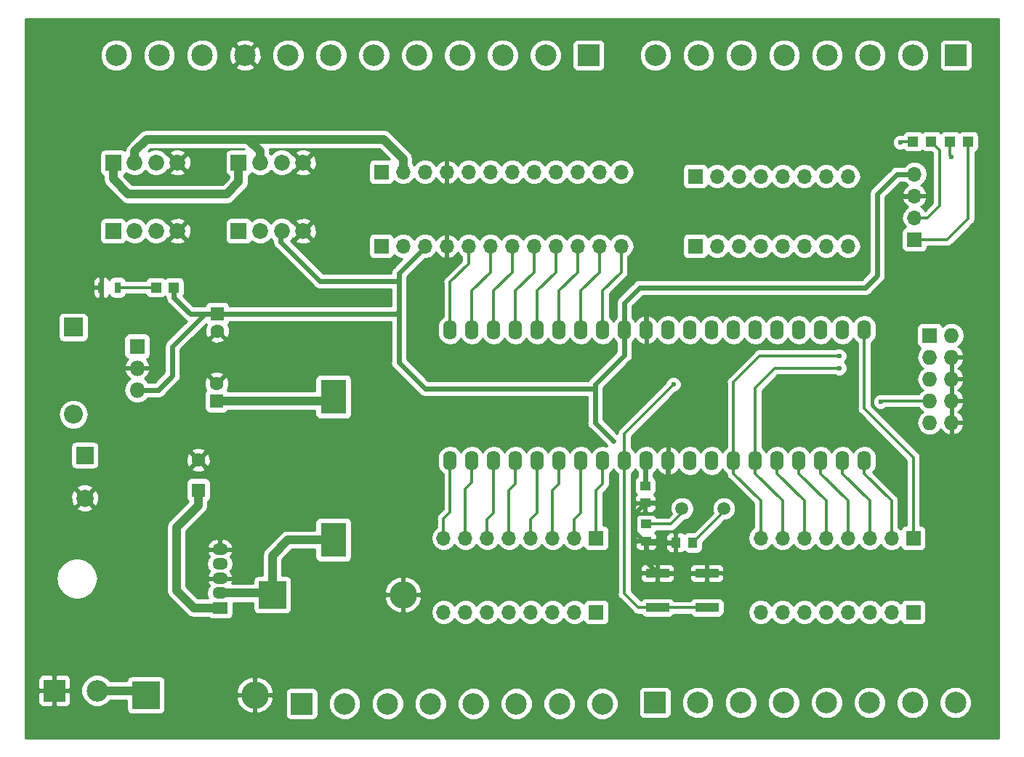
<source format=gbr>
G04 #@! TF.GenerationSoftware,KiCad,Pcbnew,5.0.1*
G04 #@! TF.CreationDate,2019-01-22T15:03:27+05:30*
G04 #@! TF.ProjectId,OpenPLC_V2,4F70656E504C435F56322E6B69636164,rev?*
G04 #@! TF.SameCoordinates,Original*
G04 #@! TF.FileFunction,Copper,L1,Top,Signal*
G04 #@! TF.FilePolarity,Positive*
%FSLAX46Y46*%
G04 Gerber Fmt 4.6, Leading zero omitted, Abs format (unit mm)*
G04 Created by KiCad (PCBNEW 5.0.1) date Tue 22 Jan 2019 03:03:27 PM IST*
%MOMM*%
%LPD*%
G01*
G04 APERTURE LIST*
G04 #@! TA.AperFunction,ComponentPad*
%ADD10C,2.500000*%
G04 #@! TD*
G04 #@! TA.AperFunction,ComponentPad*
%ADD11R,2.500000X2.500000*%
G04 #@! TD*
G04 #@! TA.AperFunction,SMDPad,CuDef*
%ADD12R,1.198880X1.198880*%
G04 #@! TD*
G04 #@! TA.AperFunction,SMDPad,CuDef*
%ADD13R,1.250000X1.000000*%
G04 #@! TD*
G04 #@! TA.AperFunction,ComponentPad*
%ADD14C,1.501140*%
G04 #@! TD*
G04 #@! TA.AperFunction,ComponentPad*
%ADD15R,1.600000X1.600000*%
G04 #@! TD*
G04 #@! TA.AperFunction,ComponentPad*
%ADD16C,1.600000*%
G04 #@! TD*
G04 #@! TA.AperFunction,ComponentPad*
%ADD17O,2.200000X2.200000*%
G04 #@! TD*
G04 #@! TA.AperFunction,ComponentPad*
%ADD18R,2.200000X2.200000*%
G04 #@! TD*
G04 #@! TA.AperFunction,ComponentPad*
%ADD19R,1.727200X1.727200*%
G04 #@! TD*
G04 #@! TA.AperFunction,ComponentPad*
%ADD20O,1.727200X1.727200*%
G04 #@! TD*
G04 #@! TA.AperFunction,ComponentPad*
%ADD21R,1.700000X1.700000*%
G04 #@! TD*
G04 #@! TA.AperFunction,ComponentPad*
%ADD22O,1.700000X1.700000*%
G04 #@! TD*
G04 #@! TA.AperFunction,ComponentPad*
%ADD23O,1.800000X1.800000*%
G04 #@! TD*
G04 #@! TA.AperFunction,ComponentPad*
%ADD24R,1.800000X1.800000*%
G04 #@! TD*
G04 #@! TA.AperFunction,ComponentPad*
%ADD25O,3.200000X3.200000*%
G04 #@! TD*
G04 #@! TA.AperFunction,ComponentPad*
%ADD26R,3.200000X3.200000*%
G04 #@! TD*
G04 #@! TA.AperFunction,SMDPad,CuDef*
%ADD27R,3.000000X4.000000*%
G04 #@! TD*
G04 #@! TA.AperFunction,ComponentPad*
%ADD28C,2.000000*%
G04 #@! TD*
G04 #@! TA.AperFunction,ComponentPad*
%ADD29R,2.000000X2.000000*%
G04 #@! TD*
G04 #@! TA.AperFunction,SMDPad,CuDef*
%ADD30R,0.700000X1.300000*%
G04 #@! TD*
G04 #@! TA.AperFunction,SMDPad,CuDef*
%ADD31R,1.000000X1.250000*%
G04 #@! TD*
G04 #@! TA.AperFunction,SMDPad,CuDef*
%ADD32R,2.750000X1.000000*%
G04 #@! TD*
G04 #@! TA.AperFunction,ComponentPad*
%ADD33O,1.800000X1.350000*%
G04 #@! TD*
G04 #@! TA.AperFunction,ComponentPad*
%ADD34R,1.800000X1.350000*%
G04 #@! TD*
G04 #@! TA.AperFunction,ComponentPad*
%ADD35O,1.600000X2.300000*%
G04 #@! TD*
G04 #@! TA.AperFunction,ComponentPad*
%ADD36R,1.850000X1.850000*%
G04 #@! TD*
G04 #@! TA.AperFunction,ComponentPad*
%ADD37C,1.850000*%
G04 #@! TD*
G04 #@! TA.AperFunction,ViaPad*
%ADD38C,0.600000*%
G04 #@! TD*
G04 #@! TA.AperFunction,Conductor*
%ADD39C,1.000000*%
G04 #@! TD*
G04 #@! TA.AperFunction,Conductor*
%ADD40C,0.600000*%
G04 #@! TD*
G04 #@! TA.AperFunction,Conductor*
%ADD41C,0.350000*%
G04 #@! TD*
G04 #@! TA.AperFunction,Conductor*
%ADD42C,0.254000*%
G04 #@! TD*
G04 APERTURE END LIST*
D10*
G04 #@! TO.P,P3,2*
G04 #@! TO.N,/A6*
X153242000Y-44831000D03*
D11*
G04 #@! TO.P,P3,1*
G04 #@! TO.N,/A7*
X158242000Y-44831000D03*
D10*
G04 #@! TO.P,P3,3*
G04 #@! TO.N,/A5*
X148242000Y-44831000D03*
G04 #@! TO.P,P3,4*
G04 #@! TO.N,/A4*
X143242000Y-44831000D03*
G04 #@! TO.P,P3,5*
G04 #@! TO.N,/A3*
X138242000Y-44831000D03*
G04 #@! TO.P,P3,6*
G04 #@! TO.N,/A2*
X133242000Y-44831000D03*
G04 #@! TO.P,P3,7*
G04 #@! TO.N,/A1*
X128242000Y-44831000D03*
G04 #@! TO.P,P3,8*
G04 #@! TO.N,/A0*
X123242000Y-44831000D03*
G04 #@! TO.P,P3,9*
G04 #@! TO.N,GND*
X118242000Y-44831000D03*
G04 #@! TO.P,P3,10*
G04 #@! TO.N,5V*
X113242000Y-44831000D03*
G04 #@! TO.P,P3,11*
G04 #@! TO.N,12V*
X108242000Y-44831000D03*
G04 #@! TO.P,P3,12*
G04 #@! TO.N,24V*
X103242000Y-44831000D03*
G04 #@! TD*
G04 #@! TO.P,P5,8*
G04 #@! TO.N,/C7*
X166041000Y-44831000D03*
G04 #@! TO.P,P5,7*
G04 #@! TO.N,/C6*
X171041000Y-44831000D03*
G04 #@! TO.P,P5,6*
G04 #@! TO.N,/C5*
X176041000Y-44831000D03*
G04 #@! TO.P,P5,5*
G04 #@! TO.N,/C4*
X181041000Y-44831000D03*
G04 #@! TO.P,P5,4*
G04 #@! TO.N,/C3*
X186041000Y-44831000D03*
G04 #@! TO.P,P5,3*
G04 #@! TO.N,/C2*
X191041000Y-44831000D03*
D11*
G04 #@! TO.P,P5,1*
G04 #@! TO.N,/C0*
X201041000Y-44831000D03*
D10*
G04 #@! TO.P,P5,2*
G04 #@! TO.N,/C1*
X196041000Y-44831000D03*
G04 #@! TD*
D12*
G04 #@! TO.P,D37,2*
G04 #@! TO.N,Net-(D37-Pad2)*
X200372980Y-54864000D03*
G04 #@! TO.P,D37,1*
G04 #@! TO.N,/TX*
X202471020Y-54864000D03*
G04 #@! TD*
D10*
G04 #@! TO.P,P6,2*
G04 #@! TO.N,/TX*
X170989000Y-120269000D03*
D11*
G04 #@! TO.P,P6,1*
G04 #@! TO.N,/RX*
X165989000Y-120269000D03*
D10*
G04 #@! TO.P,P6,3*
G04 #@! TO.N,/D2*
X175989000Y-120269000D03*
G04 #@! TO.P,P6,4*
G04 #@! TO.N,/D3*
X180989000Y-120269000D03*
G04 #@! TO.P,P6,5*
G04 #@! TO.N,/D4*
X185989000Y-120269000D03*
G04 #@! TO.P,P6,6*
G04 #@! TO.N,/D5*
X190989000Y-120269000D03*
G04 #@! TO.P,P6,7*
G04 #@! TO.N,/D6*
X195989000Y-120269000D03*
G04 #@! TO.P,P6,8*
G04 #@! TO.N,/D7*
X200989000Y-120269000D03*
G04 #@! TD*
D13*
G04 #@! TO.P,C9,1*
G04 #@! TO.N,5V*
X164846000Y-95012000D03*
G04 #@! TO.P,C9,2*
G04 #@! TO.N,GND*
X164846000Y-97012000D03*
G04 #@! TD*
G04 #@! TO.P,C7,1*
G04 #@! TO.N,GND*
X164973000Y-101457000D03*
G04 #@! TO.P,C7,2*
G04 #@! TO.N,Net-(C7-Pad2)*
X164973000Y-99457000D03*
G04 #@! TD*
D14*
G04 #@! TO.P,Y1,1*
G04 #@! TO.N,Net-(C7-Pad2)*
X169136060Y-97663000D03*
G04 #@! TO.P,Y1,2*
G04 #@! TO.N,Net-(C8-Pad2)*
X174017940Y-97663000D03*
G04 #@! TD*
D10*
G04 #@! TO.P,powerIn1,2*
G04 #@! TO.N,24V*
X101012000Y-118872000D03*
D11*
G04 #@! TO.P,powerIn1,1*
G04 #@! TO.N,GND*
X96012000Y-118872000D03*
G04 #@! TD*
D15*
G04 #@! TO.P,C2,1*
G04 #@! TO.N,12V*
X114935000Y-85090000D03*
D16*
G04 #@! TO.P,C2,2*
G04 #@! TO.N,GND*
X114935000Y-83090000D03*
G04 #@! TD*
D17*
G04 #@! TO.P,D1,2*
G04 #@! TO.N,5V*
X98231960Y-86677500D03*
D18*
G04 #@! TO.P,D1,1*
G04 #@! TO.N,12V*
X98231960Y-76517500D03*
G04 #@! TD*
D19*
G04 #@! TO.P,CON2,1*
G04 #@! TO.N,/MOSI*
X197993000Y-77470000D03*
D20*
G04 #@! TO.P,CON2,2*
G04 #@! TO.N,5V*
X200533000Y-77470000D03*
G04 #@! TO.P,CON2,3*
G04 #@! TO.N,Net-(CON2-Pad3)*
X197993000Y-80010000D03*
G04 #@! TO.P,CON2,4*
G04 #@! TO.N,GND*
X200533000Y-80010000D03*
G04 #@! TO.P,CON2,5*
G04 #@! TO.N,/RST*
X197993000Y-82550000D03*
G04 #@! TO.P,CON2,6*
G04 #@! TO.N,GND*
X200533000Y-82550000D03*
G04 #@! TO.P,CON2,7*
G04 #@! TO.N,/SCK*
X197993000Y-85090000D03*
G04 #@! TO.P,CON2,8*
G04 #@! TO.N,GND*
X200533000Y-85090000D03*
G04 #@! TO.P,CON2,9*
G04 #@! TO.N,/MISO*
X197993000Y-87630000D03*
G04 #@! TO.P,CON2,10*
G04 #@! TO.N,GND*
X200533000Y-87630000D03*
G04 #@! TD*
D21*
G04 #@! TO.P,P14,1*
G04 #@! TO.N,/C7*
X170688000Y-58928000D03*
D22*
G04 #@! TO.P,P14,2*
G04 #@! TO.N,/C6*
X173228000Y-58928000D03*
G04 #@! TO.P,P14,3*
G04 #@! TO.N,/C5*
X175768000Y-58928000D03*
G04 #@! TO.P,P14,4*
G04 #@! TO.N,/C4*
X178308000Y-58928000D03*
G04 #@! TO.P,P14,5*
G04 #@! TO.N,/C3*
X180848000Y-58928000D03*
G04 #@! TO.P,P14,6*
G04 #@! TO.N,/C2*
X183388000Y-58928000D03*
G04 #@! TO.P,P14,7*
G04 #@! TO.N,/C1*
X185928000Y-58928000D03*
G04 #@! TO.P,P14,8*
G04 #@! TO.N,/C0*
X188468000Y-58928000D03*
G04 #@! TD*
G04 #@! TO.P,P15,8*
G04 #@! TO.N,/RX*
X178308000Y-109728000D03*
G04 #@! TO.P,P15,7*
G04 #@! TO.N,/TX*
X180848000Y-109728000D03*
G04 #@! TO.P,P15,6*
G04 #@! TO.N,/D2*
X183388000Y-109728000D03*
G04 #@! TO.P,P15,5*
G04 #@! TO.N,/D3*
X185928000Y-109728000D03*
G04 #@! TO.P,P15,4*
G04 #@! TO.N,/D4*
X188468000Y-109728000D03*
G04 #@! TO.P,P15,3*
G04 #@! TO.N,/D5*
X191008000Y-109728000D03*
G04 #@! TO.P,P15,2*
G04 #@! TO.N,/D6*
X193548000Y-109728000D03*
D21*
G04 #@! TO.P,P15,1*
G04 #@! TO.N,/D7*
X196088000Y-109728000D03*
G04 #@! TD*
D22*
G04 #@! TO.P,P9,12*
G04 #@! TO.N,/A7*
X162052000Y-67056000D03*
G04 #@! TO.P,P9,11*
G04 #@! TO.N,/A6*
X159512000Y-67056000D03*
G04 #@! TO.P,P9,10*
G04 #@! TO.N,/A5*
X156972000Y-67056000D03*
G04 #@! TO.P,P9,9*
G04 #@! TO.N,/A4*
X154432000Y-67056000D03*
G04 #@! TO.P,P9,8*
G04 #@! TO.N,/A3*
X151892000Y-67056000D03*
G04 #@! TO.P,P9,7*
G04 #@! TO.N,/A2*
X149352000Y-67056000D03*
G04 #@! TO.P,P9,6*
G04 #@! TO.N,/A1*
X146812000Y-67056000D03*
G04 #@! TO.P,P9,5*
G04 #@! TO.N,/A0*
X144272000Y-67056000D03*
G04 #@! TO.P,P9,4*
G04 #@! TO.N,GND*
X141732000Y-67056000D03*
G04 #@! TO.P,P9,3*
G04 #@! TO.N,5V*
X139192000Y-67056000D03*
G04 #@! TO.P,P9,2*
G04 #@! TO.N,12V*
X136652000Y-67056000D03*
D21*
G04 #@! TO.P,P9,1*
G04 #@! TO.N,24V*
X134112000Y-67056000D03*
G04 #@! TD*
D22*
G04 #@! TO.P,P8,8*
G04 #@! TO.N,/B0*
X141376400Y-101092000D03*
G04 #@! TO.P,P8,7*
G04 #@! TO.N,/B1*
X143916400Y-101092000D03*
G04 #@! TO.P,P8,6*
G04 #@! TO.N,/B2*
X146456400Y-101092000D03*
G04 #@! TO.P,P8,5*
G04 #@! TO.N,/B3*
X148996400Y-101092000D03*
G04 #@! TO.P,P8,4*
G04 #@! TO.N,/B4*
X151536400Y-101092000D03*
G04 #@! TO.P,P8,3*
G04 #@! TO.N,/MOSI*
X154076400Y-101092000D03*
G04 #@! TO.P,P8,2*
G04 #@! TO.N,/MISO*
X156616400Y-101092000D03*
D21*
G04 #@! TO.P,P8,1*
G04 #@! TO.N,/SCK*
X159156400Y-101092000D03*
G04 #@! TD*
D22*
G04 #@! TO.P,P12,12*
G04 #@! TO.N,/A7*
X162052000Y-58420000D03*
G04 #@! TO.P,P12,11*
G04 #@! TO.N,/A6*
X159512000Y-58420000D03*
G04 #@! TO.P,P12,10*
G04 #@! TO.N,/A5*
X156972000Y-58420000D03*
G04 #@! TO.P,P12,9*
G04 #@! TO.N,/A4*
X154432000Y-58420000D03*
G04 #@! TO.P,P12,8*
G04 #@! TO.N,/A3*
X151892000Y-58420000D03*
G04 #@! TO.P,P12,7*
G04 #@! TO.N,/A2*
X149352000Y-58420000D03*
G04 #@! TO.P,P12,6*
G04 #@! TO.N,/A1*
X146812000Y-58420000D03*
G04 #@! TO.P,P12,5*
G04 #@! TO.N,/A0*
X144272000Y-58420000D03*
G04 #@! TO.P,P12,4*
G04 #@! TO.N,GND*
X141732000Y-58420000D03*
G04 #@! TO.P,P12,3*
G04 #@! TO.N,5V*
X139192000Y-58420000D03*
G04 #@! TO.P,P12,2*
G04 #@! TO.N,12V*
X136652000Y-58420000D03*
D21*
G04 #@! TO.P,P12,1*
G04 #@! TO.N,24V*
X134112000Y-58420000D03*
G04 #@! TD*
D23*
G04 #@! TO.P,U1,3*
G04 #@! TO.N,5V*
X105664000Y-83820000D03*
G04 #@! TO.P,U1,2*
G04 #@! TO.N,GND*
X105664000Y-81280000D03*
D24*
G04 #@! TO.P,U1,1*
G04 #@! TO.N,12V*
X105664000Y-78740000D03*
G04 #@! TD*
D22*
G04 #@! TO.P,P7,4*
G04 #@! TO.N,5V*
X196215000Y-58674000D03*
G04 #@! TO.P,P7,3*
G04 #@! TO.N,GND*
X196215000Y-61214000D03*
G04 #@! TO.P,P7,2*
G04 #@! TO.N,/RX*
X196215000Y-63754000D03*
D21*
G04 #@! TO.P,P7,1*
G04 #@! TO.N,/TX*
X196215000Y-66294000D03*
G04 #@! TD*
D25*
G04 #@! TO.P,D3,2*
G04 #@! TO.N,GND*
X136652000Y-107696000D03*
D26*
G04 #@! TO.P,D3,1*
G04 #@! TO.N,Net-(D3-Pad1)*
X121412000Y-107696000D03*
G04 #@! TD*
D21*
G04 #@! TO.P,P10,1*
G04 #@! TO.N,/C7*
X170688000Y-67056000D03*
D22*
G04 #@! TO.P,P10,2*
G04 #@! TO.N,/C6*
X173228000Y-67056000D03*
G04 #@! TO.P,P10,3*
G04 #@! TO.N,/C5*
X175768000Y-67056000D03*
G04 #@! TO.P,P10,4*
G04 #@! TO.N,/C4*
X178308000Y-67056000D03*
G04 #@! TO.P,P10,5*
G04 #@! TO.N,/C3*
X180848000Y-67056000D03*
G04 #@! TO.P,P10,6*
G04 #@! TO.N,/C2*
X183388000Y-67056000D03*
G04 #@! TO.P,P10,7*
G04 #@! TO.N,/C1*
X185928000Y-67056000D03*
G04 #@! TO.P,P10,8*
G04 #@! TO.N,/C0*
X188468000Y-67056000D03*
G04 #@! TD*
D27*
G04 #@! TO.P,L1,1*
G04 #@! TO.N,Net-(D3-Pad1)*
X128524000Y-101294000D03*
G04 #@! TO.P,L1,2*
G04 #@! TO.N,12V*
X128524000Y-84634000D03*
G04 #@! TD*
D28*
G04 #@! TO.P,Cout1,2*
G04 #@! TO.N,GND*
X99568000Y-96440000D03*
D29*
G04 #@! TO.P,Cout1,1*
G04 #@! TO.N,12V*
X99568000Y-91440000D03*
G04 #@! TD*
D30*
G04 #@! TO.P,R3,1*
G04 #@! TO.N,Net-(D2-Pad1)*
X103378000Y-71882000D03*
G04 #@! TO.P,R3,2*
G04 #@! TO.N,GND*
X101478000Y-71882000D03*
G04 #@! TD*
D10*
G04 #@! TO.P,P4,2*
G04 #@! TO.N,/B1*
X129841000Y-120396000D03*
D11*
G04 #@! TO.P,P4,1*
G04 #@! TO.N,/B0*
X124841000Y-120396000D03*
D10*
G04 #@! TO.P,P4,3*
G04 #@! TO.N,/B2*
X134841000Y-120396000D03*
G04 #@! TO.P,P4,4*
G04 #@! TO.N,/B3*
X139841000Y-120396000D03*
G04 #@! TO.P,P4,5*
G04 #@! TO.N,/B4*
X144841000Y-120396000D03*
G04 #@! TO.P,P4,6*
G04 #@! TO.N,/MOSI*
X149841000Y-120396000D03*
G04 #@! TO.P,P4,7*
G04 #@! TO.N,/MISO*
X154841000Y-120396000D03*
G04 #@! TO.P,P4,8*
G04 #@! TO.N,/SCK*
X159841000Y-120396000D03*
G04 #@! TD*
D15*
G04 #@! TO.P,C3,1*
G04 #@! TO.N,5V*
X114998500Y-74962000D03*
D16*
G04 #@! TO.P,C3,2*
G04 #@! TO.N,GND*
X114998500Y-76962000D03*
G04 #@! TD*
D31*
G04 #@! TO.P,C8,1*
G04 #@! TO.N,GND*
X168418000Y-101600000D03*
G04 #@! TO.P,C8,2*
G04 #@! TO.N,Net-(C8-Pad2)*
X170418000Y-101600000D03*
G04 #@! TD*
D12*
G04 #@! TO.P,D2,2*
G04 #@! TO.N,5V*
X109951520Y-71882000D03*
G04 #@! TO.P,D2,1*
G04 #@! TO.N,Net-(D2-Pad1)*
X107853480Y-71882000D03*
G04 #@! TD*
D25*
G04 #@! TO.P,D4,2*
G04 #@! TO.N,GND*
X119380000Y-119380000D03*
D26*
G04 #@! TO.P,D4,1*
G04 #@! TO.N,24V*
X106680000Y-119380000D03*
G04 #@! TD*
D15*
G04 #@! TO.P,Cin1,1*
G04 #@! TO.N,24V*
X112776000Y-95504000D03*
D16*
G04 #@! TO.P,Cin1,2*
G04 #@! TO.N,GND*
X112776000Y-92004000D03*
G04 #@! TD*
D32*
G04 #@! TO.P,SW1,1*
G04 #@! TO.N,GND*
X166289000Y-105188000D03*
X172039000Y-105188000D03*
G04 #@! TO.P,SW1,2*
G04 #@! TO.N,/RST*
X172039000Y-109188000D03*
X166289000Y-109188000D03*
G04 #@! TD*
D33*
G04 #@! TO.P,Regulator1,5*
G04 #@! TO.N,GND*
X115316000Y-102420000D03*
G04 #@! TO.P,Regulator1,4*
G04 #@! TO.N,12V*
X115316000Y-104120000D03*
G04 #@! TO.P,Regulator1,3*
G04 #@! TO.N,GND*
X115316000Y-105820000D03*
G04 #@! TO.P,Regulator1,2*
G04 #@! TO.N,Net-(D3-Pad1)*
X115316000Y-107520000D03*
D34*
G04 #@! TO.P,Regulator1,1*
G04 #@! TO.N,24V*
X115316000Y-109220000D03*
G04 #@! TD*
D35*
G04 #@! TO.P,IC1,1*
G04 #@! TO.N,/B0*
X142113000Y-92075000D03*
G04 #@! TO.P,IC1,2*
G04 #@! TO.N,/B1*
X144653000Y-92075000D03*
G04 #@! TO.P,IC1,3*
G04 #@! TO.N,/B2*
X147193000Y-92075000D03*
G04 #@! TO.P,IC1,4*
G04 #@! TO.N,/B3*
X149733000Y-92075000D03*
G04 #@! TO.P,IC1,5*
G04 #@! TO.N,/B4*
X152273000Y-92075000D03*
G04 #@! TO.P,IC1,6*
G04 #@! TO.N,/MOSI*
X154813000Y-92075000D03*
G04 #@! TO.P,IC1,7*
G04 #@! TO.N,/MISO*
X157353000Y-92075000D03*
G04 #@! TO.P,IC1,8*
G04 #@! TO.N,/SCK*
X159893000Y-92075000D03*
G04 #@! TO.P,IC1,9*
G04 #@! TO.N,/RST*
X162433000Y-92075000D03*
G04 #@! TO.P,IC1,10*
G04 #@! TO.N,5V*
X164973000Y-92075000D03*
G04 #@! TO.P,IC1,11*
G04 #@! TO.N,GND*
X167513000Y-92075000D03*
G04 #@! TO.P,IC1,12*
G04 #@! TO.N,Net-(C7-Pad2)*
X170053000Y-92075000D03*
G04 #@! TO.P,IC1,13*
G04 #@! TO.N,Net-(C8-Pad2)*
X172593000Y-92075000D03*
G04 #@! TO.P,IC1,14*
G04 #@! TO.N,/RX*
X175133000Y-92075000D03*
G04 #@! TO.P,IC1,15*
G04 #@! TO.N,/TX*
X177673000Y-92075000D03*
G04 #@! TO.P,IC1,16*
G04 #@! TO.N,/D2*
X180213000Y-92075000D03*
G04 #@! TO.P,IC1,17*
G04 #@! TO.N,/D3*
X182753000Y-92075000D03*
G04 #@! TO.P,IC1,18*
G04 #@! TO.N,/D4*
X185293000Y-92075000D03*
G04 #@! TO.P,IC1,19*
G04 #@! TO.N,/D5*
X187833000Y-92075000D03*
G04 #@! TO.P,IC1,20*
G04 #@! TO.N,/D6*
X190373000Y-92075000D03*
G04 #@! TO.P,IC1,21*
G04 #@! TO.N,/D7*
X190373000Y-76835000D03*
G04 #@! TO.P,IC1,22*
G04 #@! TO.N,/C0*
X187833000Y-76835000D03*
G04 #@! TO.P,IC1,23*
G04 #@! TO.N,/C1*
X185293000Y-76835000D03*
G04 #@! TO.P,IC1,24*
G04 #@! TO.N,/C2*
X182753000Y-76835000D03*
G04 #@! TO.P,IC1,25*
G04 #@! TO.N,/C3*
X180213000Y-76835000D03*
G04 #@! TO.P,IC1,26*
G04 #@! TO.N,/C4*
X177673000Y-76835000D03*
G04 #@! TO.P,IC1,27*
G04 #@! TO.N,/C5*
X175133000Y-76835000D03*
G04 #@! TO.P,IC1,28*
G04 #@! TO.N,/C6*
X172593000Y-76835000D03*
G04 #@! TO.P,IC1,29*
G04 #@! TO.N,/C7*
X170053000Y-76835000D03*
G04 #@! TO.P,IC1,30*
G04 #@! TO.N,5V*
X167513000Y-76835000D03*
G04 #@! TO.P,IC1,31*
G04 #@! TO.N,GND*
X164973000Y-76835000D03*
G04 #@! TO.P,IC1,32*
G04 #@! TO.N,5V*
X162433000Y-76835000D03*
G04 #@! TO.P,IC1,33*
G04 #@! TO.N,/A7*
X159893000Y-76835000D03*
G04 #@! TO.P,IC1,34*
G04 #@! TO.N,/A6*
X157353000Y-76835000D03*
G04 #@! TO.P,IC1,35*
G04 #@! TO.N,/A5*
X154813000Y-76835000D03*
G04 #@! TO.P,IC1,36*
G04 #@! TO.N,/A4*
X152273000Y-76835000D03*
G04 #@! TO.P,IC1,37*
G04 #@! TO.N,/A3*
X149733000Y-76835000D03*
G04 #@! TO.P,IC1,38*
G04 #@! TO.N,/A2*
X147193000Y-76835000D03*
G04 #@! TO.P,IC1,39*
G04 #@! TO.N,/A1*
X144653000Y-76835000D03*
G04 #@! TO.P,IC1,40*
G04 #@! TO.N,/A0*
X142113000Y-76835000D03*
G04 #@! TD*
D36*
G04 #@! TO.P,J4,1*
G04 #@! TO.N,24V*
X117500400Y-65303400D03*
D37*
G04 #@! TO.P,J4,2*
G04 #@! TO.N,12V*
X120000400Y-65303400D03*
G04 #@! TO.P,J4,3*
G04 #@! TO.N,5V*
X122500400Y-65303400D03*
G04 #@! TO.P,J4,4*
G04 #@! TO.N,GND*
X125000400Y-65303400D03*
G04 #@! TD*
D36*
G04 #@! TO.P,J3,1*
G04 #@! TO.N,24V*
X102870000Y-65303400D03*
D37*
G04 #@! TO.P,J3,2*
G04 #@! TO.N,12V*
X105370000Y-65303400D03*
G04 #@! TO.P,J3,3*
G04 #@! TO.N,5V*
X107870000Y-65303400D03*
G04 #@! TO.P,J3,4*
G04 #@! TO.N,GND*
X110370000Y-65303400D03*
G04 #@! TD*
D22*
G04 #@! TO.P,P11,8*
G04 #@! TO.N,/RX*
X178308000Y-101092000D03*
G04 #@! TO.P,P11,7*
G04 #@! TO.N,/TX*
X180848000Y-101092000D03*
G04 #@! TO.P,P11,6*
G04 #@! TO.N,/D2*
X183388000Y-101092000D03*
G04 #@! TO.P,P11,5*
G04 #@! TO.N,/D3*
X185928000Y-101092000D03*
G04 #@! TO.P,P11,4*
G04 #@! TO.N,/D4*
X188468000Y-101092000D03*
G04 #@! TO.P,P11,3*
G04 #@! TO.N,/D5*
X191008000Y-101092000D03*
G04 #@! TO.P,P11,2*
G04 #@! TO.N,/D6*
X193548000Y-101092000D03*
D21*
G04 #@! TO.P,P11,1*
G04 #@! TO.N,/D7*
X196088000Y-101092000D03*
G04 #@! TD*
D22*
G04 #@! TO.P,P13,8*
G04 #@! TO.N,/B0*
X141376400Y-109728000D03*
G04 #@! TO.P,P13,7*
G04 #@! TO.N,/B1*
X143916400Y-109728000D03*
G04 #@! TO.P,P13,6*
G04 #@! TO.N,/B2*
X146456400Y-109728000D03*
G04 #@! TO.P,P13,5*
G04 #@! TO.N,/B3*
X148996400Y-109728000D03*
G04 #@! TO.P,P13,4*
G04 #@! TO.N,/B4*
X151536400Y-109728000D03*
G04 #@! TO.P,P13,3*
G04 #@! TO.N,/MOSI*
X154076400Y-109728000D03*
G04 #@! TO.P,P13,2*
G04 #@! TO.N,/MISO*
X156616400Y-109728000D03*
D21*
G04 #@! TO.P,P13,1*
G04 #@! TO.N,/SCK*
X159156400Y-109728000D03*
G04 #@! TD*
D36*
G04 #@! TO.P,J1,1*
G04 #@! TO.N,24V*
X102870000Y-57327800D03*
D37*
G04 #@! TO.P,J1,2*
G04 #@! TO.N,12V*
X105370000Y-57327800D03*
G04 #@! TO.P,J1,3*
G04 #@! TO.N,5V*
X107870000Y-57327800D03*
G04 #@! TO.P,J1,4*
G04 #@! TO.N,GND*
X110370000Y-57327800D03*
G04 #@! TD*
G04 #@! TO.P,J2,4*
G04 #@! TO.N,GND*
X125000400Y-57327800D03*
G04 #@! TO.P,J2,3*
G04 #@! TO.N,5V*
X122500400Y-57327800D03*
G04 #@! TO.P,J2,2*
G04 #@! TO.N,12V*
X120000400Y-57327800D03*
D36*
G04 #@! TO.P,J2,1*
G04 #@! TO.N,24V*
X117500400Y-57327800D03*
G04 #@! TD*
D12*
G04 #@! TO.P,D36,1*
G04 #@! TO.N,/RX*
X198153020Y-54864000D03*
G04 #@! TO.P,D36,2*
G04 #@! TO.N,Net-(D36-Pad2)*
X196054980Y-54864000D03*
G04 #@! TD*
D38*
G04 #@! TO.N,5V*
X161163000Y-89789000D03*
G04 #@! TO.N,/RST*
X168148000Y-83185000D03*
G04 #@! TO.N,/SCK*
X192278000Y-85217000D03*
G04 #@! TO.N,/RX*
X187452000Y-79883000D03*
G04 #@! TO.N,/TX*
X187452000Y-81280000D03*
G04 #@! TO.N,Net-(D36-Pad2)*
X194564000Y-54991000D03*
G04 #@! TO.N,Net-(D37-Pad2)*
X200533000Y-56642000D03*
G04 #@! TD*
D39*
G04 #@! TO.N,12V*
X136652000Y-56896000D02*
X136652000Y-58420000D01*
X134366000Y-54610000D02*
X136652000Y-56896000D01*
X118336747Y-54610000D02*
X134366000Y-54610000D01*
X114935000Y-85090000D02*
X128068000Y-85090000D01*
X128068000Y-85090000D02*
X128524000Y-84634000D01*
X105370000Y-56019653D02*
X106779653Y-54610000D01*
X105370000Y-57327800D02*
X105370000Y-56019653D01*
X106779653Y-54610000D02*
X118336747Y-54610000D01*
X120000400Y-56019653D02*
X118590747Y-54610000D01*
X118590747Y-54610000D02*
X118336747Y-54610000D01*
X120000400Y-57327800D02*
X120000400Y-56019653D01*
D40*
G04 #@! TO.N,GND*
X164973000Y-101457000D02*
X164973000Y-103872000D01*
X164973000Y-103872000D02*
X166289000Y-105188000D01*
X166289000Y-105188000D02*
X172039000Y-105188000D01*
X193802000Y-62011000D02*
X194599000Y-61214000D01*
X193802000Y-71247000D02*
X193802000Y-62011000D01*
X164973000Y-74422000D02*
X165989000Y-73406000D01*
X191643000Y-73406000D02*
X193802000Y-71247000D01*
X165989000Y-73406000D02*
X191643000Y-73406000D01*
X164973000Y-76835000D02*
X164973000Y-74422000D01*
X194599000Y-61214000D02*
X196215000Y-61214000D01*
X118242000Y-45715000D02*
X118242000Y-44831000D01*
X165116000Y-101600000D02*
X164973000Y-101457000D01*
X168418000Y-101600000D02*
X165116000Y-101600000D01*
X163576000Y-100330000D02*
X163576000Y-98282000D01*
X163576000Y-98282000D02*
X164846000Y-97012000D01*
X164703000Y-101457000D02*
X163576000Y-100330000D01*
X164973000Y-101457000D02*
X164703000Y-101457000D01*
X166767000Y-97012000D02*
X167513000Y-96266000D01*
X167513000Y-96266000D02*
X167513000Y-92075000D01*
X164846000Y-97012000D02*
X166767000Y-97012000D01*
G04 #@! TO.N,5V*
X136144000Y-70256400D02*
X136144000Y-71628000D01*
X119380000Y-74962000D02*
X114998500Y-74962000D01*
X136144000Y-74676000D02*
X136144000Y-80645000D01*
X136144000Y-80645000D02*
X139192000Y-83693000D01*
X135858000Y-74962000D02*
X136144000Y-74676000D01*
X194183000Y-58674000D02*
X196215000Y-58674000D01*
X162433000Y-73660000D02*
X162433000Y-76835000D01*
X164211000Y-71882000D02*
X162433000Y-73660000D01*
X191897000Y-70485000D02*
X190500000Y-71882000D01*
X191897000Y-60960000D02*
X191897000Y-70485000D01*
X194183000Y-58674000D02*
X191897000Y-60960000D01*
X162433000Y-79756000D02*
X162433000Y-76835000D01*
X164846000Y-92202000D02*
X164973000Y-92075000D01*
X164846000Y-95012000D02*
X164846000Y-92202000D01*
X114998500Y-74962000D02*
X113598500Y-74962000D01*
X111832080Y-74962000D02*
X113598500Y-74962000D01*
X109951520Y-73081440D02*
X111832080Y-74962000D01*
X109951520Y-71882000D02*
X109951520Y-73081440D01*
X119380000Y-74962000D02*
X135858000Y-74962000D01*
X161163000Y-89789000D02*
X159004000Y-87630000D01*
X159004000Y-83185000D02*
X162433000Y-79756000D01*
X190500000Y-71882000D02*
X164211000Y-71882000D01*
X159004000Y-83693000D02*
X159004000Y-83185000D01*
X159004000Y-87630000D02*
X159004000Y-83693000D01*
X139192000Y-83693000D02*
X159004000Y-83693000D01*
X109791500Y-78769000D02*
X109791500Y-82169000D01*
X108140500Y-83820000D02*
X105664000Y-83820000D01*
X113598500Y-74962000D02*
X109791500Y-78769000D01*
X109791500Y-82169000D02*
X108140500Y-83820000D01*
X122398800Y-65252600D02*
X122398800Y-66560747D01*
X122398800Y-66560747D02*
X126958053Y-71120000D01*
X126958053Y-71120000D02*
X136144000Y-71120000D01*
X136144000Y-71628000D02*
X136144000Y-74676000D01*
X136144000Y-71120000D02*
X136144000Y-71628000D01*
X139192000Y-67056000D02*
X139192000Y-67208400D01*
X139192000Y-67208400D02*
X136144000Y-70256400D01*
D41*
G04 #@! TO.N,Net-(C7-Pad2)*
X167878000Y-99457000D02*
X164973000Y-99457000D01*
X169136060Y-98198940D02*
X167878000Y-99457000D01*
X169136060Y-97663000D02*
X169136060Y-98198940D01*
G04 #@! TO.N,Net-(C8-Pad2)*
X174017940Y-98000060D02*
X170418000Y-101600000D01*
X174017940Y-97663000D02*
X174017940Y-98000060D01*
G04 #@! TO.N,/MOSI*
X154059568Y-99060000D02*
X154076400Y-99076832D01*
X154076400Y-99076832D02*
X154076400Y-101092000D01*
X154051000Y-95504000D02*
X154813000Y-94742000D01*
X154813000Y-94742000D02*
X154813000Y-92075000D01*
X154059568Y-99060000D02*
X154051000Y-95504000D01*
G04 #@! TO.N,/RST*
X166289000Y-109188000D02*
X172039000Y-109188000D01*
X164052000Y-109188000D02*
X166289000Y-109188000D01*
X162433000Y-92075000D02*
X162433000Y-107569000D01*
X162433000Y-107569000D02*
X164052000Y-109188000D01*
X162433000Y-88900000D02*
X168148000Y-83185000D01*
X162433000Y-92075000D02*
X162433000Y-88900000D01*
G04 #@! TO.N,/SCK*
X159131000Y-95504000D02*
X159893000Y-94742000D01*
X159156400Y-99076832D02*
X159156400Y-101092000D01*
X159139568Y-99060000D02*
X159156400Y-99076832D01*
X159139568Y-99060000D02*
X159131000Y-95504000D01*
X192405000Y-85090000D02*
X197993000Y-85090000D01*
X192278000Y-85217000D02*
X192405000Y-85090000D01*
X159893000Y-94742000D02*
X159893000Y-92075000D01*
G04 #@! TO.N,/MISO*
X156593267Y-99568000D02*
X156616400Y-99591133D01*
X156616400Y-99591133D02*
X156616400Y-101092000D01*
X156593267Y-99568000D02*
X156591000Y-98933000D01*
X156591000Y-98933000D02*
X157353000Y-98171000D01*
X157353000Y-98171000D02*
X157353000Y-92075000D01*
G04 #@! TO.N,Net-(D2-Pad1)*
X103378000Y-71882000D02*
X104078000Y-71882000D01*
X104078000Y-71882000D02*
X107853480Y-71882000D01*
G04 #@! TO.N,/RX*
X178181000Y-79883000D02*
X187452000Y-79883000D01*
X198153020Y-54897020D02*
X199136000Y-55880000D01*
X197739000Y-63754000D02*
X196215000Y-63754000D01*
X175133000Y-82931000D02*
X178181000Y-79883000D01*
X175133000Y-92075000D02*
X175133000Y-82931000D01*
X178308000Y-96750000D02*
X178308000Y-101377000D01*
X175133000Y-93575000D02*
X178308000Y-96750000D01*
X175133000Y-92075000D02*
X175133000Y-93575000D01*
X199136000Y-62357000D02*
X197739000Y-63754000D01*
X199136000Y-55880000D02*
X199136000Y-62357000D01*
X198153020Y-54897020D02*
X199136000Y-55880000D01*
X198153020Y-54864000D02*
X198153020Y-54897020D01*
G04 #@! TO.N,/TX*
X196215000Y-66294000D02*
X200025000Y-66294000D01*
X200025000Y-66294000D02*
X202471020Y-63847980D01*
X202471020Y-63847980D02*
X202471020Y-54864000D01*
X177673000Y-83566000D02*
X179959000Y-81280000D01*
X179959000Y-81280000D02*
X187452000Y-81280000D01*
X177673000Y-92075000D02*
X177673000Y-83566000D01*
X180848000Y-101377000D02*
X180848000Y-101092000D01*
X180848000Y-96750000D02*
X180848000Y-101377000D01*
X177673000Y-93575000D02*
X180848000Y-96750000D01*
X177673000Y-92075000D02*
X177673000Y-93575000D01*
D39*
G04 #@! TO.N,24V*
X101012000Y-118872000D02*
X106172000Y-118872000D01*
X106172000Y-118872000D02*
X106680000Y-119380000D01*
X110236000Y-107188000D02*
X112268000Y-109220000D01*
X112268000Y-109220000D02*
X115316000Y-109220000D01*
X110236000Y-99844000D02*
X110236000Y-107188000D01*
X112776000Y-95504000D02*
X112776000Y-97304000D01*
X112776000Y-97304000D02*
X110236000Y-99844000D01*
X102870000Y-57327800D02*
X102870000Y-59252800D01*
X102870000Y-59252800D02*
X104628000Y-61010800D01*
X104628000Y-61010800D02*
X116078000Y-61010800D01*
X116078000Y-61010800D02*
X117500400Y-59588400D01*
X117500400Y-59588400D02*
X117500400Y-57327800D01*
D41*
G04 #@! TO.N,Net-(D36-Pad2)*
X194691000Y-54864000D02*
X196054980Y-54864000D01*
X194564000Y-54991000D02*
X194691000Y-54864000D01*
G04 #@! TO.N,Net-(D37-Pad2)*
X200533000Y-56642000D02*
X200372980Y-56481980D01*
X200372980Y-56481980D02*
X200372980Y-54864000D01*
G04 #@! TO.N,/B0*
X141353673Y-99568000D02*
X141351000Y-98806000D01*
X141353673Y-99568000D02*
X141376400Y-99590727D01*
X141376400Y-99590727D02*
X141376400Y-101092000D01*
X142113000Y-98044000D02*
X142113000Y-92075000D01*
X141351000Y-98806000D02*
X142113000Y-98044000D01*
G04 #@! TO.N,/B1*
X143899769Y-99060000D02*
X143916400Y-99076631D01*
X143899769Y-99060000D02*
X143891000Y-95377000D01*
X143916400Y-99076631D02*
X143916400Y-101092000D01*
X144653000Y-94615000D02*
X144653000Y-92075000D01*
X143891000Y-95377000D02*
X144653000Y-94615000D01*
G04 #@! TO.N,/B2*
X146433267Y-99568000D02*
X146456400Y-99591133D01*
X146433267Y-99568000D02*
X146431000Y-98933000D01*
X146456400Y-99591133D02*
X146456400Y-101092000D01*
X146431000Y-98933000D02*
X147193000Y-98171000D01*
X147193000Y-98171000D02*
X147193000Y-92075000D01*
G04 #@! TO.N,/B3*
X148980792Y-99568000D02*
X148971000Y-95504000D01*
X148980792Y-99568000D02*
X148996400Y-99583608D01*
X148996400Y-99583608D02*
X148996400Y-101092000D01*
X148971000Y-95504000D02*
X149733000Y-94742000D01*
X149733000Y-94742000D02*
X149733000Y-92075000D01*
G04 #@! TO.N,/B4*
X151513267Y-99568000D02*
X151511000Y-98933000D01*
X151536400Y-99591133D02*
X151536400Y-101092000D01*
X151513267Y-99568000D02*
X151536400Y-99591133D01*
X151511000Y-98933000D02*
X152273000Y-98171000D01*
X152273000Y-98171000D02*
X152273000Y-92075000D01*
G04 #@! TO.N,/D2*
X183388000Y-101377000D02*
X183388000Y-101092000D01*
X183388000Y-96750000D02*
X183388000Y-101377000D01*
X180213000Y-93575000D02*
X183388000Y-96750000D01*
X180213000Y-92075000D02*
X180213000Y-93575000D01*
G04 #@! TO.N,/D3*
X185928000Y-101377000D02*
X185928000Y-101092000D01*
X185928000Y-96750000D02*
X185928000Y-101377000D01*
X182753000Y-93575000D02*
X185928000Y-96750000D01*
X182753000Y-92075000D02*
X182753000Y-93575000D01*
G04 #@! TO.N,/D4*
X188468000Y-101377000D02*
X188468000Y-101092000D01*
X188468000Y-96750000D02*
X188468000Y-101377000D01*
X185293000Y-93575000D02*
X188468000Y-96750000D01*
X185293000Y-92075000D02*
X185293000Y-93575000D01*
G04 #@! TO.N,/D5*
X191008000Y-101377000D02*
X191008000Y-101092000D01*
X191008000Y-96750000D02*
X191008000Y-101377000D01*
X187833000Y-93575000D02*
X191008000Y-96750000D01*
X187833000Y-92075000D02*
X187833000Y-93575000D01*
G04 #@! TO.N,/D6*
X193548000Y-101377000D02*
X193548000Y-101092000D01*
X193548000Y-96750000D02*
X193548000Y-101377000D01*
X190373000Y-93575000D02*
X193548000Y-96750000D01*
X190373000Y-92075000D02*
X190373000Y-93575000D01*
G04 #@! TO.N,/D7*
X190373000Y-76835000D02*
X190373000Y-85979000D01*
X196088000Y-91694000D02*
X196088000Y-101092000D01*
X190373000Y-85979000D02*
X196088000Y-91694000D01*
G04 #@! TO.N,/C1*
X185674000Y-67310000D02*
X185928000Y-67056000D01*
G04 #@! TO.N,/C7*
X170307000Y-67437000D02*
X170688000Y-67056000D01*
G04 #@! TO.N,/A7*
X159893000Y-72263000D02*
X162052000Y-70104000D01*
X162052000Y-70104000D02*
X162052000Y-67056000D01*
X159893000Y-76835000D02*
X159893000Y-72263000D01*
G04 #@! TO.N,/A6*
X157353000Y-72263000D02*
X159512000Y-70104000D01*
X159512000Y-70104000D02*
X159512000Y-67056000D01*
X157353000Y-76835000D02*
X157353000Y-72263000D01*
G04 #@! TO.N,/A5*
X154813000Y-72263000D02*
X156972000Y-70104000D01*
X156972000Y-70104000D02*
X156972000Y-67056000D01*
X154813000Y-76835000D02*
X154813000Y-72263000D01*
G04 #@! TO.N,/A4*
X152273000Y-72263000D02*
X154432000Y-70104000D01*
X154432000Y-70104000D02*
X154432000Y-67056000D01*
X152273000Y-76835000D02*
X152273000Y-72263000D01*
G04 #@! TO.N,/A3*
X149733000Y-72263000D02*
X151892000Y-70104000D01*
X151892000Y-70104000D02*
X151892000Y-67056000D01*
X149733000Y-76835000D02*
X149733000Y-72263000D01*
G04 #@! TO.N,/A2*
X147193000Y-72263000D02*
X149352000Y-70104000D01*
X149352000Y-70104000D02*
X149352000Y-67056000D01*
X147193000Y-76835000D02*
X147193000Y-72263000D01*
G04 #@! TO.N,/A1*
X146812000Y-70104000D02*
X146812000Y-67056000D01*
X144653000Y-76835000D02*
X144653000Y-72263000D01*
X144653000Y-72263000D02*
X146812000Y-70104000D01*
G04 #@! TO.N,/A0*
X144272000Y-69088000D02*
X144272000Y-67056000D01*
X142113000Y-71247000D02*
X144272000Y-69088000D01*
X142113000Y-76835000D02*
X142113000Y-71247000D01*
X144272000Y-67056000D02*
X144322800Y-67056000D01*
D39*
G04 #@! TO.N,Net-(D3-Pad1)*
X115316000Y-107520000D02*
X121236000Y-107520000D01*
D41*
X121236000Y-107520000D02*
X121412000Y-107696000D01*
D39*
X123242000Y-101294000D02*
X121412000Y-103124000D01*
X121412000Y-103124000D02*
X121412000Y-107696000D01*
X128524000Y-101294000D02*
X123242000Y-101294000D01*
G04 #@! TD*
D42*
G04 #@! TO.N,GND*
G36*
X206046001Y-124385000D02*
X92658000Y-124385000D01*
X92658000Y-119157750D01*
X94127000Y-119157750D01*
X94127000Y-120248310D01*
X94223673Y-120481699D01*
X94402302Y-120660327D01*
X94635691Y-120757000D01*
X95726250Y-120757000D01*
X95885000Y-120598250D01*
X95885000Y-118999000D01*
X96139000Y-118999000D01*
X96139000Y-120598250D01*
X96297750Y-120757000D01*
X97388309Y-120757000D01*
X97621698Y-120660327D01*
X97800327Y-120481699D01*
X97897000Y-120248310D01*
X97897000Y-119157750D01*
X97738250Y-118999000D01*
X96139000Y-118999000D01*
X95885000Y-118999000D01*
X94285750Y-118999000D01*
X94127000Y-119157750D01*
X92658000Y-119157750D01*
X92658000Y-117495690D01*
X94127000Y-117495690D01*
X94127000Y-118586250D01*
X94285750Y-118745000D01*
X95885000Y-118745000D01*
X95885000Y-117145750D01*
X96139000Y-117145750D01*
X96139000Y-118745000D01*
X97738250Y-118745000D01*
X97897000Y-118586250D01*
X97897000Y-118497050D01*
X99127000Y-118497050D01*
X99127000Y-119246950D01*
X99413974Y-119939767D01*
X99944233Y-120470026D01*
X100637050Y-120757000D01*
X101386950Y-120757000D01*
X102079767Y-120470026D01*
X102542793Y-120007000D01*
X104432560Y-120007000D01*
X104432560Y-120980000D01*
X104481843Y-121227765D01*
X104622191Y-121437809D01*
X104832235Y-121578157D01*
X105080000Y-121627440D01*
X108280000Y-121627440D01*
X108527765Y-121578157D01*
X108737809Y-121437809D01*
X108878157Y-121227765D01*
X108927440Y-120980000D01*
X108927440Y-119854503D01*
X117195950Y-119854503D01*
X117500114Y-120588836D01*
X118105813Y-121216220D01*
X118905496Y-121564056D01*
X119253000Y-121452645D01*
X119253000Y-119507000D01*
X119507000Y-119507000D01*
X119507000Y-121452645D01*
X119854504Y-121564056D01*
X120654187Y-121216220D01*
X121259886Y-120588836D01*
X121564050Y-119854503D01*
X121452362Y-119507000D01*
X119507000Y-119507000D01*
X119253000Y-119507000D01*
X117307638Y-119507000D01*
X117195950Y-119854503D01*
X108927440Y-119854503D01*
X108927440Y-118905497D01*
X117195950Y-118905497D01*
X117307638Y-119253000D01*
X119253000Y-119253000D01*
X119253000Y-117307355D01*
X119507000Y-117307355D01*
X119507000Y-119253000D01*
X121452362Y-119253000D01*
X121486751Y-119146000D01*
X122943560Y-119146000D01*
X122943560Y-121646000D01*
X122992843Y-121893765D01*
X123133191Y-122103809D01*
X123343235Y-122244157D01*
X123591000Y-122293440D01*
X126091000Y-122293440D01*
X126338765Y-122244157D01*
X126548809Y-122103809D01*
X126689157Y-121893765D01*
X126738440Y-121646000D01*
X126738440Y-120021050D01*
X127956000Y-120021050D01*
X127956000Y-120770950D01*
X128242974Y-121463767D01*
X128773233Y-121994026D01*
X129466050Y-122281000D01*
X130215950Y-122281000D01*
X130908767Y-121994026D01*
X131439026Y-121463767D01*
X131726000Y-120770950D01*
X131726000Y-120021050D01*
X132956000Y-120021050D01*
X132956000Y-120770950D01*
X133242974Y-121463767D01*
X133773233Y-121994026D01*
X134466050Y-122281000D01*
X135215950Y-122281000D01*
X135908767Y-121994026D01*
X136439026Y-121463767D01*
X136726000Y-120770950D01*
X136726000Y-120021050D01*
X137956000Y-120021050D01*
X137956000Y-120770950D01*
X138242974Y-121463767D01*
X138773233Y-121994026D01*
X139466050Y-122281000D01*
X140215950Y-122281000D01*
X140908767Y-121994026D01*
X141439026Y-121463767D01*
X141726000Y-120770950D01*
X141726000Y-120021050D01*
X142956000Y-120021050D01*
X142956000Y-120770950D01*
X143242974Y-121463767D01*
X143773233Y-121994026D01*
X144466050Y-122281000D01*
X145215950Y-122281000D01*
X145908767Y-121994026D01*
X146439026Y-121463767D01*
X146726000Y-120770950D01*
X146726000Y-120021050D01*
X147956000Y-120021050D01*
X147956000Y-120770950D01*
X148242974Y-121463767D01*
X148773233Y-121994026D01*
X149466050Y-122281000D01*
X150215950Y-122281000D01*
X150908767Y-121994026D01*
X151439026Y-121463767D01*
X151726000Y-120770950D01*
X151726000Y-120021050D01*
X152956000Y-120021050D01*
X152956000Y-120770950D01*
X153242974Y-121463767D01*
X153773233Y-121994026D01*
X154466050Y-122281000D01*
X155215950Y-122281000D01*
X155908767Y-121994026D01*
X156439026Y-121463767D01*
X156726000Y-120770950D01*
X156726000Y-120021050D01*
X157956000Y-120021050D01*
X157956000Y-120770950D01*
X158242974Y-121463767D01*
X158773233Y-121994026D01*
X159466050Y-122281000D01*
X160215950Y-122281000D01*
X160908767Y-121994026D01*
X161439026Y-121463767D01*
X161726000Y-120770950D01*
X161726000Y-120021050D01*
X161439026Y-119328233D01*
X161129793Y-119019000D01*
X164091560Y-119019000D01*
X164091560Y-121519000D01*
X164140843Y-121766765D01*
X164281191Y-121976809D01*
X164491235Y-122117157D01*
X164739000Y-122166440D01*
X167239000Y-122166440D01*
X167486765Y-122117157D01*
X167696809Y-121976809D01*
X167837157Y-121766765D01*
X167886440Y-121519000D01*
X167886440Y-119894050D01*
X169104000Y-119894050D01*
X169104000Y-120643950D01*
X169390974Y-121336767D01*
X169921233Y-121867026D01*
X170614050Y-122154000D01*
X171363950Y-122154000D01*
X172056767Y-121867026D01*
X172587026Y-121336767D01*
X172874000Y-120643950D01*
X172874000Y-119894050D01*
X174104000Y-119894050D01*
X174104000Y-120643950D01*
X174390974Y-121336767D01*
X174921233Y-121867026D01*
X175614050Y-122154000D01*
X176363950Y-122154000D01*
X177056767Y-121867026D01*
X177587026Y-121336767D01*
X177874000Y-120643950D01*
X177874000Y-119894050D01*
X179104000Y-119894050D01*
X179104000Y-120643950D01*
X179390974Y-121336767D01*
X179921233Y-121867026D01*
X180614050Y-122154000D01*
X181363950Y-122154000D01*
X182056767Y-121867026D01*
X182587026Y-121336767D01*
X182874000Y-120643950D01*
X182874000Y-119894050D01*
X184104000Y-119894050D01*
X184104000Y-120643950D01*
X184390974Y-121336767D01*
X184921233Y-121867026D01*
X185614050Y-122154000D01*
X186363950Y-122154000D01*
X187056767Y-121867026D01*
X187587026Y-121336767D01*
X187874000Y-120643950D01*
X187874000Y-119894050D01*
X189104000Y-119894050D01*
X189104000Y-120643950D01*
X189390974Y-121336767D01*
X189921233Y-121867026D01*
X190614050Y-122154000D01*
X191363950Y-122154000D01*
X192056767Y-121867026D01*
X192587026Y-121336767D01*
X192874000Y-120643950D01*
X192874000Y-119894050D01*
X194104000Y-119894050D01*
X194104000Y-120643950D01*
X194390974Y-121336767D01*
X194921233Y-121867026D01*
X195614050Y-122154000D01*
X196363950Y-122154000D01*
X197056767Y-121867026D01*
X197587026Y-121336767D01*
X197874000Y-120643950D01*
X197874000Y-119894050D01*
X199104000Y-119894050D01*
X199104000Y-120643950D01*
X199390974Y-121336767D01*
X199921233Y-121867026D01*
X200614050Y-122154000D01*
X201363950Y-122154000D01*
X202056767Y-121867026D01*
X202587026Y-121336767D01*
X202874000Y-120643950D01*
X202874000Y-119894050D01*
X202587026Y-119201233D01*
X202056767Y-118670974D01*
X201363950Y-118384000D01*
X200614050Y-118384000D01*
X199921233Y-118670974D01*
X199390974Y-119201233D01*
X199104000Y-119894050D01*
X197874000Y-119894050D01*
X197587026Y-119201233D01*
X197056767Y-118670974D01*
X196363950Y-118384000D01*
X195614050Y-118384000D01*
X194921233Y-118670974D01*
X194390974Y-119201233D01*
X194104000Y-119894050D01*
X192874000Y-119894050D01*
X192587026Y-119201233D01*
X192056767Y-118670974D01*
X191363950Y-118384000D01*
X190614050Y-118384000D01*
X189921233Y-118670974D01*
X189390974Y-119201233D01*
X189104000Y-119894050D01*
X187874000Y-119894050D01*
X187587026Y-119201233D01*
X187056767Y-118670974D01*
X186363950Y-118384000D01*
X185614050Y-118384000D01*
X184921233Y-118670974D01*
X184390974Y-119201233D01*
X184104000Y-119894050D01*
X182874000Y-119894050D01*
X182587026Y-119201233D01*
X182056767Y-118670974D01*
X181363950Y-118384000D01*
X180614050Y-118384000D01*
X179921233Y-118670974D01*
X179390974Y-119201233D01*
X179104000Y-119894050D01*
X177874000Y-119894050D01*
X177587026Y-119201233D01*
X177056767Y-118670974D01*
X176363950Y-118384000D01*
X175614050Y-118384000D01*
X174921233Y-118670974D01*
X174390974Y-119201233D01*
X174104000Y-119894050D01*
X172874000Y-119894050D01*
X172587026Y-119201233D01*
X172056767Y-118670974D01*
X171363950Y-118384000D01*
X170614050Y-118384000D01*
X169921233Y-118670974D01*
X169390974Y-119201233D01*
X169104000Y-119894050D01*
X167886440Y-119894050D01*
X167886440Y-119019000D01*
X167837157Y-118771235D01*
X167696809Y-118561191D01*
X167486765Y-118420843D01*
X167239000Y-118371560D01*
X164739000Y-118371560D01*
X164491235Y-118420843D01*
X164281191Y-118561191D01*
X164140843Y-118771235D01*
X164091560Y-119019000D01*
X161129793Y-119019000D01*
X160908767Y-118797974D01*
X160215950Y-118511000D01*
X159466050Y-118511000D01*
X158773233Y-118797974D01*
X158242974Y-119328233D01*
X157956000Y-120021050D01*
X156726000Y-120021050D01*
X156439026Y-119328233D01*
X155908767Y-118797974D01*
X155215950Y-118511000D01*
X154466050Y-118511000D01*
X153773233Y-118797974D01*
X153242974Y-119328233D01*
X152956000Y-120021050D01*
X151726000Y-120021050D01*
X151439026Y-119328233D01*
X150908767Y-118797974D01*
X150215950Y-118511000D01*
X149466050Y-118511000D01*
X148773233Y-118797974D01*
X148242974Y-119328233D01*
X147956000Y-120021050D01*
X146726000Y-120021050D01*
X146439026Y-119328233D01*
X145908767Y-118797974D01*
X145215950Y-118511000D01*
X144466050Y-118511000D01*
X143773233Y-118797974D01*
X143242974Y-119328233D01*
X142956000Y-120021050D01*
X141726000Y-120021050D01*
X141439026Y-119328233D01*
X140908767Y-118797974D01*
X140215950Y-118511000D01*
X139466050Y-118511000D01*
X138773233Y-118797974D01*
X138242974Y-119328233D01*
X137956000Y-120021050D01*
X136726000Y-120021050D01*
X136439026Y-119328233D01*
X135908767Y-118797974D01*
X135215950Y-118511000D01*
X134466050Y-118511000D01*
X133773233Y-118797974D01*
X133242974Y-119328233D01*
X132956000Y-120021050D01*
X131726000Y-120021050D01*
X131439026Y-119328233D01*
X130908767Y-118797974D01*
X130215950Y-118511000D01*
X129466050Y-118511000D01*
X128773233Y-118797974D01*
X128242974Y-119328233D01*
X127956000Y-120021050D01*
X126738440Y-120021050D01*
X126738440Y-119146000D01*
X126689157Y-118898235D01*
X126548809Y-118688191D01*
X126338765Y-118547843D01*
X126091000Y-118498560D01*
X123591000Y-118498560D01*
X123343235Y-118547843D01*
X123133191Y-118688191D01*
X122992843Y-118898235D01*
X122943560Y-119146000D01*
X121486751Y-119146000D01*
X121564050Y-118905497D01*
X121259886Y-118171164D01*
X120654187Y-117543780D01*
X119854504Y-117195944D01*
X119507000Y-117307355D01*
X119253000Y-117307355D01*
X118905496Y-117195944D01*
X118105813Y-117543780D01*
X117500114Y-118171164D01*
X117195950Y-118905497D01*
X108927440Y-118905497D01*
X108927440Y-117780000D01*
X108878157Y-117532235D01*
X108737809Y-117322191D01*
X108527765Y-117181843D01*
X108280000Y-117132560D01*
X105080000Y-117132560D01*
X104832235Y-117181843D01*
X104622191Y-117322191D01*
X104481843Y-117532235D01*
X104441113Y-117737000D01*
X102542793Y-117737000D01*
X102079767Y-117273974D01*
X101386950Y-116987000D01*
X100637050Y-116987000D01*
X99944233Y-117273974D01*
X99413974Y-117804233D01*
X99127000Y-118497050D01*
X97897000Y-118497050D01*
X97897000Y-117495690D01*
X97800327Y-117262301D01*
X97621698Y-117083673D01*
X97388309Y-116987000D01*
X96297750Y-116987000D01*
X96139000Y-117145750D01*
X95885000Y-117145750D01*
X95726250Y-116987000D01*
X94635691Y-116987000D01*
X94402302Y-117083673D01*
X94223673Y-117262301D01*
X94127000Y-117495690D01*
X92658000Y-117495690D01*
X92658000Y-105820000D01*
X96224276Y-105820000D01*
X96409380Y-106750580D01*
X96936511Y-107539489D01*
X97725420Y-108066620D01*
X98421103Y-108205000D01*
X98890897Y-108205000D01*
X99586580Y-108066620D01*
X100375489Y-107539489D01*
X100902620Y-106750580D01*
X101087724Y-105820000D01*
X100902620Y-104889420D01*
X100375489Y-104100511D01*
X99586580Y-103573380D01*
X98890897Y-103435000D01*
X98421103Y-103435000D01*
X97725420Y-103573380D01*
X96936511Y-104100511D01*
X96409380Y-104889420D01*
X96224276Y-105820000D01*
X92658000Y-105820000D01*
X92658000Y-99844000D01*
X109078765Y-99844000D01*
X109101000Y-99955783D01*
X109101001Y-107076212D01*
X109078765Y-107188000D01*
X109166854Y-107630854D01*
X109232085Y-107728478D01*
X109417712Y-108006289D01*
X109512480Y-108069611D01*
X111386389Y-109943521D01*
X111449711Y-110038289D01*
X111820672Y-110286157D01*
X111825145Y-110289146D01*
X112268000Y-110377235D01*
X112379783Y-110355000D01*
X113961470Y-110355000D01*
X114168235Y-110493157D01*
X114416000Y-110542440D01*
X116216000Y-110542440D01*
X116463765Y-110493157D01*
X116673809Y-110352809D01*
X116814157Y-110142765D01*
X116863440Y-109895000D01*
X116863440Y-108655000D01*
X119164560Y-108655000D01*
X119164560Y-109296000D01*
X119213843Y-109543765D01*
X119354191Y-109753809D01*
X119564235Y-109894157D01*
X119812000Y-109943440D01*
X123012000Y-109943440D01*
X123259765Y-109894157D01*
X123469809Y-109753809D01*
X123610157Y-109543765D01*
X123659440Y-109296000D01*
X123659440Y-108170503D01*
X134467950Y-108170503D01*
X134772114Y-108904836D01*
X135377813Y-109532220D01*
X136177496Y-109880056D01*
X136525000Y-109768645D01*
X136525000Y-107823000D01*
X136779000Y-107823000D01*
X136779000Y-109768645D01*
X137126504Y-109880056D01*
X137476084Y-109728000D01*
X139862308Y-109728000D01*
X139977561Y-110307418D01*
X140305775Y-110798625D01*
X140796982Y-111126839D01*
X141230144Y-111213000D01*
X141522656Y-111213000D01*
X141955818Y-111126839D01*
X142447025Y-110798625D01*
X142646400Y-110500239D01*
X142845775Y-110798625D01*
X143336982Y-111126839D01*
X143770144Y-111213000D01*
X144062656Y-111213000D01*
X144495818Y-111126839D01*
X144987025Y-110798625D01*
X145186400Y-110500239D01*
X145385775Y-110798625D01*
X145876982Y-111126839D01*
X146310144Y-111213000D01*
X146602656Y-111213000D01*
X147035818Y-111126839D01*
X147527025Y-110798625D01*
X147726400Y-110500239D01*
X147925775Y-110798625D01*
X148416982Y-111126839D01*
X148850144Y-111213000D01*
X149142656Y-111213000D01*
X149575818Y-111126839D01*
X150067025Y-110798625D01*
X150266400Y-110500239D01*
X150465775Y-110798625D01*
X150956982Y-111126839D01*
X151390144Y-111213000D01*
X151682656Y-111213000D01*
X152115818Y-111126839D01*
X152607025Y-110798625D01*
X152806400Y-110500239D01*
X153005775Y-110798625D01*
X153496982Y-111126839D01*
X153930144Y-111213000D01*
X154222656Y-111213000D01*
X154655818Y-111126839D01*
X155147025Y-110798625D01*
X155346400Y-110500239D01*
X155545775Y-110798625D01*
X156036982Y-111126839D01*
X156470144Y-111213000D01*
X156762656Y-111213000D01*
X157195818Y-111126839D01*
X157687025Y-110798625D01*
X157699216Y-110780381D01*
X157708243Y-110825765D01*
X157848591Y-111035809D01*
X158058635Y-111176157D01*
X158306400Y-111225440D01*
X160006400Y-111225440D01*
X160254165Y-111176157D01*
X160464209Y-111035809D01*
X160604557Y-110825765D01*
X160653840Y-110578000D01*
X160653840Y-108878000D01*
X160604557Y-108630235D01*
X160464209Y-108420191D01*
X160254165Y-108279843D01*
X160006400Y-108230560D01*
X158306400Y-108230560D01*
X158058635Y-108279843D01*
X157848591Y-108420191D01*
X157708243Y-108630235D01*
X157699216Y-108675619D01*
X157687025Y-108657375D01*
X157195818Y-108329161D01*
X156762656Y-108243000D01*
X156470144Y-108243000D01*
X156036982Y-108329161D01*
X155545775Y-108657375D01*
X155346400Y-108955761D01*
X155147025Y-108657375D01*
X154655818Y-108329161D01*
X154222656Y-108243000D01*
X153930144Y-108243000D01*
X153496982Y-108329161D01*
X153005775Y-108657375D01*
X152806400Y-108955761D01*
X152607025Y-108657375D01*
X152115818Y-108329161D01*
X151682656Y-108243000D01*
X151390144Y-108243000D01*
X150956982Y-108329161D01*
X150465775Y-108657375D01*
X150266400Y-108955761D01*
X150067025Y-108657375D01*
X149575818Y-108329161D01*
X149142656Y-108243000D01*
X148850144Y-108243000D01*
X148416982Y-108329161D01*
X147925775Y-108657375D01*
X147726400Y-108955761D01*
X147527025Y-108657375D01*
X147035818Y-108329161D01*
X146602656Y-108243000D01*
X146310144Y-108243000D01*
X145876982Y-108329161D01*
X145385775Y-108657375D01*
X145186400Y-108955761D01*
X144987025Y-108657375D01*
X144495818Y-108329161D01*
X144062656Y-108243000D01*
X143770144Y-108243000D01*
X143336982Y-108329161D01*
X142845775Y-108657375D01*
X142646400Y-108955761D01*
X142447025Y-108657375D01*
X141955818Y-108329161D01*
X141522656Y-108243000D01*
X141230144Y-108243000D01*
X140796982Y-108329161D01*
X140305775Y-108657375D01*
X139977561Y-109148582D01*
X139862308Y-109728000D01*
X137476084Y-109728000D01*
X137926187Y-109532220D01*
X138531886Y-108904836D01*
X138836050Y-108170503D01*
X138724362Y-107823000D01*
X136779000Y-107823000D01*
X136525000Y-107823000D01*
X134579638Y-107823000D01*
X134467950Y-108170503D01*
X123659440Y-108170503D01*
X123659440Y-107221497D01*
X134467950Y-107221497D01*
X134579638Y-107569000D01*
X136525000Y-107569000D01*
X136525000Y-105623355D01*
X136779000Y-105623355D01*
X136779000Y-107569000D01*
X138724362Y-107569000D01*
X138836050Y-107221497D01*
X138531886Y-106487164D01*
X137926187Y-105859780D01*
X137126504Y-105511944D01*
X136779000Y-105623355D01*
X136525000Y-105623355D01*
X136177496Y-105511944D01*
X135377813Y-105859780D01*
X134772114Y-106487164D01*
X134467950Y-107221497D01*
X123659440Y-107221497D01*
X123659440Y-106096000D01*
X123610157Y-105848235D01*
X123469809Y-105638191D01*
X123259765Y-105497843D01*
X123012000Y-105448560D01*
X122547000Y-105448560D01*
X122547000Y-103594131D01*
X123712132Y-102429000D01*
X126376560Y-102429000D01*
X126376560Y-103294000D01*
X126425843Y-103541765D01*
X126566191Y-103751809D01*
X126776235Y-103892157D01*
X127024000Y-103941440D01*
X130024000Y-103941440D01*
X130271765Y-103892157D01*
X130481809Y-103751809D01*
X130622157Y-103541765D01*
X130671440Y-103294000D01*
X130671440Y-99294000D01*
X130622157Y-99046235D01*
X130481809Y-98836191D01*
X130271765Y-98695843D01*
X130024000Y-98646560D01*
X127024000Y-98646560D01*
X126776235Y-98695843D01*
X126566191Y-98836191D01*
X126425843Y-99046235D01*
X126376560Y-99294000D01*
X126376560Y-100159000D01*
X123353783Y-100159000D01*
X123242000Y-100136765D01*
X123130217Y-100159000D01*
X122799145Y-100224854D01*
X122423711Y-100475711D01*
X122360389Y-100570479D01*
X120688482Y-102242387D01*
X120593711Y-102305711D01*
X120342855Y-102681145D01*
X120342854Y-102681146D01*
X120254765Y-103124000D01*
X120277000Y-103235783D01*
X120277001Y-105448560D01*
X119812000Y-105448560D01*
X119564235Y-105497843D01*
X119354191Y-105638191D01*
X119213843Y-105848235D01*
X119164560Y-106096000D01*
X119164560Y-106385000D01*
X116706245Y-106385000D01*
X116796529Y-106222210D01*
X116808910Y-106149400D01*
X116685224Y-105947000D01*
X115443000Y-105947000D01*
X115443000Y-105967000D01*
X115189000Y-105967000D01*
X115189000Y-105947000D01*
X113946776Y-105947000D01*
X113823090Y-106149400D01*
X113835471Y-106222210D01*
X114083641Y-106669682D01*
X113857007Y-107008864D01*
X113755336Y-107520000D01*
X113857007Y-108031136D01*
X113892998Y-108085000D01*
X112738132Y-108085000D01*
X111371000Y-106717869D01*
X111371000Y-104120000D01*
X113755336Y-104120000D01*
X113857007Y-104631136D01*
X114083641Y-104970318D01*
X113835471Y-105417790D01*
X113823090Y-105490600D01*
X113946776Y-105693000D01*
X115189000Y-105693000D01*
X115189000Y-105673000D01*
X115443000Y-105673000D01*
X115443000Y-105693000D01*
X116685224Y-105693000D01*
X116808910Y-105490600D01*
X116796529Y-105417790D01*
X116548359Y-104970318D01*
X116774993Y-104631136D01*
X116876664Y-104120000D01*
X116774993Y-103608864D01*
X116548359Y-103269682D01*
X116796529Y-102822210D01*
X116808910Y-102749400D01*
X116685224Y-102547000D01*
X115443000Y-102547000D01*
X115443000Y-102567000D01*
X115189000Y-102567000D01*
X115189000Y-102547000D01*
X113946776Y-102547000D01*
X113823090Y-102749400D01*
X113835471Y-102822210D01*
X114083641Y-103269682D01*
X113857007Y-103608864D01*
X113755336Y-104120000D01*
X111371000Y-104120000D01*
X111371000Y-102090600D01*
X113823090Y-102090600D01*
X113946776Y-102293000D01*
X115189000Y-102293000D01*
X115189000Y-101264017D01*
X115443000Y-101264017D01*
X115443000Y-102293000D01*
X116685224Y-102293000D01*
X116808910Y-102090600D01*
X116796529Y-102017790D01*
X116547038Y-101567936D01*
X116144387Y-101247801D01*
X115649876Y-101106123D01*
X115443000Y-101264017D01*
X115189000Y-101264017D01*
X114982124Y-101106123D01*
X114487613Y-101247801D01*
X114084962Y-101567936D01*
X113835471Y-102017790D01*
X113823090Y-102090600D01*
X111371000Y-102090600D01*
X111371000Y-100314131D01*
X113499521Y-98185611D01*
X113594289Y-98122289D01*
X113845146Y-97746855D01*
X113911000Y-97415783D01*
X113933235Y-97304001D01*
X113911000Y-97192219D01*
X113911000Y-96843868D01*
X114033809Y-96761809D01*
X114174157Y-96551765D01*
X114223440Y-96304000D01*
X114223440Y-94704000D01*
X114174157Y-94456235D01*
X114033809Y-94246191D01*
X113823765Y-94105843D01*
X113576000Y-94056560D01*
X111976000Y-94056560D01*
X111728235Y-94105843D01*
X111518191Y-94246191D01*
X111377843Y-94456235D01*
X111328560Y-94704000D01*
X111328560Y-96304000D01*
X111377843Y-96551765D01*
X111518191Y-96761809D01*
X111635006Y-96839863D01*
X109512482Y-98962387D01*
X109417711Y-99025711D01*
X109166855Y-99401145D01*
X109166854Y-99401146D01*
X109078765Y-99844000D01*
X92658000Y-99844000D01*
X92658000Y-97592532D01*
X98595073Y-97592532D01*
X98693736Y-97859387D01*
X99303461Y-98085908D01*
X99953460Y-98061856D01*
X100442264Y-97859387D01*
X100540927Y-97592532D01*
X99568000Y-96619605D01*
X98595073Y-97592532D01*
X92658000Y-97592532D01*
X92658000Y-96175461D01*
X97922092Y-96175461D01*
X97946144Y-96825460D01*
X98148613Y-97314264D01*
X98415468Y-97412927D01*
X99388395Y-96440000D01*
X99747605Y-96440000D01*
X100720532Y-97412927D01*
X100987387Y-97314264D01*
X101213908Y-96704539D01*
X101189856Y-96054540D01*
X100987387Y-95565736D01*
X100720532Y-95467073D01*
X99747605Y-96440000D01*
X99388395Y-96440000D01*
X98415468Y-95467073D01*
X98148613Y-95565736D01*
X97922092Y-96175461D01*
X92658000Y-96175461D01*
X92658000Y-95287468D01*
X98595073Y-95287468D01*
X99568000Y-96260395D01*
X100540927Y-95287468D01*
X100442264Y-95020613D01*
X99832539Y-94794092D01*
X99182540Y-94818144D01*
X98693736Y-95020613D01*
X98595073Y-95287468D01*
X92658000Y-95287468D01*
X92658000Y-90440000D01*
X97920560Y-90440000D01*
X97920560Y-92440000D01*
X97969843Y-92687765D01*
X98110191Y-92897809D01*
X98320235Y-93038157D01*
X98568000Y-93087440D01*
X100568000Y-93087440D01*
X100815765Y-93038157D01*
X100855293Y-93011745D01*
X111947861Y-93011745D01*
X112021995Y-93257864D01*
X112559223Y-93450965D01*
X113129454Y-93423778D01*
X113530005Y-93257864D01*
X113604139Y-93011745D01*
X112776000Y-92183605D01*
X111947861Y-93011745D01*
X100855293Y-93011745D01*
X101025809Y-92897809D01*
X101166157Y-92687765D01*
X101215440Y-92440000D01*
X101215440Y-91787223D01*
X111329035Y-91787223D01*
X111356222Y-92357454D01*
X111522136Y-92758005D01*
X111768255Y-92832139D01*
X112596395Y-92004000D01*
X112955605Y-92004000D01*
X113783745Y-92832139D01*
X114029864Y-92758005D01*
X114222965Y-92220777D01*
X114195778Y-91650546D01*
X114029864Y-91249995D01*
X113783745Y-91175861D01*
X112955605Y-92004000D01*
X112596395Y-92004000D01*
X111768255Y-91175861D01*
X111522136Y-91249995D01*
X111329035Y-91787223D01*
X101215440Y-91787223D01*
X101215440Y-90996255D01*
X111947861Y-90996255D01*
X112776000Y-91824395D01*
X113604139Y-90996255D01*
X113530005Y-90750136D01*
X112992777Y-90557035D01*
X112422546Y-90584222D01*
X112021995Y-90750136D01*
X111947861Y-90996255D01*
X101215440Y-90996255D01*
X101215440Y-90440000D01*
X101166157Y-90192235D01*
X101025809Y-89982191D01*
X100815765Y-89841843D01*
X100568000Y-89792560D01*
X98568000Y-89792560D01*
X98320235Y-89841843D01*
X98110191Y-89982191D01*
X97969843Y-90192235D01*
X97920560Y-90440000D01*
X92658000Y-90440000D01*
X92658000Y-86677500D01*
X96462970Y-86677500D01*
X96597626Y-87354463D01*
X96981095Y-87928365D01*
X97554997Y-88311834D01*
X98061080Y-88412500D01*
X98402840Y-88412500D01*
X98908923Y-88311834D01*
X99482825Y-87928365D01*
X99866294Y-87354463D01*
X100000950Y-86677500D01*
X99866294Y-86000537D01*
X99482825Y-85426635D01*
X98908923Y-85043166D01*
X98402840Y-84942500D01*
X98061080Y-84942500D01*
X97554997Y-85043166D01*
X96981095Y-85426635D01*
X96597626Y-86000537D01*
X96462970Y-86677500D01*
X92658000Y-86677500D01*
X92658000Y-75417500D01*
X96484520Y-75417500D01*
X96484520Y-77617500D01*
X96533803Y-77865265D01*
X96674151Y-78075309D01*
X96884195Y-78215657D01*
X97131960Y-78264940D01*
X99331960Y-78264940D01*
X99579725Y-78215657D01*
X99789769Y-78075309D01*
X99930117Y-77865265D01*
X99935142Y-77840000D01*
X104116560Y-77840000D01*
X104116560Y-79640000D01*
X104165843Y-79887765D01*
X104306191Y-80097809D01*
X104516235Y-80238157D01*
X104562498Y-80247359D01*
X104426034Y-80372424D01*
X104172954Y-80915258D01*
X104293003Y-81153000D01*
X105537000Y-81153000D01*
X105537000Y-81133000D01*
X105791000Y-81133000D01*
X105791000Y-81153000D01*
X107034997Y-81153000D01*
X107155046Y-80915258D01*
X106901966Y-80372424D01*
X106765502Y-80247359D01*
X106811765Y-80238157D01*
X107021809Y-80097809D01*
X107162157Y-79887765D01*
X107211440Y-79640000D01*
X107211440Y-77840000D01*
X107162157Y-77592235D01*
X107021809Y-77382191D01*
X106811765Y-77241843D01*
X106564000Y-77192560D01*
X104764000Y-77192560D01*
X104516235Y-77241843D01*
X104306191Y-77382191D01*
X104165843Y-77592235D01*
X104116560Y-77840000D01*
X99935142Y-77840000D01*
X99979400Y-77617500D01*
X99979400Y-75417500D01*
X99930117Y-75169735D01*
X99789769Y-74959691D01*
X99579725Y-74819343D01*
X99331960Y-74770060D01*
X97131960Y-74770060D01*
X96884195Y-74819343D01*
X96674151Y-74959691D01*
X96533803Y-75169735D01*
X96484520Y-75417500D01*
X92658000Y-75417500D01*
X92658000Y-72167750D01*
X100493000Y-72167750D01*
X100493000Y-72658310D01*
X100589673Y-72891699D01*
X100768302Y-73070327D01*
X101001691Y-73167000D01*
X101192250Y-73167000D01*
X101351000Y-73008250D01*
X101351000Y-72009000D01*
X100651750Y-72009000D01*
X100493000Y-72167750D01*
X92658000Y-72167750D01*
X92658000Y-71105690D01*
X100493000Y-71105690D01*
X100493000Y-71596250D01*
X100651750Y-71755000D01*
X101351000Y-71755000D01*
X101351000Y-70755750D01*
X101605000Y-70755750D01*
X101605000Y-71755000D01*
X101625000Y-71755000D01*
X101625000Y-72009000D01*
X101605000Y-72009000D01*
X101605000Y-73008250D01*
X101763750Y-73167000D01*
X101954309Y-73167000D01*
X102187698Y-73070327D01*
X102366327Y-72891699D01*
X102424279Y-72751791D01*
X102429843Y-72779765D01*
X102570191Y-72989809D01*
X102780235Y-73130157D01*
X103028000Y-73179440D01*
X103728000Y-73179440D01*
X103975765Y-73130157D01*
X104185809Y-72989809D01*
X104326157Y-72779765D01*
X104343614Y-72692000D01*
X106648483Y-72692000D01*
X106655883Y-72729205D01*
X106796231Y-72939249D01*
X107006275Y-73079597D01*
X107254040Y-73128880D01*
X108452920Y-73128880D01*
X108700685Y-73079597D01*
X108902500Y-72944747D01*
X109010975Y-73017229D01*
X108998203Y-73081440D01*
X109070770Y-73446258D01*
X109070771Y-73446259D01*
X109277424Y-73755537D01*
X109355490Y-73807699D01*
X111105821Y-75558031D01*
X111157983Y-75636097D01*
X111424220Y-75813991D01*
X109195472Y-78042739D01*
X109117403Y-78094903D01*
X108987378Y-78289500D01*
X108910750Y-78404182D01*
X108838183Y-78769000D01*
X108856500Y-78861086D01*
X108856501Y-81781710D01*
X107753211Y-82885000D01*
X106885381Y-82885000D01*
X106770673Y-82713327D01*
X106514826Y-82542376D01*
X106901966Y-82187576D01*
X107155046Y-81644742D01*
X107034997Y-81407000D01*
X105791000Y-81407000D01*
X105791000Y-81427000D01*
X105537000Y-81427000D01*
X105537000Y-81407000D01*
X104293003Y-81407000D01*
X104172954Y-81644742D01*
X104426034Y-82187576D01*
X104813174Y-82542376D01*
X104557327Y-82713327D01*
X104218062Y-83221073D01*
X104098928Y-83820000D01*
X104218062Y-84418927D01*
X104557327Y-84926673D01*
X105065073Y-85265938D01*
X105512818Y-85355000D01*
X105815182Y-85355000D01*
X106262927Y-85265938D01*
X106770673Y-84926673D01*
X106885381Y-84755000D01*
X108048414Y-84755000D01*
X108140500Y-84773317D01*
X108232586Y-84755000D01*
X108505319Y-84700750D01*
X108814597Y-84494097D01*
X108866761Y-84416028D01*
X108992789Y-84290000D01*
X113487560Y-84290000D01*
X113487560Y-85890000D01*
X113536843Y-86137765D01*
X113677191Y-86347809D01*
X113887235Y-86488157D01*
X114135000Y-86537440D01*
X115735000Y-86537440D01*
X115982765Y-86488157D01*
X116192809Y-86347809D01*
X116274868Y-86225000D01*
X126376560Y-86225000D01*
X126376560Y-86634000D01*
X126425843Y-86881765D01*
X126566191Y-87091809D01*
X126776235Y-87232157D01*
X127024000Y-87281440D01*
X130024000Y-87281440D01*
X130271765Y-87232157D01*
X130481809Y-87091809D01*
X130622157Y-86881765D01*
X130671440Y-86634000D01*
X130671440Y-82634000D01*
X130622157Y-82386235D01*
X130481809Y-82176191D01*
X130271765Y-82035843D01*
X130024000Y-81986560D01*
X127024000Y-81986560D01*
X126776235Y-82035843D01*
X126566191Y-82176191D01*
X126425843Y-82386235D01*
X126376560Y-82634000D01*
X126376560Y-83955000D01*
X116274868Y-83955000D01*
X116193005Y-83832484D01*
X116381965Y-83306777D01*
X116354778Y-82736546D01*
X116188864Y-82335995D01*
X115942745Y-82261861D01*
X115114605Y-83090000D01*
X115128748Y-83104142D01*
X114949143Y-83283748D01*
X114935000Y-83269605D01*
X114920858Y-83283748D01*
X114741252Y-83104142D01*
X114755395Y-83090000D01*
X113927255Y-82261861D01*
X113681136Y-82335995D01*
X113488035Y-82873223D01*
X113515222Y-83443454D01*
X113676605Y-83833067D01*
X113536843Y-84042235D01*
X113487560Y-84290000D01*
X108992789Y-84290000D01*
X110387528Y-82895261D01*
X110465597Y-82843097D01*
X110672250Y-82533819D01*
X110726500Y-82261086D01*
X110744817Y-82169000D01*
X110727563Y-82082255D01*
X114106861Y-82082255D01*
X114935000Y-82910395D01*
X115763139Y-82082255D01*
X115689005Y-81836136D01*
X115151777Y-81643035D01*
X114581546Y-81670222D01*
X114180995Y-81836136D01*
X114106861Y-82082255D01*
X110727563Y-82082255D01*
X110726500Y-82076914D01*
X110726500Y-79156289D01*
X111913044Y-77969745D01*
X114170361Y-77969745D01*
X114244495Y-78215864D01*
X114781723Y-78408965D01*
X115351954Y-78381778D01*
X115752505Y-78215864D01*
X115826639Y-77969745D01*
X114998500Y-77141605D01*
X114170361Y-77969745D01*
X111913044Y-77969745D01*
X113709565Y-76173225D01*
X113740495Y-76219516D01*
X113551535Y-76745223D01*
X113578722Y-77315454D01*
X113744636Y-77716005D01*
X113990755Y-77790139D01*
X114818895Y-76962000D01*
X114804752Y-76947858D01*
X114984358Y-76768253D01*
X114998500Y-76782395D01*
X115012643Y-76768253D01*
X115192248Y-76947858D01*
X115178105Y-76962000D01*
X116006245Y-77790139D01*
X116252364Y-77716005D01*
X116445465Y-77178777D01*
X116418278Y-76608546D01*
X116256895Y-76218933D01*
X116396657Y-76009765D01*
X116419087Y-75897000D01*
X135209000Y-75897000D01*
X135209001Y-80552910D01*
X135190683Y-80645000D01*
X135263250Y-81009818D01*
X135400703Y-81215531D01*
X135469904Y-81319097D01*
X135547970Y-81371259D01*
X138465741Y-84289031D01*
X138517903Y-84367097D01*
X138595969Y-84419259D01*
X138827181Y-84573750D01*
X139192000Y-84646317D01*
X139284086Y-84628000D01*
X158069001Y-84628000D01*
X158069000Y-87537914D01*
X158050683Y-87630000D01*
X158069000Y-87722085D01*
X158123250Y-87994818D01*
X158329903Y-88304097D01*
X158407972Y-88356261D01*
X160370345Y-90318635D01*
X160418033Y-90366323D01*
X159893000Y-90261887D01*
X159333091Y-90373260D01*
X158858423Y-90690424D01*
X158623000Y-91042759D01*
X158387576Y-90690423D01*
X157912908Y-90373260D01*
X157353000Y-90261887D01*
X156793091Y-90373260D01*
X156318423Y-90690424D01*
X156083000Y-91042759D01*
X155847576Y-90690423D01*
X155372908Y-90373260D01*
X154813000Y-90261887D01*
X154253091Y-90373260D01*
X153778423Y-90690424D01*
X153543000Y-91042759D01*
X153307576Y-90690423D01*
X152832908Y-90373260D01*
X152273000Y-90261887D01*
X151713091Y-90373260D01*
X151238423Y-90690424D01*
X151003000Y-91042759D01*
X150767576Y-90690423D01*
X150292908Y-90373260D01*
X149733000Y-90261887D01*
X149173091Y-90373260D01*
X148698423Y-90690424D01*
X148463000Y-91042759D01*
X148227576Y-90690423D01*
X147752908Y-90373260D01*
X147193000Y-90261887D01*
X146633091Y-90373260D01*
X146158423Y-90690424D01*
X145923000Y-91042759D01*
X145687576Y-90690423D01*
X145212908Y-90373260D01*
X144653000Y-90261887D01*
X144093091Y-90373260D01*
X143618423Y-90690424D01*
X143383000Y-91042759D01*
X143147576Y-90690423D01*
X142672908Y-90373260D01*
X142113000Y-90261887D01*
X141553091Y-90373260D01*
X141078423Y-90690424D01*
X140761260Y-91165092D01*
X140678000Y-91583668D01*
X140678000Y-92566333D01*
X140761260Y-92984909D01*
X141078424Y-93459577D01*
X141303001Y-93609634D01*
X141303000Y-97708487D01*
X140833637Y-98177851D01*
X140764979Y-98224076D01*
X140676778Y-98357085D01*
X140587998Y-98489954D01*
X140587710Y-98491403D01*
X140586894Y-98492633D01*
X140556315Y-98649235D01*
X140525132Y-98806000D01*
X140541281Y-98887183D01*
X140543393Y-99489632D01*
X140527805Y-99568000D01*
X140543953Y-99649181D01*
X140543958Y-99650615D01*
X140559520Y-99727441D01*
X140566400Y-99762029D01*
X140566400Y-99847231D01*
X140305775Y-100021375D01*
X139977561Y-100512582D01*
X139862308Y-101092000D01*
X139977561Y-101671418D01*
X140305775Y-102162625D01*
X140796982Y-102490839D01*
X141230144Y-102577000D01*
X141522656Y-102577000D01*
X141955818Y-102490839D01*
X142447025Y-102162625D01*
X142646400Y-101864239D01*
X142845775Y-102162625D01*
X143336982Y-102490839D01*
X143770144Y-102577000D01*
X144062656Y-102577000D01*
X144495818Y-102490839D01*
X144987025Y-102162625D01*
X145186400Y-101864239D01*
X145385775Y-102162625D01*
X145876982Y-102490839D01*
X146310144Y-102577000D01*
X146602656Y-102577000D01*
X147035818Y-102490839D01*
X147527025Y-102162625D01*
X147726400Y-101864239D01*
X147925775Y-102162625D01*
X148416982Y-102490839D01*
X148850144Y-102577000D01*
X149142656Y-102577000D01*
X149575818Y-102490839D01*
X150067025Y-102162625D01*
X150266400Y-101864239D01*
X150465775Y-102162625D01*
X150956982Y-102490839D01*
X151390144Y-102577000D01*
X151682656Y-102577000D01*
X152115818Y-102490839D01*
X152607025Y-102162625D01*
X152806400Y-101864239D01*
X153005775Y-102162625D01*
X153496982Y-102490839D01*
X153930144Y-102577000D01*
X154222656Y-102577000D01*
X154655818Y-102490839D01*
X155147025Y-102162625D01*
X155346400Y-101864239D01*
X155545775Y-102162625D01*
X156036982Y-102490839D01*
X156470144Y-102577000D01*
X156762656Y-102577000D01*
X157195818Y-102490839D01*
X157687025Y-102162625D01*
X157699216Y-102144381D01*
X157708243Y-102189765D01*
X157848591Y-102399809D01*
X158058635Y-102540157D01*
X158306400Y-102589440D01*
X160006400Y-102589440D01*
X160254165Y-102540157D01*
X160464209Y-102399809D01*
X160604557Y-102189765D01*
X160653840Y-101942000D01*
X160653840Y-100242000D01*
X160604557Y-99994235D01*
X160464209Y-99784191D01*
X160254165Y-99643843D01*
X160006400Y-99594560D01*
X159966400Y-99594560D01*
X159966400Y-99156604D01*
X159982268Y-99076831D01*
X159954819Y-98938835D01*
X159949210Y-98910635D01*
X159941808Y-95838704D01*
X160409347Y-95371166D01*
X160476977Y-95325977D01*
X160625241Y-95104085D01*
X160656003Y-95058047D01*
X160718868Y-94742000D01*
X160703000Y-94662226D01*
X160703000Y-93609635D01*
X160927577Y-93459577D01*
X161163000Y-93107241D01*
X161398424Y-93459577D01*
X161623000Y-93609634D01*
X161623001Y-107489222D01*
X161607132Y-107569000D01*
X161657656Y-107823000D01*
X161669998Y-107885046D01*
X161849024Y-108152977D01*
X161916654Y-108198166D01*
X163422834Y-109704347D01*
X163468023Y-109771977D01*
X163535652Y-109817165D01*
X163735953Y-109951003D01*
X164052000Y-110013868D01*
X164131774Y-109998000D01*
X164357427Y-109998000D01*
X164456191Y-110145809D01*
X164666235Y-110286157D01*
X164914000Y-110335440D01*
X167664000Y-110335440D01*
X167911765Y-110286157D01*
X168121809Y-110145809D01*
X168220573Y-109998000D01*
X170107427Y-109998000D01*
X170206191Y-110145809D01*
X170416235Y-110286157D01*
X170664000Y-110335440D01*
X173414000Y-110335440D01*
X173661765Y-110286157D01*
X173871809Y-110145809D01*
X174012157Y-109935765D01*
X174053483Y-109728000D01*
X176793908Y-109728000D01*
X176909161Y-110307418D01*
X177237375Y-110798625D01*
X177728582Y-111126839D01*
X178161744Y-111213000D01*
X178454256Y-111213000D01*
X178887418Y-111126839D01*
X179378625Y-110798625D01*
X179578000Y-110500239D01*
X179777375Y-110798625D01*
X180268582Y-111126839D01*
X180701744Y-111213000D01*
X180994256Y-111213000D01*
X181427418Y-111126839D01*
X181918625Y-110798625D01*
X182118000Y-110500239D01*
X182317375Y-110798625D01*
X182808582Y-111126839D01*
X183241744Y-111213000D01*
X183534256Y-111213000D01*
X183967418Y-111126839D01*
X184458625Y-110798625D01*
X184658000Y-110500239D01*
X184857375Y-110798625D01*
X185348582Y-111126839D01*
X185781744Y-111213000D01*
X186074256Y-111213000D01*
X186507418Y-111126839D01*
X186998625Y-110798625D01*
X187198000Y-110500239D01*
X187397375Y-110798625D01*
X187888582Y-111126839D01*
X188321744Y-111213000D01*
X188614256Y-111213000D01*
X189047418Y-111126839D01*
X189538625Y-110798625D01*
X189738000Y-110500239D01*
X189937375Y-110798625D01*
X190428582Y-111126839D01*
X190861744Y-111213000D01*
X191154256Y-111213000D01*
X191587418Y-111126839D01*
X192078625Y-110798625D01*
X192278000Y-110500239D01*
X192477375Y-110798625D01*
X192968582Y-111126839D01*
X193401744Y-111213000D01*
X193694256Y-111213000D01*
X194127418Y-111126839D01*
X194618625Y-110798625D01*
X194630816Y-110780381D01*
X194639843Y-110825765D01*
X194780191Y-111035809D01*
X194990235Y-111176157D01*
X195238000Y-111225440D01*
X196938000Y-111225440D01*
X197185765Y-111176157D01*
X197395809Y-111035809D01*
X197536157Y-110825765D01*
X197585440Y-110578000D01*
X197585440Y-108878000D01*
X197536157Y-108630235D01*
X197395809Y-108420191D01*
X197185765Y-108279843D01*
X196938000Y-108230560D01*
X195238000Y-108230560D01*
X194990235Y-108279843D01*
X194780191Y-108420191D01*
X194639843Y-108630235D01*
X194630816Y-108675619D01*
X194618625Y-108657375D01*
X194127418Y-108329161D01*
X193694256Y-108243000D01*
X193401744Y-108243000D01*
X192968582Y-108329161D01*
X192477375Y-108657375D01*
X192278000Y-108955761D01*
X192078625Y-108657375D01*
X191587418Y-108329161D01*
X191154256Y-108243000D01*
X190861744Y-108243000D01*
X190428582Y-108329161D01*
X189937375Y-108657375D01*
X189738000Y-108955761D01*
X189538625Y-108657375D01*
X189047418Y-108329161D01*
X188614256Y-108243000D01*
X188321744Y-108243000D01*
X187888582Y-108329161D01*
X187397375Y-108657375D01*
X187198000Y-108955761D01*
X186998625Y-108657375D01*
X186507418Y-108329161D01*
X186074256Y-108243000D01*
X185781744Y-108243000D01*
X185348582Y-108329161D01*
X184857375Y-108657375D01*
X184658000Y-108955761D01*
X184458625Y-108657375D01*
X183967418Y-108329161D01*
X183534256Y-108243000D01*
X183241744Y-108243000D01*
X182808582Y-108329161D01*
X182317375Y-108657375D01*
X182118000Y-108955761D01*
X181918625Y-108657375D01*
X181427418Y-108329161D01*
X180994256Y-108243000D01*
X180701744Y-108243000D01*
X180268582Y-108329161D01*
X179777375Y-108657375D01*
X179578000Y-108955761D01*
X179378625Y-108657375D01*
X178887418Y-108329161D01*
X178454256Y-108243000D01*
X178161744Y-108243000D01*
X177728582Y-108329161D01*
X177237375Y-108657375D01*
X176909161Y-109148582D01*
X176793908Y-109728000D01*
X174053483Y-109728000D01*
X174061440Y-109688000D01*
X174061440Y-108688000D01*
X174012157Y-108440235D01*
X173871809Y-108230191D01*
X173661765Y-108089843D01*
X173414000Y-108040560D01*
X170664000Y-108040560D01*
X170416235Y-108089843D01*
X170206191Y-108230191D01*
X170107427Y-108378000D01*
X168220573Y-108378000D01*
X168121809Y-108230191D01*
X167911765Y-108089843D01*
X167664000Y-108040560D01*
X164914000Y-108040560D01*
X164666235Y-108089843D01*
X164456191Y-108230191D01*
X164369478Y-108359965D01*
X163243000Y-107233488D01*
X163243000Y-105473750D01*
X164279000Y-105473750D01*
X164279000Y-105814310D01*
X164375673Y-106047699D01*
X164554302Y-106226327D01*
X164787691Y-106323000D01*
X166003250Y-106323000D01*
X166162000Y-106164250D01*
X166162000Y-105315000D01*
X166416000Y-105315000D01*
X166416000Y-106164250D01*
X166574750Y-106323000D01*
X167790309Y-106323000D01*
X168023698Y-106226327D01*
X168202327Y-106047699D01*
X168299000Y-105814310D01*
X168299000Y-105473750D01*
X170029000Y-105473750D01*
X170029000Y-105814310D01*
X170125673Y-106047699D01*
X170304302Y-106226327D01*
X170537691Y-106323000D01*
X171753250Y-106323000D01*
X171912000Y-106164250D01*
X171912000Y-105315000D01*
X172166000Y-105315000D01*
X172166000Y-106164250D01*
X172324750Y-106323000D01*
X173540309Y-106323000D01*
X173773698Y-106226327D01*
X173952327Y-106047699D01*
X174049000Y-105814310D01*
X174049000Y-105473750D01*
X173890250Y-105315000D01*
X172166000Y-105315000D01*
X171912000Y-105315000D01*
X170187750Y-105315000D01*
X170029000Y-105473750D01*
X168299000Y-105473750D01*
X168140250Y-105315000D01*
X166416000Y-105315000D01*
X166162000Y-105315000D01*
X164437750Y-105315000D01*
X164279000Y-105473750D01*
X163243000Y-105473750D01*
X163243000Y-104561690D01*
X164279000Y-104561690D01*
X164279000Y-104902250D01*
X164437750Y-105061000D01*
X166162000Y-105061000D01*
X166162000Y-104211750D01*
X166416000Y-104211750D01*
X166416000Y-105061000D01*
X168140250Y-105061000D01*
X168299000Y-104902250D01*
X168299000Y-104561690D01*
X170029000Y-104561690D01*
X170029000Y-104902250D01*
X170187750Y-105061000D01*
X171912000Y-105061000D01*
X171912000Y-104211750D01*
X172166000Y-104211750D01*
X172166000Y-105061000D01*
X173890250Y-105061000D01*
X174049000Y-104902250D01*
X174049000Y-104561690D01*
X173952327Y-104328301D01*
X173773698Y-104149673D01*
X173540309Y-104053000D01*
X172324750Y-104053000D01*
X172166000Y-104211750D01*
X171912000Y-104211750D01*
X171753250Y-104053000D01*
X170537691Y-104053000D01*
X170304302Y-104149673D01*
X170125673Y-104328301D01*
X170029000Y-104561690D01*
X168299000Y-104561690D01*
X168202327Y-104328301D01*
X168023698Y-104149673D01*
X167790309Y-104053000D01*
X166574750Y-104053000D01*
X166416000Y-104211750D01*
X166162000Y-104211750D01*
X166003250Y-104053000D01*
X164787691Y-104053000D01*
X164554302Y-104149673D01*
X164375673Y-104328301D01*
X164279000Y-104561690D01*
X163243000Y-104561690D01*
X163243000Y-101742750D01*
X163713000Y-101742750D01*
X163713000Y-102083309D01*
X163809673Y-102316698D01*
X163988301Y-102495327D01*
X164221690Y-102592000D01*
X164687250Y-102592000D01*
X164846000Y-102433250D01*
X164846000Y-101584000D01*
X165100000Y-101584000D01*
X165100000Y-102433250D01*
X165258750Y-102592000D01*
X165724310Y-102592000D01*
X165957699Y-102495327D01*
X166136327Y-102316698D01*
X166233000Y-102083309D01*
X166233000Y-101885750D01*
X167283000Y-101885750D01*
X167283000Y-102351310D01*
X167379673Y-102584699D01*
X167558302Y-102763327D01*
X167791691Y-102860000D01*
X168132250Y-102860000D01*
X168291000Y-102701250D01*
X168291000Y-101727000D01*
X167441750Y-101727000D01*
X167283000Y-101885750D01*
X166233000Y-101885750D01*
X166233000Y-101742750D01*
X166074250Y-101584000D01*
X165100000Y-101584000D01*
X164846000Y-101584000D01*
X163871750Y-101584000D01*
X163713000Y-101742750D01*
X163243000Y-101742750D01*
X163243000Y-98957000D01*
X163700560Y-98957000D01*
X163700560Y-99957000D01*
X163749843Y-100204765D01*
X163890191Y-100414809D01*
X163951320Y-100455654D01*
X163809673Y-100597302D01*
X163713000Y-100830691D01*
X163713000Y-101171250D01*
X163871750Y-101330000D01*
X164846000Y-101330000D01*
X164846000Y-101310000D01*
X165100000Y-101310000D01*
X165100000Y-101330000D01*
X166074250Y-101330000D01*
X166233000Y-101171250D01*
X166233000Y-100848690D01*
X167283000Y-100848690D01*
X167283000Y-101314250D01*
X167441750Y-101473000D01*
X168291000Y-101473000D01*
X168291000Y-100498750D01*
X168545000Y-100498750D01*
X168545000Y-101473000D01*
X168565000Y-101473000D01*
X168565000Y-101727000D01*
X168545000Y-101727000D01*
X168545000Y-102701250D01*
X168703750Y-102860000D01*
X169044309Y-102860000D01*
X169277698Y-102763327D01*
X169419346Y-102621680D01*
X169460191Y-102682809D01*
X169670235Y-102823157D01*
X169918000Y-102872440D01*
X170918000Y-102872440D01*
X171165765Y-102823157D01*
X171375809Y-102682809D01*
X171516157Y-102472765D01*
X171565440Y-102225000D01*
X171565440Y-101598072D01*
X174114943Y-99048570D01*
X174293547Y-99048570D01*
X174802802Y-98837630D01*
X175192570Y-98447862D01*
X175403510Y-97938607D01*
X175403510Y-97387393D01*
X175192570Y-96878138D01*
X174802802Y-96488370D01*
X174293547Y-96277430D01*
X173742333Y-96277430D01*
X173233078Y-96488370D01*
X172843310Y-96878138D01*
X172632370Y-97387393D01*
X172632370Y-97938607D01*
X172720680Y-98151807D01*
X170544928Y-100327560D01*
X169918000Y-100327560D01*
X169670235Y-100376843D01*
X169460191Y-100517191D01*
X169419346Y-100578320D01*
X169277698Y-100436673D01*
X169044309Y-100340000D01*
X168703750Y-100340000D01*
X168545000Y-100498750D01*
X168291000Y-100498750D01*
X168132250Y-100340000D01*
X167791691Y-100340000D01*
X167558302Y-100436673D01*
X167379673Y-100615301D01*
X167283000Y-100848690D01*
X166233000Y-100848690D01*
X166233000Y-100830691D01*
X166136327Y-100597302D01*
X165994680Y-100455654D01*
X166055809Y-100414809D01*
X166154573Y-100267000D01*
X167798227Y-100267000D01*
X167878000Y-100282868D01*
X167957773Y-100267000D01*
X167957774Y-100267000D01*
X168194046Y-100220003D01*
X168461977Y-100040977D01*
X168507168Y-99973344D01*
X169446280Y-99034233D01*
X169920922Y-98837630D01*
X170310690Y-98447862D01*
X170521630Y-97938607D01*
X170521630Y-97387393D01*
X170310690Y-96878138D01*
X169920922Y-96488370D01*
X169411667Y-96277430D01*
X168860453Y-96277430D01*
X168351198Y-96488370D01*
X167961430Y-96878138D01*
X167750490Y-97387393D01*
X167750490Y-97938607D01*
X167897051Y-98292437D01*
X167542488Y-98647000D01*
X166154573Y-98647000D01*
X166055809Y-98499191D01*
X165845765Y-98358843D01*
X165598000Y-98309560D01*
X164348000Y-98309560D01*
X164100235Y-98358843D01*
X163890191Y-98499191D01*
X163749843Y-98709235D01*
X163700560Y-98957000D01*
X163243000Y-98957000D01*
X163243000Y-97297750D01*
X163586000Y-97297750D01*
X163586000Y-97638309D01*
X163682673Y-97871698D01*
X163861301Y-98050327D01*
X164094690Y-98147000D01*
X164560250Y-98147000D01*
X164719000Y-97988250D01*
X164719000Y-97139000D01*
X164973000Y-97139000D01*
X164973000Y-97988250D01*
X165131750Y-98147000D01*
X165597310Y-98147000D01*
X165830699Y-98050327D01*
X166009327Y-97871698D01*
X166106000Y-97638309D01*
X166106000Y-97297750D01*
X165947250Y-97139000D01*
X164973000Y-97139000D01*
X164719000Y-97139000D01*
X163744750Y-97139000D01*
X163586000Y-97297750D01*
X163243000Y-97297750D01*
X163243000Y-93609635D01*
X163467577Y-93459577D01*
X163703000Y-93107241D01*
X163911001Y-93418535D01*
X163911000Y-93955427D01*
X163763191Y-94054191D01*
X163622843Y-94264235D01*
X163573560Y-94512000D01*
X163573560Y-95512000D01*
X163622843Y-95759765D01*
X163763191Y-95969809D01*
X163824320Y-96010654D01*
X163682673Y-96152302D01*
X163586000Y-96385691D01*
X163586000Y-96726250D01*
X163744750Y-96885000D01*
X164719000Y-96885000D01*
X164719000Y-96865000D01*
X164973000Y-96865000D01*
X164973000Y-96885000D01*
X165947250Y-96885000D01*
X166106000Y-96726250D01*
X166106000Y-96385691D01*
X166009327Y-96152302D01*
X165867680Y-96010654D01*
X165928809Y-95969809D01*
X166069157Y-95759765D01*
X166118440Y-95512000D01*
X166118440Y-94512000D01*
X166069157Y-94264235D01*
X165928809Y-94054191D01*
X165781000Y-93955427D01*
X165781000Y-93610971D01*
X166007577Y-93459577D01*
X166245499Y-93103501D01*
X166588104Y-93529500D01*
X167081181Y-93799367D01*
X167163961Y-93816904D01*
X167386000Y-93694915D01*
X167386000Y-92202000D01*
X167366000Y-92202000D01*
X167366000Y-91948000D01*
X167386000Y-91948000D01*
X167386000Y-90455085D01*
X167163961Y-90333096D01*
X167081181Y-90350633D01*
X166588104Y-90620500D01*
X166245499Y-91046499D01*
X166007576Y-90690423D01*
X165532908Y-90373260D01*
X164973000Y-90261887D01*
X164413091Y-90373260D01*
X163938423Y-90690424D01*
X163703000Y-91042759D01*
X163467576Y-90690423D01*
X163243000Y-90540366D01*
X163243000Y-89235512D01*
X168375858Y-84102655D01*
X168677635Y-83977655D01*
X168940655Y-83714635D01*
X169083000Y-83370983D01*
X169083000Y-82999017D01*
X168940655Y-82655365D01*
X168677635Y-82392345D01*
X168333983Y-82250000D01*
X167962017Y-82250000D01*
X167618365Y-82392345D01*
X167355345Y-82655365D01*
X167230345Y-82957142D01*
X161916654Y-88270834D01*
X161849024Y-88316023D01*
X161803835Y-88383653D01*
X161669998Y-88583954D01*
X161607132Y-88900000D01*
X161609824Y-88913534D01*
X159939000Y-87242711D01*
X159939000Y-83785085D01*
X159957317Y-83693000D01*
X159939000Y-83600914D01*
X159939000Y-83572289D01*
X163029031Y-80482259D01*
X163107097Y-80430097D01*
X163313750Y-80120819D01*
X163368000Y-79848086D01*
X163368000Y-79848083D01*
X163386316Y-79756001D01*
X163368000Y-79663919D01*
X163368000Y-78286112D01*
X163467577Y-78219577D01*
X163705499Y-77863501D01*
X164048104Y-78289500D01*
X164541181Y-78559367D01*
X164623961Y-78576904D01*
X164846000Y-78454915D01*
X164846000Y-76962000D01*
X164826000Y-76962000D01*
X164826000Y-76708000D01*
X164846000Y-76708000D01*
X164846000Y-75215085D01*
X165100000Y-75215085D01*
X165100000Y-76708000D01*
X165120000Y-76708000D01*
X165120000Y-76962000D01*
X165100000Y-76962000D01*
X165100000Y-78454915D01*
X165322039Y-78576904D01*
X165404819Y-78559367D01*
X165897896Y-78289500D01*
X166240501Y-77863501D01*
X166478424Y-78219577D01*
X166953092Y-78536740D01*
X167513000Y-78648113D01*
X168072909Y-78536740D01*
X168547577Y-78219577D01*
X168783000Y-77867241D01*
X169018424Y-78219577D01*
X169493092Y-78536740D01*
X170053000Y-78648113D01*
X170612909Y-78536740D01*
X171087577Y-78219577D01*
X171323000Y-77867241D01*
X171558424Y-78219577D01*
X172033092Y-78536740D01*
X172593000Y-78648113D01*
X173152909Y-78536740D01*
X173627577Y-78219577D01*
X173863000Y-77867241D01*
X174098424Y-78219577D01*
X174573092Y-78536740D01*
X175133000Y-78648113D01*
X175692909Y-78536740D01*
X176167577Y-78219577D01*
X176403000Y-77867241D01*
X176638424Y-78219577D01*
X177113092Y-78536740D01*
X177673000Y-78648113D01*
X178232909Y-78536740D01*
X178707577Y-78219577D01*
X178943000Y-77867241D01*
X179178424Y-78219577D01*
X179653092Y-78536740D01*
X180213000Y-78648113D01*
X180772909Y-78536740D01*
X181247577Y-78219577D01*
X181483000Y-77867241D01*
X181718424Y-78219577D01*
X182193092Y-78536740D01*
X182753000Y-78648113D01*
X183312909Y-78536740D01*
X183787577Y-78219577D01*
X184023000Y-77867241D01*
X184258424Y-78219577D01*
X184733092Y-78536740D01*
X185293000Y-78648113D01*
X185852909Y-78536740D01*
X186327577Y-78219577D01*
X186563000Y-77867241D01*
X186798424Y-78219577D01*
X187273092Y-78536740D01*
X187833000Y-78648113D01*
X188392909Y-78536740D01*
X188867577Y-78219577D01*
X189103000Y-77867241D01*
X189338424Y-78219577D01*
X189563000Y-78369634D01*
X189563001Y-85899222D01*
X189547132Y-85979000D01*
X189586126Y-86175032D01*
X189609998Y-86295046D01*
X189789024Y-86562977D01*
X189856654Y-86608166D01*
X195278000Y-92029513D01*
X195278001Y-99594560D01*
X195238000Y-99594560D01*
X194990235Y-99643843D01*
X194780191Y-99784191D01*
X194639843Y-99994235D01*
X194630816Y-100039619D01*
X194618625Y-100021375D01*
X194358000Y-99847231D01*
X194358000Y-96829772D01*
X194373868Y-96749999D01*
X194347931Y-96619605D01*
X194311003Y-96433954D01*
X194131977Y-96166023D01*
X194064347Y-96120835D01*
X191404887Y-93461375D01*
X191407577Y-93459577D01*
X191724740Y-92984909D01*
X191808000Y-92566332D01*
X191808000Y-91583667D01*
X191724740Y-91165091D01*
X191407576Y-90690423D01*
X190932908Y-90373260D01*
X190373000Y-90261887D01*
X189813091Y-90373260D01*
X189338423Y-90690424D01*
X189103000Y-91042759D01*
X188867576Y-90690423D01*
X188392908Y-90373260D01*
X187833000Y-90261887D01*
X187273091Y-90373260D01*
X186798423Y-90690424D01*
X186563000Y-91042759D01*
X186327576Y-90690423D01*
X185852908Y-90373260D01*
X185293000Y-90261887D01*
X184733091Y-90373260D01*
X184258423Y-90690424D01*
X184023000Y-91042759D01*
X183787576Y-90690423D01*
X183312908Y-90373260D01*
X182753000Y-90261887D01*
X182193091Y-90373260D01*
X181718423Y-90690424D01*
X181483000Y-91042759D01*
X181247576Y-90690423D01*
X180772908Y-90373260D01*
X180213000Y-90261887D01*
X179653091Y-90373260D01*
X179178423Y-90690424D01*
X178943000Y-91042759D01*
X178707576Y-90690423D01*
X178483000Y-90540366D01*
X178483000Y-83901512D01*
X180294513Y-82090000D01*
X186964240Y-82090000D01*
X187266017Y-82215000D01*
X187637983Y-82215000D01*
X187981635Y-82072655D01*
X188244655Y-81809635D01*
X188387000Y-81465983D01*
X188387000Y-81094017D01*
X188244655Y-80750365D01*
X188075790Y-80581500D01*
X188244655Y-80412635D01*
X188387000Y-80068983D01*
X188387000Y-79697017D01*
X188244655Y-79353365D01*
X187981635Y-79090345D01*
X187637983Y-78948000D01*
X187266017Y-78948000D01*
X186964240Y-79073000D01*
X178260773Y-79073000D01*
X178181000Y-79057132D01*
X178101227Y-79073000D01*
X178101226Y-79073000D01*
X177864954Y-79119997D01*
X177597023Y-79299023D01*
X177551834Y-79366653D01*
X174616654Y-82301834D01*
X174549024Y-82347023D01*
X174503835Y-82414653D01*
X174369998Y-82614954D01*
X174307132Y-82931000D01*
X174323001Y-83010778D01*
X174323000Y-90540366D01*
X174098423Y-90690424D01*
X173863000Y-91042759D01*
X173627576Y-90690423D01*
X173152908Y-90373260D01*
X172593000Y-90261887D01*
X172033091Y-90373260D01*
X171558423Y-90690424D01*
X171323000Y-91042759D01*
X171087576Y-90690423D01*
X170612908Y-90373260D01*
X170053000Y-90261887D01*
X169493091Y-90373260D01*
X169018423Y-90690424D01*
X168780501Y-91046499D01*
X168437896Y-90620500D01*
X167944819Y-90350633D01*
X167862039Y-90333096D01*
X167640000Y-90455085D01*
X167640000Y-91948000D01*
X167660000Y-91948000D01*
X167660000Y-92202000D01*
X167640000Y-92202000D01*
X167640000Y-93694915D01*
X167862039Y-93816904D01*
X167944819Y-93799367D01*
X168437896Y-93529500D01*
X168780501Y-93103501D01*
X169018424Y-93459577D01*
X169493092Y-93776740D01*
X170053000Y-93888113D01*
X170612909Y-93776740D01*
X171087577Y-93459577D01*
X171323000Y-93107241D01*
X171558424Y-93459577D01*
X172033092Y-93776740D01*
X172593000Y-93888113D01*
X173152909Y-93776740D01*
X173627577Y-93459577D01*
X173863000Y-93107241D01*
X174098424Y-93459577D01*
X174312645Y-93602715D01*
X174330985Y-93694915D01*
X174369998Y-93891046D01*
X174549024Y-94158977D01*
X174616654Y-94204166D01*
X177498000Y-97085513D01*
X177498001Y-99847231D01*
X177237375Y-100021375D01*
X176909161Y-100512582D01*
X176793908Y-101092000D01*
X176909161Y-101671418D01*
X177237375Y-102162625D01*
X177728582Y-102490839D01*
X178161744Y-102577000D01*
X178454256Y-102577000D01*
X178887418Y-102490839D01*
X179378625Y-102162625D01*
X179578000Y-101864239D01*
X179777375Y-102162625D01*
X180268582Y-102490839D01*
X180701744Y-102577000D01*
X180994256Y-102577000D01*
X181427418Y-102490839D01*
X181918625Y-102162625D01*
X182118000Y-101864239D01*
X182317375Y-102162625D01*
X182808582Y-102490839D01*
X183241744Y-102577000D01*
X183534256Y-102577000D01*
X183967418Y-102490839D01*
X184458625Y-102162625D01*
X184658000Y-101864239D01*
X184857375Y-102162625D01*
X185348582Y-102490839D01*
X185781744Y-102577000D01*
X186074256Y-102577000D01*
X186507418Y-102490839D01*
X186998625Y-102162625D01*
X187198000Y-101864239D01*
X187397375Y-102162625D01*
X187888582Y-102490839D01*
X188321744Y-102577000D01*
X188614256Y-102577000D01*
X189047418Y-102490839D01*
X189538625Y-102162625D01*
X189738000Y-101864239D01*
X189937375Y-102162625D01*
X190428582Y-102490839D01*
X190861744Y-102577000D01*
X191154256Y-102577000D01*
X191587418Y-102490839D01*
X192078625Y-102162625D01*
X192278000Y-101864239D01*
X192477375Y-102162625D01*
X192968582Y-102490839D01*
X193401744Y-102577000D01*
X193694256Y-102577000D01*
X194127418Y-102490839D01*
X194618625Y-102162625D01*
X194630816Y-102144381D01*
X194639843Y-102189765D01*
X194780191Y-102399809D01*
X194990235Y-102540157D01*
X195238000Y-102589440D01*
X196938000Y-102589440D01*
X197185765Y-102540157D01*
X197395809Y-102399809D01*
X197536157Y-102189765D01*
X197585440Y-101942000D01*
X197585440Y-100242000D01*
X197536157Y-99994235D01*
X197395809Y-99784191D01*
X197185765Y-99643843D01*
X196938000Y-99594560D01*
X196898000Y-99594560D01*
X196898000Y-91773774D01*
X196913868Y-91694000D01*
X196851003Y-91377954D01*
X196831483Y-91348741D01*
X196671977Y-91110023D01*
X196604348Y-91064835D01*
X191183000Y-85643488D01*
X191183000Y-85031017D01*
X191343000Y-85031017D01*
X191343000Y-85402983D01*
X191485345Y-85746635D01*
X191748365Y-86009655D01*
X192092017Y-86152000D01*
X192463983Y-86152000D01*
X192807635Y-86009655D01*
X192917290Y-85900000D01*
X196731874Y-85900000D01*
X196912570Y-86170430D01*
X197196281Y-86360000D01*
X196912570Y-86549570D01*
X196581350Y-87045275D01*
X196465041Y-87630000D01*
X196581350Y-88214725D01*
X196912570Y-88710430D01*
X197408275Y-89041650D01*
X197845402Y-89128600D01*
X198140598Y-89128600D01*
X198577725Y-89041650D01*
X199073430Y-88710430D01*
X199266037Y-88422174D01*
X199644510Y-88836821D01*
X200173973Y-89084968D01*
X200406000Y-88964469D01*
X200406000Y-87757000D01*
X200660000Y-87757000D01*
X200660000Y-88964469D01*
X200892027Y-89084968D01*
X201421490Y-88836821D01*
X201815688Y-88404947D01*
X201987958Y-87989026D01*
X201866817Y-87757000D01*
X200660000Y-87757000D01*
X200406000Y-87757000D01*
X200386000Y-87757000D01*
X200386000Y-87503000D01*
X200406000Y-87503000D01*
X200406000Y-85217000D01*
X200660000Y-85217000D01*
X200660000Y-87503000D01*
X201866817Y-87503000D01*
X201987958Y-87270974D01*
X201815688Y-86855053D01*
X201421490Y-86423179D01*
X201286687Y-86360000D01*
X201421490Y-86296821D01*
X201815688Y-85864947D01*
X201987958Y-85449026D01*
X201866817Y-85217000D01*
X200660000Y-85217000D01*
X200406000Y-85217000D01*
X200386000Y-85217000D01*
X200386000Y-84963000D01*
X200406000Y-84963000D01*
X200406000Y-82677000D01*
X200660000Y-82677000D01*
X200660000Y-84963000D01*
X201866817Y-84963000D01*
X201987958Y-84730974D01*
X201815688Y-84315053D01*
X201421490Y-83883179D01*
X201286687Y-83820000D01*
X201421490Y-83756821D01*
X201815688Y-83324947D01*
X201987958Y-82909026D01*
X201866817Y-82677000D01*
X200660000Y-82677000D01*
X200406000Y-82677000D01*
X200386000Y-82677000D01*
X200386000Y-82423000D01*
X200406000Y-82423000D01*
X200406000Y-80137000D01*
X200660000Y-80137000D01*
X200660000Y-82423000D01*
X201866817Y-82423000D01*
X201987958Y-82190974D01*
X201815688Y-81775053D01*
X201421490Y-81343179D01*
X201286687Y-81280000D01*
X201421490Y-81216821D01*
X201815688Y-80784947D01*
X201987958Y-80369026D01*
X201866817Y-80137000D01*
X200660000Y-80137000D01*
X200406000Y-80137000D01*
X200386000Y-80137000D01*
X200386000Y-79883000D01*
X200406000Y-79883000D01*
X200406000Y-79863000D01*
X200660000Y-79863000D01*
X200660000Y-79883000D01*
X201866817Y-79883000D01*
X201987958Y-79650974D01*
X201815688Y-79235053D01*
X201421490Y-78803179D01*
X201311979Y-78751854D01*
X201613430Y-78550430D01*
X201944650Y-78054725D01*
X202060959Y-77470000D01*
X201944650Y-76885275D01*
X201613430Y-76389570D01*
X201117725Y-76058350D01*
X200680598Y-75971400D01*
X200385402Y-75971400D01*
X199948275Y-76058350D01*
X199459932Y-76384651D01*
X199454757Y-76358635D01*
X199314409Y-76148591D01*
X199104365Y-76008243D01*
X198856600Y-75958960D01*
X197129400Y-75958960D01*
X196881635Y-76008243D01*
X196671591Y-76148591D01*
X196531243Y-76358635D01*
X196481960Y-76606400D01*
X196481960Y-78333600D01*
X196531243Y-78581365D01*
X196671591Y-78791409D01*
X196881635Y-78931757D01*
X196907651Y-78936932D01*
X196581350Y-79425275D01*
X196465041Y-80010000D01*
X196581350Y-80594725D01*
X196912570Y-81090430D01*
X197196281Y-81280000D01*
X196912570Y-81469570D01*
X196581350Y-81965275D01*
X196465041Y-82550000D01*
X196581350Y-83134725D01*
X196912570Y-83630430D01*
X197196281Y-83820000D01*
X196912570Y-84009570D01*
X196731874Y-84280000D01*
X192484772Y-84280000D01*
X192404999Y-84264132D01*
X192325226Y-84280000D01*
X192315171Y-84282000D01*
X192092017Y-84282000D01*
X191748365Y-84424345D01*
X191485345Y-84687365D01*
X191343000Y-85031017D01*
X191183000Y-85031017D01*
X191183000Y-78369635D01*
X191407577Y-78219577D01*
X191724740Y-77744909D01*
X191808000Y-77326332D01*
X191808000Y-76343667D01*
X191724740Y-75925091D01*
X191407576Y-75450423D01*
X190932908Y-75133260D01*
X190373000Y-75021887D01*
X189813091Y-75133260D01*
X189338423Y-75450424D01*
X189103000Y-75802759D01*
X188867576Y-75450423D01*
X188392908Y-75133260D01*
X187833000Y-75021887D01*
X187273091Y-75133260D01*
X186798423Y-75450424D01*
X186563000Y-75802759D01*
X186327576Y-75450423D01*
X185852908Y-75133260D01*
X185293000Y-75021887D01*
X184733091Y-75133260D01*
X184258423Y-75450424D01*
X184023000Y-75802759D01*
X183787576Y-75450423D01*
X183312908Y-75133260D01*
X182753000Y-75021887D01*
X182193091Y-75133260D01*
X181718423Y-75450424D01*
X181483000Y-75802759D01*
X181247576Y-75450423D01*
X180772908Y-75133260D01*
X180213000Y-75021887D01*
X179653091Y-75133260D01*
X179178423Y-75450424D01*
X178943000Y-75802759D01*
X178707576Y-75450423D01*
X178232908Y-75133260D01*
X177673000Y-75021887D01*
X177113091Y-75133260D01*
X176638423Y-75450424D01*
X176403000Y-75802759D01*
X176167576Y-75450423D01*
X175692908Y-75133260D01*
X175133000Y-75021887D01*
X174573091Y-75133260D01*
X174098423Y-75450424D01*
X173863000Y-75802759D01*
X173627576Y-75450423D01*
X173152908Y-75133260D01*
X172593000Y-75021887D01*
X172033091Y-75133260D01*
X171558423Y-75450424D01*
X171323000Y-75802759D01*
X171087576Y-75450423D01*
X170612908Y-75133260D01*
X170053000Y-75021887D01*
X169493091Y-75133260D01*
X169018423Y-75450424D01*
X168783000Y-75802759D01*
X168547576Y-75450423D01*
X168072908Y-75133260D01*
X167513000Y-75021887D01*
X166953091Y-75133260D01*
X166478423Y-75450424D01*
X166240501Y-75806499D01*
X165897896Y-75380500D01*
X165404819Y-75110633D01*
X165322039Y-75093096D01*
X165100000Y-75215085D01*
X164846000Y-75215085D01*
X164623961Y-75093096D01*
X164541181Y-75110633D01*
X164048104Y-75380500D01*
X163705499Y-75806499D01*
X163467576Y-75450423D01*
X163368000Y-75383888D01*
X163368000Y-74047289D01*
X164598290Y-72817000D01*
X190407914Y-72817000D01*
X190500000Y-72835317D01*
X190592086Y-72817000D01*
X190864819Y-72762750D01*
X191174097Y-72556097D01*
X191226261Y-72478028D01*
X192493031Y-71211259D01*
X192571097Y-71159097D01*
X192777750Y-70849819D01*
X192832000Y-70577086D01*
X192832000Y-70577083D01*
X192850316Y-70485001D01*
X192832000Y-70392919D01*
X192832000Y-61347289D01*
X194570290Y-59609000D01*
X195053753Y-59609000D01*
X195144375Y-59744625D01*
X195463478Y-59957843D01*
X195333642Y-60018817D01*
X194943355Y-60447076D01*
X194773524Y-60857110D01*
X194894845Y-61087000D01*
X196088000Y-61087000D01*
X196088000Y-61067000D01*
X196342000Y-61067000D01*
X196342000Y-61087000D01*
X197535155Y-61087000D01*
X197656476Y-60857110D01*
X197486645Y-60447076D01*
X197096358Y-60018817D01*
X196966522Y-59957843D01*
X197285625Y-59744625D01*
X197613839Y-59253418D01*
X197729092Y-58674000D01*
X197613839Y-58094582D01*
X197285625Y-57603375D01*
X196794418Y-57275161D01*
X196361256Y-57189000D01*
X196068744Y-57189000D01*
X195635582Y-57275161D01*
X195144375Y-57603375D01*
X195053753Y-57739000D01*
X194275081Y-57739000D01*
X194182999Y-57720684D01*
X194090917Y-57739000D01*
X194090914Y-57739000D01*
X193818181Y-57793250D01*
X193508903Y-57999903D01*
X193456741Y-58077969D01*
X191300972Y-60233739D01*
X191222903Y-60285903D01*
X191016251Y-60595181D01*
X191016250Y-60595182D01*
X190943683Y-60960000D01*
X190962000Y-61052086D01*
X190962001Y-70097709D01*
X190112711Y-70947000D01*
X164303086Y-70947000D01*
X164211000Y-70928683D01*
X164118914Y-70947000D01*
X163846181Y-71001250D01*
X163536903Y-71207903D01*
X163484741Y-71285969D01*
X161836972Y-72933739D01*
X161758903Y-72985903D01*
X161633538Y-73173526D01*
X161552250Y-73295182D01*
X161479683Y-73660000D01*
X161498000Y-73752086D01*
X161498001Y-75383888D01*
X161398423Y-75450424D01*
X161163000Y-75802759D01*
X160927576Y-75450423D01*
X160703000Y-75300366D01*
X160703000Y-72598512D01*
X162568347Y-70733166D01*
X162635977Y-70687977D01*
X162815003Y-70420046D01*
X162862000Y-70183774D01*
X162862000Y-70183773D01*
X162877868Y-70104001D01*
X162862000Y-70024228D01*
X162862000Y-68300769D01*
X163122625Y-68126625D01*
X163450839Y-67635418D01*
X163566092Y-67056000D01*
X163450839Y-66476582D01*
X163270042Y-66206000D01*
X169190560Y-66206000D01*
X169190560Y-67906000D01*
X169239843Y-68153765D01*
X169380191Y-68363809D01*
X169590235Y-68504157D01*
X169838000Y-68553440D01*
X171538000Y-68553440D01*
X171785765Y-68504157D01*
X171995809Y-68363809D01*
X172136157Y-68153765D01*
X172145184Y-68108381D01*
X172157375Y-68126625D01*
X172648582Y-68454839D01*
X173081744Y-68541000D01*
X173374256Y-68541000D01*
X173807418Y-68454839D01*
X174298625Y-68126625D01*
X174498000Y-67828239D01*
X174697375Y-68126625D01*
X175188582Y-68454839D01*
X175621744Y-68541000D01*
X175914256Y-68541000D01*
X176347418Y-68454839D01*
X176838625Y-68126625D01*
X177038000Y-67828239D01*
X177237375Y-68126625D01*
X177728582Y-68454839D01*
X178161744Y-68541000D01*
X178454256Y-68541000D01*
X178887418Y-68454839D01*
X179378625Y-68126625D01*
X179578000Y-67828239D01*
X179777375Y-68126625D01*
X180268582Y-68454839D01*
X180701744Y-68541000D01*
X180994256Y-68541000D01*
X181427418Y-68454839D01*
X181918625Y-68126625D01*
X182118000Y-67828239D01*
X182317375Y-68126625D01*
X182808582Y-68454839D01*
X183241744Y-68541000D01*
X183534256Y-68541000D01*
X183967418Y-68454839D01*
X184458625Y-68126625D01*
X184658000Y-67828239D01*
X184857375Y-68126625D01*
X185348582Y-68454839D01*
X185781744Y-68541000D01*
X186074256Y-68541000D01*
X186507418Y-68454839D01*
X186998625Y-68126625D01*
X187198000Y-67828239D01*
X187397375Y-68126625D01*
X187888582Y-68454839D01*
X188321744Y-68541000D01*
X188614256Y-68541000D01*
X189047418Y-68454839D01*
X189538625Y-68126625D01*
X189866839Y-67635418D01*
X189982092Y-67056000D01*
X189866839Y-66476582D01*
X189538625Y-65985375D01*
X189047418Y-65657161D01*
X188614256Y-65571000D01*
X188321744Y-65571000D01*
X187888582Y-65657161D01*
X187397375Y-65985375D01*
X187198000Y-66283761D01*
X186998625Y-65985375D01*
X186507418Y-65657161D01*
X186074256Y-65571000D01*
X185781744Y-65571000D01*
X185348582Y-65657161D01*
X184857375Y-65985375D01*
X184658000Y-66283761D01*
X184458625Y-65985375D01*
X183967418Y-65657161D01*
X183534256Y-65571000D01*
X183241744Y-65571000D01*
X182808582Y-65657161D01*
X182317375Y-65985375D01*
X182118000Y-66283761D01*
X181918625Y-65985375D01*
X181427418Y-65657161D01*
X180994256Y-65571000D01*
X180701744Y-65571000D01*
X180268582Y-65657161D01*
X179777375Y-65985375D01*
X179578000Y-66283761D01*
X179378625Y-65985375D01*
X178887418Y-65657161D01*
X178454256Y-65571000D01*
X178161744Y-65571000D01*
X177728582Y-65657161D01*
X177237375Y-65985375D01*
X177038000Y-66283761D01*
X176838625Y-65985375D01*
X176347418Y-65657161D01*
X175914256Y-65571000D01*
X175621744Y-65571000D01*
X175188582Y-65657161D01*
X174697375Y-65985375D01*
X174498000Y-66283761D01*
X174298625Y-65985375D01*
X173807418Y-65657161D01*
X173374256Y-65571000D01*
X173081744Y-65571000D01*
X172648582Y-65657161D01*
X172157375Y-65985375D01*
X172145184Y-66003619D01*
X172136157Y-65958235D01*
X171995809Y-65748191D01*
X171785765Y-65607843D01*
X171538000Y-65558560D01*
X169838000Y-65558560D01*
X169590235Y-65607843D01*
X169380191Y-65748191D01*
X169239843Y-65958235D01*
X169190560Y-66206000D01*
X163270042Y-66206000D01*
X163122625Y-65985375D01*
X162631418Y-65657161D01*
X162198256Y-65571000D01*
X161905744Y-65571000D01*
X161472582Y-65657161D01*
X160981375Y-65985375D01*
X160782000Y-66283761D01*
X160582625Y-65985375D01*
X160091418Y-65657161D01*
X159658256Y-65571000D01*
X159365744Y-65571000D01*
X158932582Y-65657161D01*
X158441375Y-65985375D01*
X158242000Y-66283761D01*
X158042625Y-65985375D01*
X157551418Y-65657161D01*
X157118256Y-65571000D01*
X156825744Y-65571000D01*
X156392582Y-65657161D01*
X155901375Y-65985375D01*
X155702000Y-66283761D01*
X155502625Y-65985375D01*
X155011418Y-65657161D01*
X154578256Y-65571000D01*
X154285744Y-65571000D01*
X153852582Y-65657161D01*
X153361375Y-65985375D01*
X153162000Y-66283761D01*
X152962625Y-65985375D01*
X152471418Y-65657161D01*
X152038256Y-65571000D01*
X151745744Y-65571000D01*
X151312582Y-65657161D01*
X150821375Y-65985375D01*
X150622000Y-66283761D01*
X150422625Y-65985375D01*
X149931418Y-65657161D01*
X149498256Y-65571000D01*
X149205744Y-65571000D01*
X148772582Y-65657161D01*
X148281375Y-65985375D01*
X148082000Y-66283761D01*
X147882625Y-65985375D01*
X147391418Y-65657161D01*
X146958256Y-65571000D01*
X146665744Y-65571000D01*
X146232582Y-65657161D01*
X145741375Y-65985375D01*
X145542000Y-66283761D01*
X145342625Y-65985375D01*
X144851418Y-65657161D01*
X144418256Y-65571000D01*
X144125744Y-65571000D01*
X143692582Y-65657161D01*
X143201375Y-65985375D01*
X142988157Y-66304478D01*
X142927183Y-66174642D01*
X142498924Y-65784355D01*
X142088890Y-65614524D01*
X141859000Y-65735845D01*
X141859000Y-66929000D01*
X141879000Y-66929000D01*
X141879000Y-67183000D01*
X141859000Y-67183000D01*
X141859000Y-68376155D01*
X142088890Y-68497476D01*
X142498924Y-68327645D01*
X142927183Y-67937358D01*
X142988157Y-67807522D01*
X143201375Y-68126625D01*
X143462000Y-68300769D01*
X143462000Y-68752487D01*
X141596654Y-70617834D01*
X141529024Y-70663023D01*
X141483835Y-70730653D01*
X141349998Y-70930954D01*
X141287132Y-71247000D01*
X141303001Y-71326778D01*
X141303000Y-75300366D01*
X141078423Y-75450424D01*
X140761260Y-75925092D01*
X140678000Y-76343668D01*
X140678000Y-77326333D01*
X140761260Y-77744909D01*
X141078424Y-78219577D01*
X141553092Y-78536740D01*
X142113000Y-78648113D01*
X142672909Y-78536740D01*
X143147577Y-78219577D01*
X143383000Y-77867241D01*
X143618424Y-78219577D01*
X144093092Y-78536740D01*
X144653000Y-78648113D01*
X145212909Y-78536740D01*
X145687577Y-78219577D01*
X145923000Y-77867241D01*
X146158424Y-78219577D01*
X146633092Y-78536740D01*
X147193000Y-78648113D01*
X147752909Y-78536740D01*
X148227577Y-78219577D01*
X148463000Y-77867241D01*
X148698424Y-78219577D01*
X149173092Y-78536740D01*
X149733000Y-78648113D01*
X150292909Y-78536740D01*
X150767577Y-78219577D01*
X151003000Y-77867241D01*
X151238424Y-78219577D01*
X151713092Y-78536740D01*
X152273000Y-78648113D01*
X152832909Y-78536740D01*
X153307577Y-78219577D01*
X153543000Y-77867241D01*
X153778424Y-78219577D01*
X154253092Y-78536740D01*
X154813000Y-78648113D01*
X155372909Y-78536740D01*
X155847577Y-78219577D01*
X156083000Y-77867241D01*
X156318424Y-78219577D01*
X156793092Y-78536740D01*
X157353000Y-78648113D01*
X157912909Y-78536740D01*
X158387577Y-78219577D01*
X158623000Y-77867241D01*
X158858424Y-78219577D01*
X159333092Y-78536740D01*
X159893000Y-78648113D01*
X160452909Y-78536740D01*
X160927577Y-78219577D01*
X161163000Y-77867241D01*
X161398424Y-78219577D01*
X161498001Y-78286112D01*
X161498000Y-79368710D01*
X158407970Y-82458741D01*
X158329904Y-82510903D01*
X158164798Y-82758000D01*
X139579290Y-82758000D01*
X137079000Y-80257711D01*
X137079000Y-74768086D01*
X137097317Y-74676001D01*
X137079000Y-74583914D01*
X137079000Y-71212086D01*
X137097317Y-71120000D01*
X137079000Y-71027914D01*
X137079000Y-70643689D01*
X139181690Y-68541000D01*
X139338256Y-68541000D01*
X139771418Y-68454839D01*
X140262625Y-68126625D01*
X140475843Y-67807522D01*
X140536817Y-67937358D01*
X140965076Y-68327645D01*
X141375110Y-68497476D01*
X141605000Y-68376155D01*
X141605000Y-67183000D01*
X141585000Y-67183000D01*
X141585000Y-66929000D01*
X141605000Y-66929000D01*
X141605000Y-65735845D01*
X141375110Y-65614524D01*
X140965076Y-65784355D01*
X140536817Y-66174642D01*
X140475843Y-66304478D01*
X140262625Y-65985375D01*
X139771418Y-65657161D01*
X139338256Y-65571000D01*
X139045744Y-65571000D01*
X138612582Y-65657161D01*
X138121375Y-65985375D01*
X137922000Y-66283761D01*
X137722625Y-65985375D01*
X137231418Y-65657161D01*
X136798256Y-65571000D01*
X136505744Y-65571000D01*
X136072582Y-65657161D01*
X135581375Y-65985375D01*
X135569184Y-66003619D01*
X135560157Y-65958235D01*
X135419809Y-65748191D01*
X135209765Y-65607843D01*
X134962000Y-65558560D01*
X133262000Y-65558560D01*
X133014235Y-65607843D01*
X132804191Y-65748191D01*
X132663843Y-65958235D01*
X132614560Y-66206000D01*
X132614560Y-67906000D01*
X132663843Y-68153765D01*
X132804191Y-68363809D01*
X133014235Y-68504157D01*
X133262000Y-68553440D01*
X134962000Y-68553440D01*
X135209765Y-68504157D01*
X135419809Y-68363809D01*
X135560157Y-68153765D01*
X135569184Y-68108381D01*
X135581375Y-68126625D01*
X136072582Y-68454839D01*
X136505744Y-68541000D01*
X136537111Y-68541000D01*
X135547972Y-69530139D01*
X135469903Y-69582303D01*
X135332492Y-69787954D01*
X135263250Y-69891582D01*
X135204885Y-70185000D01*
X127345343Y-70185000D01*
X123585158Y-66424815D01*
X123608317Y-66401656D01*
X124081749Y-66401656D01*
X124171221Y-66660732D01*
X124753768Y-66874725D01*
X125373861Y-66849497D01*
X125829579Y-66660732D01*
X125919051Y-66401656D01*
X125000400Y-65483005D01*
X124081749Y-66401656D01*
X123608317Y-66401656D01*
X123817243Y-66192730D01*
X123902144Y-66222051D01*
X124820795Y-65303400D01*
X125180005Y-65303400D01*
X126098656Y-66222051D01*
X126357732Y-66132579D01*
X126571725Y-65550032D01*
X126546497Y-64929939D01*
X126357732Y-64474221D01*
X126098656Y-64384749D01*
X125180005Y-65303400D01*
X124820795Y-65303400D01*
X123902144Y-64384749D01*
X123817243Y-64414070D01*
X123608317Y-64205144D01*
X124081749Y-64205144D01*
X125000400Y-65123795D01*
X125919051Y-64205144D01*
X125829579Y-63946068D01*
X125247032Y-63732075D01*
X124626939Y-63757303D01*
X124171221Y-63946068D01*
X124081749Y-64205144D01*
X123608317Y-64205144D01*
X123384069Y-63980896D01*
X122810703Y-63743400D01*
X122190097Y-63743400D01*
X121616731Y-63980896D01*
X121250400Y-64347227D01*
X120884069Y-63980896D01*
X120310703Y-63743400D01*
X119690097Y-63743400D01*
X119116731Y-63980896D01*
X119000900Y-64096727D01*
X118883209Y-63920591D01*
X118673165Y-63780243D01*
X118425400Y-63730960D01*
X116575400Y-63730960D01*
X116327635Y-63780243D01*
X116117591Y-63920591D01*
X115977243Y-64130635D01*
X115927960Y-64378400D01*
X115927960Y-66228400D01*
X115977243Y-66476165D01*
X116117591Y-66686209D01*
X116327635Y-66826557D01*
X116575400Y-66875840D01*
X118425400Y-66875840D01*
X118673165Y-66826557D01*
X118883209Y-66686209D01*
X119000900Y-66510073D01*
X119116731Y-66625904D01*
X119690097Y-66863400D01*
X120310703Y-66863400D01*
X120884069Y-66625904D01*
X121250400Y-66259573D01*
X121463085Y-66472258D01*
X121445483Y-66560747D01*
X121518050Y-66925565D01*
X121605874Y-67057003D01*
X121724704Y-67234844D01*
X121802770Y-67287006D01*
X126231794Y-71716031D01*
X126283956Y-71794097D01*
X126593234Y-72000750D01*
X126865967Y-72055000D01*
X126865971Y-72055000D01*
X126958052Y-72073316D01*
X127050133Y-72055000D01*
X135209000Y-72055000D01*
X135209001Y-74027000D01*
X116419087Y-74027000D01*
X116396657Y-73914235D01*
X116256309Y-73704191D01*
X116046265Y-73563843D01*
X115798500Y-73514560D01*
X114198500Y-73514560D01*
X113950735Y-73563843D01*
X113740691Y-73704191D01*
X113600343Y-73914235D01*
X113580858Y-74012192D01*
X113506413Y-74027000D01*
X112219370Y-74027000D01*
X111057976Y-72865606D01*
X111149117Y-72729205D01*
X111198400Y-72481440D01*
X111198400Y-71282560D01*
X111149117Y-71034795D01*
X111008769Y-70824751D01*
X110798725Y-70684403D01*
X110550960Y-70635120D01*
X109352080Y-70635120D01*
X109104315Y-70684403D01*
X108902500Y-70819253D01*
X108700685Y-70684403D01*
X108452920Y-70635120D01*
X107254040Y-70635120D01*
X107006275Y-70684403D01*
X106796231Y-70824751D01*
X106655883Y-71034795D01*
X106648483Y-71072000D01*
X104343614Y-71072000D01*
X104326157Y-70984235D01*
X104185809Y-70774191D01*
X103975765Y-70633843D01*
X103728000Y-70584560D01*
X103028000Y-70584560D01*
X102780235Y-70633843D01*
X102570191Y-70774191D01*
X102429843Y-70984235D01*
X102424279Y-71012209D01*
X102366327Y-70872301D01*
X102187698Y-70693673D01*
X101954309Y-70597000D01*
X101763750Y-70597000D01*
X101605000Y-70755750D01*
X101351000Y-70755750D01*
X101192250Y-70597000D01*
X101001691Y-70597000D01*
X100768302Y-70693673D01*
X100589673Y-70872301D01*
X100493000Y-71105690D01*
X92658000Y-71105690D01*
X92658000Y-64378400D01*
X101297560Y-64378400D01*
X101297560Y-66228400D01*
X101346843Y-66476165D01*
X101487191Y-66686209D01*
X101697235Y-66826557D01*
X101945000Y-66875840D01*
X103795000Y-66875840D01*
X104042765Y-66826557D01*
X104252809Y-66686209D01*
X104370500Y-66510073D01*
X104486331Y-66625904D01*
X105059697Y-66863400D01*
X105680303Y-66863400D01*
X106253669Y-66625904D01*
X106620000Y-66259573D01*
X106986331Y-66625904D01*
X107559697Y-66863400D01*
X108180303Y-66863400D01*
X108753669Y-66625904D01*
X108977917Y-66401656D01*
X109451349Y-66401656D01*
X109540821Y-66660732D01*
X110123368Y-66874725D01*
X110743461Y-66849497D01*
X111199179Y-66660732D01*
X111288651Y-66401656D01*
X110370000Y-65483005D01*
X109451349Y-66401656D01*
X108977917Y-66401656D01*
X109186843Y-66192730D01*
X109271744Y-66222051D01*
X110190395Y-65303400D01*
X110549605Y-65303400D01*
X111468256Y-66222051D01*
X111727332Y-66132579D01*
X111941325Y-65550032D01*
X111916097Y-64929939D01*
X111727332Y-64474221D01*
X111468256Y-64384749D01*
X110549605Y-65303400D01*
X110190395Y-65303400D01*
X109271744Y-64384749D01*
X109186843Y-64414070D01*
X108977917Y-64205144D01*
X109451349Y-64205144D01*
X110370000Y-65123795D01*
X111288651Y-64205144D01*
X111199179Y-63946068D01*
X110616632Y-63732075D01*
X109996539Y-63757303D01*
X109540821Y-63946068D01*
X109451349Y-64205144D01*
X108977917Y-64205144D01*
X108753669Y-63980896D01*
X108180303Y-63743400D01*
X107559697Y-63743400D01*
X106986331Y-63980896D01*
X106620000Y-64347227D01*
X106253669Y-63980896D01*
X105680303Y-63743400D01*
X105059697Y-63743400D01*
X104486331Y-63980896D01*
X104370500Y-64096727D01*
X104252809Y-63920591D01*
X104042765Y-63780243D01*
X103795000Y-63730960D01*
X101945000Y-63730960D01*
X101697235Y-63780243D01*
X101487191Y-63920591D01*
X101346843Y-64130635D01*
X101297560Y-64378400D01*
X92658000Y-64378400D01*
X92658000Y-56402800D01*
X101297560Y-56402800D01*
X101297560Y-58252800D01*
X101346843Y-58500565D01*
X101487191Y-58710609D01*
X101697235Y-58850957D01*
X101735001Y-58858469D01*
X101735001Y-59141012D01*
X101712765Y-59252800D01*
X101800854Y-59695654D01*
X101855876Y-59778000D01*
X102051712Y-60071089D01*
X102146480Y-60134411D01*
X103746389Y-61734321D01*
X103809711Y-61829089D01*
X104185145Y-62079946D01*
X104516217Y-62145800D01*
X104627999Y-62168035D01*
X104739781Y-62145800D01*
X115966217Y-62145800D01*
X116078000Y-62168035D01*
X116189783Y-62145800D01*
X116520855Y-62079946D01*
X116896289Y-61829089D01*
X116959613Y-61734318D01*
X118223921Y-60470011D01*
X118318689Y-60406689D01*
X118569546Y-60031255D01*
X118635400Y-59700183D01*
X118635400Y-59700182D01*
X118657635Y-59588401D01*
X118635400Y-59476619D01*
X118635400Y-58858469D01*
X118673165Y-58850957D01*
X118883209Y-58710609D01*
X119000900Y-58534473D01*
X119116731Y-58650304D01*
X119690097Y-58887800D01*
X120310703Y-58887800D01*
X120884069Y-58650304D01*
X121250400Y-58283973D01*
X121616731Y-58650304D01*
X122190097Y-58887800D01*
X122810703Y-58887800D01*
X123384069Y-58650304D01*
X123608317Y-58426056D01*
X124081749Y-58426056D01*
X124171221Y-58685132D01*
X124753768Y-58899125D01*
X125373861Y-58873897D01*
X125829579Y-58685132D01*
X125919051Y-58426056D01*
X125000400Y-57507405D01*
X124081749Y-58426056D01*
X123608317Y-58426056D01*
X123817243Y-58217130D01*
X123902144Y-58246451D01*
X124820795Y-57327800D01*
X125180005Y-57327800D01*
X126098656Y-58246451D01*
X126357732Y-58156979D01*
X126571725Y-57574432D01*
X126546497Y-56954339D01*
X126357732Y-56498621D01*
X126098656Y-56409149D01*
X125180005Y-57327800D01*
X124820795Y-57327800D01*
X123902144Y-56409149D01*
X123817243Y-56438470D01*
X123608317Y-56229544D01*
X124081749Y-56229544D01*
X125000400Y-57148195D01*
X125919051Y-56229544D01*
X125829579Y-55970468D01*
X125247032Y-55756475D01*
X124626939Y-55781703D01*
X124171221Y-55970468D01*
X124081749Y-56229544D01*
X123608317Y-56229544D01*
X123384069Y-56005296D01*
X122810703Y-55767800D01*
X122190097Y-55767800D01*
X121616731Y-56005296D01*
X121250400Y-56371627D01*
X121135400Y-56256627D01*
X121135400Y-56131434D01*
X121157635Y-56019652D01*
X121135400Y-55907870D01*
X121103003Y-55745000D01*
X133895869Y-55745000D01*
X135101096Y-56950228D01*
X134962000Y-56922560D01*
X133262000Y-56922560D01*
X133014235Y-56971843D01*
X132804191Y-57112191D01*
X132663843Y-57322235D01*
X132614560Y-57570000D01*
X132614560Y-59270000D01*
X132663843Y-59517765D01*
X132804191Y-59727809D01*
X133014235Y-59868157D01*
X133262000Y-59917440D01*
X134962000Y-59917440D01*
X135209765Y-59868157D01*
X135419809Y-59727809D01*
X135560157Y-59517765D01*
X135569184Y-59472381D01*
X135581375Y-59490625D01*
X136072582Y-59818839D01*
X136505744Y-59905000D01*
X136798256Y-59905000D01*
X137231418Y-59818839D01*
X137722625Y-59490625D01*
X137922000Y-59192239D01*
X138121375Y-59490625D01*
X138612582Y-59818839D01*
X139045744Y-59905000D01*
X139338256Y-59905000D01*
X139771418Y-59818839D01*
X140262625Y-59490625D01*
X140475843Y-59171522D01*
X140536817Y-59301358D01*
X140965076Y-59691645D01*
X141375110Y-59861476D01*
X141605000Y-59740155D01*
X141605000Y-58547000D01*
X141585000Y-58547000D01*
X141585000Y-58293000D01*
X141605000Y-58293000D01*
X141605000Y-57099845D01*
X141859000Y-57099845D01*
X141859000Y-58293000D01*
X141879000Y-58293000D01*
X141879000Y-58547000D01*
X141859000Y-58547000D01*
X141859000Y-59740155D01*
X142088890Y-59861476D01*
X142498924Y-59691645D01*
X142927183Y-59301358D01*
X142988157Y-59171522D01*
X143201375Y-59490625D01*
X143692582Y-59818839D01*
X144125744Y-59905000D01*
X144418256Y-59905000D01*
X144851418Y-59818839D01*
X145342625Y-59490625D01*
X145542000Y-59192239D01*
X145741375Y-59490625D01*
X146232582Y-59818839D01*
X146665744Y-59905000D01*
X146958256Y-59905000D01*
X147391418Y-59818839D01*
X147882625Y-59490625D01*
X148082000Y-59192239D01*
X148281375Y-59490625D01*
X148772582Y-59818839D01*
X149205744Y-59905000D01*
X149498256Y-59905000D01*
X149931418Y-59818839D01*
X150422625Y-59490625D01*
X150622000Y-59192239D01*
X150821375Y-59490625D01*
X151312582Y-59818839D01*
X151745744Y-59905000D01*
X152038256Y-59905000D01*
X152471418Y-59818839D01*
X152962625Y-59490625D01*
X153162000Y-59192239D01*
X153361375Y-59490625D01*
X153852582Y-59818839D01*
X154285744Y-59905000D01*
X154578256Y-59905000D01*
X155011418Y-59818839D01*
X155502625Y-59490625D01*
X155702000Y-59192239D01*
X155901375Y-59490625D01*
X156392582Y-59818839D01*
X156825744Y-59905000D01*
X157118256Y-59905000D01*
X157551418Y-59818839D01*
X158042625Y-59490625D01*
X158242000Y-59192239D01*
X158441375Y-59490625D01*
X158932582Y-59818839D01*
X159365744Y-59905000D01*
X159658256Y-59905000D01*
X160091418Y-59818839D01*
X160582625Y-59490625D01*
X160782000Y-59192239D01*
X160981375Y-59490625D01*
X161472582Y-59818839D01*
X161905744Y-59905000D01*
X162198256Y-59905000D01*
X162631418Y-59818839D01*
X163122625Y-59490625D01*
X163450839Y-58999418D01*
X163566092Y-58420000D01*
X163498065Y-58078000D01*
X169190560Y-58078000D01*
X169190560Y-59778000D01*
X169239843Y-60025765D01*
X169380191Y-60235809D01*
X169590235Y-60376157D01*
X169838000Y-60425440D01*
X171538000Y-60425440D01*
X171785765Y-60376157D01*
X171995809Y-60235809D01*
X172136157Y-60025765D01*
X172145184Y-59980381D01*
X172157375Y-59998625D01*
X172648582Y-60326839D01*
X173081744Y-60413000D01*
X173374256Y-60413000D01*
X173807418Y-60326839D01*
X174298625Y-59998625D01*
X174498000Y-59700239D01*
X174697375Y-59998625D01*
X175188582Y-60326839D01*
X175621744Y-60413000D01*
X175914256Y-60413000D01*
X176347418Y-60326839D01*
X176838625Y-59998625D01*
X177038000Y-59700239D01*
X177237375Y-59998625D01*
X177728582Y-60326839D01*
X178161744Y-60413000D01*
X178454256Y-60413000D01*
X178887418Y-60326839D01*
X179378625Y-59998625D01*
X179578000Y-59700239D01*
X179777375Y-59998625D01*
X180268582Y-60326839D01*
X180701744Y-60413000D01*
X180994256Y-60413000D01*
X181427418Y-60326839D01*
X181918625Y-59998625D01*
X182118000Y-59700239D01*
X182317375Y-59998625D01*
X182808582Y-60326839D01*
X183241744Y-60413000D01*
X183534256Y-60413000D01*
X183967418Y-60326839D01*
X184458625Y-59998625D01*
X184658000Y-59700239D01*
X184857375Y-59998625D01*
X185348582Y-60326839D01*
X185781744Y-60413000D01*
X186074256Y-60413000D01*
X186507418Y-60326839D01*
X186998625Y-59998625D01*
X187198000Y-59700239D01*
X187397375Y-59998625D01*
X187888582Y-60326839D01*
X188321744Y-60413000D01*
X188614256Y-60413000D01*
X189047418Y-60326839D01*
X189538625Y-59998625D01*
X189866839Y-59507418D01*
X189982092Y-58928000D01*
X189866839Y-58348582D01*
X189538625Y-57857375D01*
X189047418Y-57529161D01*
X188614256Y-57443000D01*
X188321744Y-57443000D01*
X187888582Y-57529161D01*
X187397375Y-57857375D01*
X187198000Y-58155761D01*
X186998625Y-57857375D01*
X186507418Y-57529161D01*
X186074256Y-57443000D01*
X185781744Y-57443000D01*
X185348582Y-57529161D01*
X184857375Y-57857375D01*
X184658000Y-58155761D01*
X184458625Y-57857375D01*
X183967418Y-57529161D01*
X183534256Y-57443000D01*
X183241744Y-57443000D01*
X182808582Y-57529161D01*
X182317375Y-57857375D01*
X182118000Y-58155761D01*
X181918625Y-57857375D01*
X181427418Y-57529161D01*
X180994256Y-57443000D01*
X180701744Y-57443000D01*
X180268582Y-57529161D01*
X179777375Y-57857375D01*
X179578000Y-58155761D01*
X179378625Y-57857375D01*
X178887418Y-57529161D01*
X178454256Y-57443000D01*
X178161744Y-57443000D01*
X177728582Y-57529161D01*
X177237375Y-57857375D01*
X177038000Y-58155761D01*
X176838625Y-57857375D01*
X176347418Y-57529161D01*
X175914256Y-57443000D01*
X175621744Y-57443000D01*
X175188582Y-57529161D01*
X174697375Y-57857375D01*
X174498000Y-58155761D01*
X174298625Y-57857375D01*
X173807418Y-57529161D01*
X173374256Y-57443000D01*
X173081744Y-57443000D01*
X172648582Y-57529161D01*
X172157375Y-57857375D01*
X172145184Y-57875619D01*
X172136157Y-57830235D01*
X171995809Y-57620191D01*
X171785765Y-57479843D01*
X171538000Y-57430560D01*
X169838000Y-57430560D01*
X169590235Y-57479843D01*
X169380191Y-57620191D01*
X169239843Y-57830235D01*
X169190560Y-58078000D01*
X163498065Y-58078000D01*
X163450839Y-57840582D01*
X163122625Y-57349375D01*
X162631418Y-57021161D01*
X162198256Y-56935000D01*
X161905744Y-56935000D01*
X161472582Y-57021161D01*
X160981375Y-57349375D01*
X160782000Y-57647761D01*
X160582625Y-57349375D01*
X160091418Y-57021161D01*
X159658256Y-56935000D01*
X159365744Y-56935000D01*
X158932582Y-57021161D01*
X158441375Y-57349375D01*
X158242000Y-57647761D01*
X158042625Y-57349375D01*
X157551418Y-57021161D01*
X157118256Y-56935000D01*
X156825744Y-56935000D01*
X156392582Y-57021161D01*
X155901375Y-57349375D01*
X155702000Y-57647761D01*
X155502625Y-57349375D01*
X155011418Y-57021161D01*
X154578256Y-56935000D01*
X154285744Y-56935000D01*
X153852582Y-57021161D01*
X153361375Y-57349375D01*
X153162000Y-57647761D01*
X152962625Y-57349375D01*
X152471418Y-57021161D01*
X152038256Y-56935000D01*
X151745744Y-56935000D01*
X151312582Y-57021161D01*
X150821375Y-57349375D01*
X150622000Y-57647761D01*
X150422625Y-57349375D01*
X149931418Y-57021161D01*
X149498256Y-56935000D01*
X149205744Y-56935000D01*
X148772582Y-57021161D01*
X148281375Y-57349375D01*
X148082000Y-57647761D01*
X147882625Y-57349375D01*
X147391418Y-57021161D01*
X146958256Y-56935000D01*
X146665744Y-56935000D01*
X146232582Y-57021161D01*
X145741375Y-57349375D01*
X145542000Y-57647761D01*
X145342625Y-57349375D01*
X144851418Y-57021161D01*
X144418256Y-56935000D01*
X144125744Y-56935000D01*
X143692582Y-57021161D01*
X143201375Y-57349375D01*
X142988157Y-57668478D01*
X142927183Y-57538642D01*
X142498924Y-57148355D01*
X142088890Y-56978524D01*
X141859000Y-57099845D01*
X141605000Y-57099845D01*
X141375110Y-56978524D01*
X140965076Y-57148355D01*
X140536817Y-57538642D01*
X140475843Y-57668478D01*
X140262625Y-57349375D01*
X139771418Y-57021161D01*
X139338256Y-56935000D01*
X139045744Y-56935000D01*
X138612582Y-57021161D01*
X138121375Y-57349375D01*
X137922000Y-57647761D01*
X137787000Y-57445719D01*
X137787000Y-57007782D01*
X137809235Y-56895999D01*
X137721146Y-56453145D01*
X137691749Y-56409149D01*
X137470289Y-56077711D01*
X137375521Y-56014390D01*
X136166148Y-54805017D01*
X193629000Y-54805017D01*
X193629000Y-55176983D01*
X193771345Y-55520635D01*
X194034365Y-55783655D01*
X194378017Y-55926000D01*
X194749983Y-55926000D01*
X194946512Y-55844595D01*
X194997731Y-55921249D01*
X195207775Y-56061597D01*
X195455540Y-56110880D01*
X196654420Y-56110880D01*
X196902185Y-56061597D01*
X197104000Y-55926747D01*
X197305815Y-56061597D01*
X197553580Y-56110880D01*
X198221367Y-56110880D01*
X198326000Y-56215513D01*
X198326001Y-62021486D01*
X197437226Y-62910262D01*
X197285625Y-62683375D01*
X196966522Y-62470157D01*
X197096358Y-62409183D01*
X197486645Y-61980924D01*
X197656476Y-61570890D01*
X197535155Y-61341000D01*
X196342000Y-61341000D01*
X196342000Y-61361000D01*
X196088000Y-61361000D01*
X196088000Y-61341000D01*
X194894845Y-61341000D01*
X194773524Y-61570890D01*
X194943355Y-61980924D01*
X195333642Y-62409183D01*
X195463478Y-62470157D01*
X195144375Y-62683375D01*
X194816161Y-63174582D01*
X194700908Y-63754000D01*
X194816161Y-64333418D01*
X195144375Y-64824625D01*
X195162619Y-64836816D01*
X195117235Y-64845843D01*
X194907191Y-64986191D01*
X194766843Y-65196235D01*
X194717560Y-65444000D01*
X194717560Y-67144000D01*
X194766843Y-67391765D01*
X194907191Y-67601809D01*
X195117235Y-67742157D01*
X195365000Y-67791440D01*
X197065000Y-67791440D01*
X197312765Y-67742157D01*
X197522809Y-67601809D01*
X197663157Y-67391765D01*
X197712440Y-67144000D01*
X197712440Y-67104000D01*
X199945227Y-67104000D01*
X200025000Y-67119868D01*
X200104773Y-67104000D01*
X200104774Y-67104000D01*
X200341046Y-67057003D01*
X200608977Y-66877977D01*
X200654168Y-66810344D01*
X202987367Y-64477146D01*
X203054997Y-64431957D01*
X203206549Y-64205144D01*
X203234023Y-64164027D01*
X203296888Y-63847980D01*
X203281020Y-63768206D01*
X203281020Y-56068997D01*
X203318225Y-56061597D01*
X203528269Y-55921249D01*
X203668617Y-55711205D01*
X203717900Y-55463440D01*
X203717900Y-54264560D01*
X203668617Y-54016795D01*
X203528269Y-53806751D01*
X203318225Y-53666403D01*
X203070460Y-53617120D01*
X201871580Y-53617120D01*
X201623815Y-53666403D01*
X201422000Y-53801253D01*
X201220185Y-53666403D01*
X200972420Y-53617120D01*
X199773540Y-53617120D01*
X199525775Y-53666403D01*
X199315731Y-53806751D01*
X199263000Y-53885668D01*
X199210269Y-53806751D01*
X199000225Y-53666403D01*
X198752460Y-53617120D01*
X197553580Y-53617120D01*
X197305815Y-53666403D01*
X197104000Y-53801253D01*
X196902185Y-53666403D01*
X196654420Y-53617120D01*
X195455540Y-53617120D01*
X195207775Y-53666403D01*
X194997731Y-53806751D01*
X194857383Y-54016795D01*
X194849983Y-54054000D01*
X194770772Y-54054000D01*
X194690999Y-54038132D01*
X194611226Y-54054000D01*
X194601171Y-54056000D01*
X194378017Y-54056000D01*
X194034365Y-54198345D01*
X193771345Y-54461365D01*
X193629000Y-54805017D01*
X136166148Y-54805017D01*
X135247613Y-53886482D01*
X135184289Y-53791711D01*
X134808855Y-53540854D01*
X134477783Y-53475000D01*
X134366000Y-53452765D01*
X134254217Y-53475000D01*
X118702530Y-53475000D01*
X118590747Y-53452765D01*
X118478964Y-53475000D01*
X106891434Y-53475000D01*
X106779652Y-53452765D01*
X106667870Y-53475000D01*
X106336798Y-53540854D01*
X105961364Y-53791711D01*
X105898042Y-53886479D01*
X104646480Y-55138042D01*
X104551712Y-55201364D01*
X104300854Y-55576798D01*
X104280496Y-55679146D01*
X104230572Y-55930132D01*
X104042765Y-55804643D01*
X103795000Y-55755360D01*
X101945000Y-55755360D01*
X101697235Y-55804643D01*
X101487191Y-55944991D01*
X101346843Y-56155035D01*
X101297560Y-56402800D01*
X92658000Y-56402800D01*
X92658000Y-44456050D01*
X101357000Y-44456050D01*
X101357000Y-45205950D01*
X101643974Y-45898767D01*
X102174233Y-46429026D01*
X102867050Y-46716000D01*
X103616950Y-46716000D01*
X104309767Y-46429026D01*
X104840026Y-45898767D01*
X105127000Y-45205950D01*
X105127000Y-44456050D01*
X106357000Y-44456050D01*
X106357000Y-45205950D01*
X106643974Y-45898767D01*
X107174233Y-46429026D01*
X107867050Y-46716000D01*
X108616950Y-46716000D01*
X109309767Y-46429026D01*
X109840026Y-45898767D01*
X110127000Y-45205950D01*
X110127000Y-44456050D01*
X111357000Y-44456050D01*
X111357000Y-45205950D01*
X111643974Y-45898767D01*
X112174233Y-46429026D01*
X112867050Y-46716000D01*
X113616950Y-46716000D01*
X114309767Y-46429026D01*
X114574473Y-46164320D01*
X117088285Y-46164320D01*
X117217533Y-46457123D01*
X117917806Y-46725388D01*
X118667435Y-46705250D01*
X119266467Y-46457123D01*
X119395715Y-46164320D01*
X118242000Y-45010605D01*
X117088285Y-46164320D01*
X114574473Y-46164320D01*
X114840026Y-45898767D01*
X115127000Y-45205950D01*
X115127000Y-44506806D01*
X116347612Y-44506806D01*
X116367750Y-45256435D01*
X116615877Y-45855467D01*
X116908680Y-45984715D01*
X118062395Y-44831000D01*
X118421605Y-44831000D01*
X119575320Y-45984715D01*
X119868123Y-45855467D01*
X120136388Y-45155194D01*
X120117607Y-44456050D01*
X121357000Y-44456050D01*
X121357000Y-45205950D01*
X121643974Y-45898767D01*
X122174233Y-46429026D01*
X122867050Y-46716000D01*
X123616950Y-46716000D01*
X124309767Y-46429026D01*
X124840026Y-45898767D01*
X125127000Y-45205950D01*
X125127000Y-44456050D01*
X126357000Y-44456050D01*
X126357000Y-45205950D01*
X126643974Y-45898767D01*
X127174233Y-46429026D01*
X127867050Y-46716000D01*
X128616950Y-46716000D01*
X129309767Y-46429026D01*
X129840026Y-45898767D01*
X130127000Y-45205950D01*
X130127000Y-44456050D01*
X131357000Y-44456050D01*
X131357000Y-45205950D01*
X131643974Y-45898767D01*
X132174233Y-46429026D01*
X132867050Y-46716000D01*
X133616950Y-46716000D01*
X134309767Y-46429026D01*
X134840026Y-45898767D01*
X135127000Y-45205950D01*
X135127000Y-44456050D01*
X136357000Y-44456050D01*
X136357000Y-45205950D01*
X136643974Y-45898767D01*
X137174233Y-46429026D01*
X137867050Y-46716000D01*
X138616950Y-46716000D01*
X139309767Y-46429026D01*
X139840026Y-45898767D01*
X140127000Y-45205950D01*
X140127000Y-44456050D01*
X141357000Y-44456050D01*
X141357000Y-45205950D01*
X141643974Y-45898767D01*
X142174233Y-46429026D01*
X142867050Y-46716000D01*
X143616950Y-46716000D01*
X144309767Y-46429026D01*
X144840026Y-45898767D01*
X145127000Y-45205950D01*
X145127000Y-44456050D01*
X146357000Y-44456050D01*
X146357000Y-45205950D01*
X146643974Y-45898767D01*
X147174233Y-46429026D01*
X147867050Y-46716000D01*
X148616950Y-46716000D01*
X149309767Y-46429026D01*
X149840026Y-45898767D01*
X150127000Y-45205950D01*
X150127000Y-44456050D01*
X151357000Y-44456050D01*
X151357000Y-45205950D01*
X151643974Y-45898767D01*
X152174233Y-46429026D01*
X152867050Y-46716000D01*
X153616950Y-46716000D01*
X154309767Y-46429026D01*
X154840026Y-45898767D01*
X155127000Y-45205950D01*
X155127000Y-44456050D01*
X154840026Y-43763233D01*
X154657793Y-43581000D01*
X156344560Y-43581000D01*
X156344560Y-46081000D01*
X156393843Y-46328765D01*
X156534191Y-46538809D01*
X156744235Y-46679157D01*
X156992000Y-46728440D01*
X159492000Y-46728440D01*
X159739765Y-46679157D01*
X159949809Y-46538809D01*
X160090157Y-46328765D01*
X160139440Y-46081000D01*
X160139440Y-44456050D01*
X164156000Y-44456050D01*
X164156000Y-45205950D01*
X164442974Y-45898767D01*
X164973233Y-46429026D01*
X165666050Y-46716000D01*
X166415950Y-46716000D01*
X167108767Y-46429026D01*
X167639026Y-45898767D01*
X167926000Y-45205950D01*
X167926000Y-44456050D01*
X169156000Y-44456050D01*
X169156000Y-45205950D01*
X169442974Y-45898767D01*
X169973233Y-46429026D01*
X170666050Y-46716000D01*
X171415950Y-46716000D01*
X172108767Y-46429026D01*
X172639026Y-45898767D01*
X172926000Y-45205950D01*
X172926000Y-44456050D01*
X174156000Y-44456050D01*
X174156000Y-45205950D01*
X174442974Y-45898767D01*
X174973233Y-46429026D01*
X175666050Y-46716000D01*
X176415950Y-46716000D01*
X177108767Y-46429026D01*
X177639026Y-45898767D01*
X177926000Y-45205950D01*
X177926000Y-44456050D01*
X179156000Y-44456050D01*
X179156000Y-45205950D01*
X179442974Y-45898767D01*
X179973233Y-46429026D01*
X180666050Y-46716000D01*
X181415950Y-46716000D01*
X182108767Y-46429026D01*
X182639026Y-45898767D01*
X182926000Y-45205950D01*
X182926000Y-44456050D01*
X184156000Y-44456050D01*
X184156000Y-45205950D01*
X184442974Y-45898767D01*
X184973233Y-46429026D01*
X185666050Y-46716000D01*
X186415950Y-46716000D01*
X187108767Y-46429026D01*
X187639026Y-45898767D01*
X187926000Y-45205950D01*
X187926000Y-44456050D01*
X189156000Y-44456050D01*
X189156000Y-45205950D01*
X189442974Y-45898767D01*
X189973233Y-46429026D01*
X190666050Y-46716000D01*
X191415950Y-46716000D01*
X192108767Y-46429026D01*
X192639026Y-45898767D01*
X192926000Y-45205950D01*
X192926000Y-44456050D01*
X194156000Y-44456050D01*
X194156000Y-45205950D01*
X194442974Y-45898767D01*
X194973233Y-46429026D01*
X195666050Y-46716000D01*
X196415950Y-46716000D01*
X197108767Y-46429026D01*
X197639026Y-45898767D01*
X197926000Y-45205950D01*
X197926000Y-44456050D01*
X197639026Y-43763233D01*
X197456793Y-43581000D01*
X199143560Y-43581000D01*
X199143560Y-46081000D01*
X199192843Y-46328765D01*
X199333191Y-46538809D01*
X199543235Y-46679157D01*
X199791000Y-46728440D01*
X202291000Y-46728440D01*
X202538765Y-46679157D01*
X202748809Y-46538809D01*
X202889157Y-46328765D01*
X202938440Y-46081000D01*
X202938440Y-43581000D01*
X202889157Y-43333235D01*
X202748809Y-43123191D01*
X202538765Y-42982843D01*
X202291000Y-42933560D01*
X199791000Y-42933560D01*
X199543235Y-42982843D01*
X199333191Y-43123191D01*
X199192843Y-43333235D01*
X199143560Y-43581000D01*
X197456793Y-43581000D01*
X197108767Y-43232974D01*
X196415950Y-42946000D01*
X195666050Y-42946000D01*
X194973233Y-43232974D01*
X194442974Y-43763233D01*
X194156000Y-44456050D01*
X192926000Y-44456050D01*
X192639026Y-43763233D01*
X192108767Y-43232974D01*
X191415950Y-42946000D01*
X190666050Y-42946000D01*
X189973233Y-43232974D01*
X189442974Y-43763233D01*
X189156000Y-44456050D01*
X187926000Y-44456050D01*
X187639026Y-43763233D01*
X187108767Y-43232974D01*
X186415950Y-42946000D01*
X185666050Y-42946000D01*
X184973233Y-43232974D01*
X184442974Y-43763233D01*
X184156000Y-44456050D01*
X182926000Y-44456050D01*
X182639026Y-43763233D01*
X182108767Y-43232974D01*
X181415950Y-42946000D01*
X180666050Y-42946000D01*
X179973233Y-43232974D01*
X179442974Y-43763233D01*
X179156000Y-44456050D01*
X177926000Y-44456050D01*
X177639026Y-43763233D01*
X177108767Y-43232974D01*
X176415950Y-42946000D01*
X175666050Y-42946000D01*
X174973233Y-43232974D01*
X174442974Y-43763233D01*
X174156000Y-44456050D01*
X172926000Y-44456050D01*
X172639026Y-43763233D01*
X172108767Y-43232974D01*
X171415950Y-42946000D01*
X170666050Y-42946000D01*
X169973233Y-43232974D01*
X169442974Y-43763233D01*
X169156000Y-44456050D01*
X167926000Y-44456050D01*
X167639026Y-43763233D01*
X167108767Y-43232974D01*
X166415950Y-42946000D01*
X165666050Y-42946000D01*
X164973233Y-43232974D01*
X164442974Y-43763233D01*
X164156000Y-44456050D01*
X160139440Y-44456050D01*
X160139440Y-43581000D01*
X160090157Y-43333235D01*
X159949809Y-43123191D01*
X159739765Y-42982843D01*
X159492000Y-42933560D01*
X156992000Y-42933560D01*
X156744235Y-42982843D01*
X156534191Y-43123191D01*
X156393843Y-43333235D01*
X156344560Y-43581000D01*
X154657793Y-43581000D01*
X154309767Y-43232974D01*
X153616950Y-42946000D01*
X152867050Y-42946000D01*
X152174233Y-43232974D01*
X151643974Y-43763233D01*
X151357000Y-44456050D01*
X150127000Y-44456050D01*
X149840026Y-43763233D01*
X149309767Y-43232974D01*
X148616950Y-42946000D01*
X147867050Y-42946000D01*
X147174233Y-43232974D01*
X146643974Y-43763233D01*
X146357000Y-44456050D01*
X145127000Y-44456050D01*
X144840026Y-43763233D01*
X144309767Y-43232974D01*
X143616950Y-42946000D01*
X142867050Y-42946000D01*
X142174233Y-43232974D01*
X141643974Y-43763233D01*
X141357000Y-44456050D01*
X140127000Y-44456050D01*
X139840026Y-43763233D01*
X139309767Y-43232974D01*
X138616950Y-42946000D01*
X137867050Y-42946000D01*
X137174233Y-43232974D01*
X136643974Y-43763233D01*
X136357000Y-44456050D01*
X135127000Y-44456050D01*
X134840026Y-43763233D01*
X134309767Y-43232974D01*
X133616950Y-42946000D01*
X132867050Y-42946000D01*
X132174233Y-43232974D01*
X131643974Y-43763233D01*
X131357000Y-44456050D01*
X130127000Y-44456050D01*
X129840026Y-43763233D01*
X129309767Y-43232974D01*
X128616950Y-42946000D01*
X127867050Y-42946000D01*
X127174233Y-43232974D01*
X126643974Y-43763233D01*
X126357000Y-44456050D01*
X125127000Y-44456050D01*
X124840026Y-43763233D01*
X124309767Y-43232974D01*
X123616950Y-42946000D01*
X122867050Y-42946000D01*
X122174233Y-43232974D01*
X121643974Y-43763233D01*
X121357000Y-44456050D01*
X120117607Y-44456050D01*
X120116250Y-44405565D01*
X119868123Y-43806533D01*
X119575320Y-43677285D01*
X118421605Y-44831000D01*
X118062395Y-44831000D01*
X116908680Y-43677285D01*
X116615877Y-43806533D01*
X116347612Y-44506806D01*
X115127000Y-44506806D01*
X115127000Y-44456050D01*
X114840026Y-43763233D01*
X114574473Y-43497680D01*
X117088285Y-43497680D01*
X118242000Y-44651395D01*
X119395715Y-43497680D01*
X119266467Y-43204877D01*
X118566194Y-42936612D01*
X117816565Y-42956750D01*
X117217533Y-43204877D01*
X117088285Y-43497680D01*
X114574473Y-43497680D01*
X114309767Y-43232974D01*
X113616950Y-42946000D01*
X112867050Y-42946000D01*
X112174233Y-43232974D01*
X111643974Y-43763233D01*
X111357000Y-44456050D01*
X110127000Y-44456050D01*
X109840026Y-43763233D01*
X109309767Y-43232974D01*
X108616950Y-42946000D01*
X107867050Y-42946000D01*
X107174233Y-43232974D01*
X106643974Y-43763233D01*
X106357000Y-44456050D01*
X105127000Y-44456050D01*
X104840026Y-43763233D01*
X104309767Y-43232974D01*
X103616950Y-42946000D01*
X102867050Y-42946000D01*
X102174233Y-43232974D01*
X101643974Y-43763233D01*
X101357000Y-44456050D01*
X92658000Y-44456050D01*
X92658000Y-40588000D01*
X206046000Y-40588000D01*
X206046001Y-124385000D01*
X206046001Y-124385000D01*
G37*
X206046001Y-124385000D02*
X92658000Y-124385000D01*
X92658000Y-119157750D01*
X94127000Y-119157750D01*
X94127000Y-120248310D01*
X94223673Y-120481699D01*
X94402302Y-120660327D01*
X94635691Y-120757000D01*
X95726250Y-120757000D01*
X95885000Y-120598250D01*
X95885000Y-118999000D01*
X96139000Y-118999000D01*
X96139000Y-120598250D01*
X96297750Y-120757000D01*
X97388309Y-120757000D01*
X97621698Y-120660327D01*
X97800327Y-120481699D01*
X97897000Y-120248310D01*
X97897000Y-119157750D01*
X97738250Y-118999000D01*
X96139000Y-118999000D01*
X95885000Y-118999000D01*
X94285750Y-118999000D01*
X94127000Y-119157750D01*
X92658000Y-119157750D01*
X92658000Y-117495690D01*
X94127000Y-117495690D01*
X94127000Y-118586250D01*
X94285750Y-118745000D01*
X95885000Y-118745000D01*
X95885000Y-117145750D01*
X96139000Y-117145750D01*
X96139000Y-118745000D01*
X97738250Y-118745000D01*
X97897000Y-118586250D01*
X97897000Y-118497050D01*
X99127000Y-118497050D01*
X99127000Y-119246950D01*
X99413974Y-119939767D01*
X99944233Y-120470026D01*
X100637050Y-120757000D01*
X101386950Y-120757000D01*
X102079767Y-120470026D01*
X102542793Y-120007000D01*
X104432560Y-120007000D01*
X104432560Y-120980000D01*
X104481843Y-121227765D01*
X104622191Y-121437809D01*
X104832235Y-121578157D01*
X105080000Y-121627440D01*
X108280000Y-121627440D01*
X108527765Y-121578157D01*
X108737809Y-121437809D01*
X108878157Y-121227765D01*
X108927440Y-120980000D01*
X108927440Y-119854503D01*
X117195950Y-119854503D01*
X117500114Y-120588836D01*
X118105813Y-121216220D01*
X118905496Y-121564056D01*
X119253000Y-121452645D01*
X119253000Y-119507000D01*
X119507000Y-119507000D01*
X119507000Y-121452645D01*
X119854504Y-121564056D01*
X120654187Y-121216220D01*
X121259886Y-120588836D01*
X121564050Y-119854503D01*
X121452362Y-119507000D01*
X119507000Y-119507000D01*
X119253000Y-119507000D01*
X117307638Y-119507000D01*
X117195950Y-119854503D01*
X108927440Y-119854503D01*
X108927440Y-118905497D01*
X117195950Y-118905497D01*
X117307638Y-119253000D01*
X119253000Y-119253000D01*
X119253000Y-117307355D01*
X119507000Y-117307355D01*
X119507000Y-119253000D01*
X121452362Y-119253000D01*
X121486751Y-119146000D01*
X122943560Y-119146000D01*
X122943560Y-121646000D01*
X122992843Y-121893765D01*
X123133191Y-122103809D01*
X123343235Y-122244157D01*
X123591000Y-122293440D01*
X126091000Y-122293440D01*
X126338765Y-122244157D01*
X126548809Y-122103809D01*
X126689157Y-121893765D01*
X126738440Y-121646000D01*
X126738440Y-120021050D01*
X127956000Y-120021050D01*
X127956000Y-120770950D01*
X128242974Y-121463767D01*
X128773233Y-121994026D01*
X129466050Y-122281000D01*
X130215950Y-122281000D01*
X130908767Y-121994026D01*
X131439026Y-121463767D01*
X131726000Y-120770950D01*
X131726000Y-120021050D01*
X132956000Y-120021050D01*
X132956000Y-120770950D01*
X133242974Y-121463767D01*
X133773233Y-121994026D01*
X134466050Y-122281000D01*
X135215950Y-122281000D01*
X135908767Y-121994026D01*
X136439026Y-121463767D01*
X136726000Y-120770950D01*
X136726000Y-120021050D01*
X137956000Y-120021050D01*
X137956000Y-120770950D01*
X138242974Y-121463767D01*
X138773233Y-121994026D01*
X139466050Y-122281000D01*
X140215950Y-122281000D01*
X140908767Y-121994026D01*
X141439026Y-121463767D01*
X141726000Y-120770950D01*
X141726000Y-120021050D01*
X142956000Y-120021050D01*
X142956000Y-120770950D01*
X143242974Y-121463767D01*
X143773233Y-121994026D01*
X144466050Y-122281000D01*
X145215950Y-122281000D01*
X145908767Y-121994026D01*
X146439026Y-121463767D01*
X146726000Y-120770950D01*
X146726000Y-120021050D01*
X147956000Y-120021050D01*
X147956000Y-120770950D01*
X148242974Y-121463767D01*
X148773233Y-121994026D01*
X149466050Y-122281000D01*
X150215950Y-122281000D01*
X150908767Y-121994026D01*
X151439026Y-121463767D01*
X151726000Y-120770950D01*
X151726000Y-120021050D01*
X152956000Y-120021050D01*
X152956000Y-120770950D01*
X153242974Y-121463767D01*
X153773233Y-121994026D01*
X154466050Y-122281000D01*
X155215950Y-122281000D01*
X155908767Y-121994026D01*
X156439026Y-121463767D01*
X156726000Y-120770950D01*
X156726000Y-120021050D01*
X157956000Y-120021050D01*
X157956000Y-120770950D01*
X158242974Y-121463767D01*
X158773233Y-121994026D01*
X159466050Y-122281000D01*
X160215950Y-122281000D01*
X160908767Y-121994026D01*
X161439026Y-121463767D01*
X161726000Y-120770950D01*
X161726000Y-120021050D01*
X161439026Y-119328233D01*
X161129793Y-119019000D01*
X164091560Y-119019000D01*
X164091560Y-121519000D01*
X164140843Y-121766765D01*
X164281191Y-121976809D01*
X164491235Y-122117157D01*
X164739000Y-122166440D01*
X167239000Y-122166440D01*
X167486765Y-122117157D01*
X167696809Y-121976809D01*
X167837157Y-121766765D01*
X167886440Y-121519000D01*
X167886440Y-119894050D01*
X169104000Y-119894050D01*
X169104000Y-120643950D01*
X169390974Y-121336767D01*
X169921233Y-121867026D01*
X170614050Y-122154000D01*
X171363950Y-122154000D01*
X172056767Y-121867026D01*
X172587026Y-121336767D01*
X172874000Y-120643950D01*
X172874000Y-119894050D01*
X174104000Y-119894050D01*
X174104000Y-120643950D01*
X174390974Y-121336767D01*
X174921233Y-121867026D01*
X175614050Y-122154000D01*
X176363950Y-122154000D01*
X177056767Y-121867026D01*
X177587026Y-121336767D01*
X177874000Y-120643950D01*
X177874000Y-119894050D01*
X179104000Y-119894050D01*
X179104000Y-120643950D01*
X179390974Y-121336767D01*
X179921233Y-121867026D01*
X180614050Y-122154000D01*
X181363950Y-122154000D01*
X182056767Y-121867026D01*
X182587026Y-121336767D01*
X182874000Y-120643950D01*
X182874000Y-119894050D01*
X184104000Y-119894050D01*
X184104000Y-120643950D01*
X184390974Y-121336767D01*
X184921233Y-121867026D01*
X185614050Y-122154000D01*
X186363950Y-122154000D01*
X187056767Y-121867026D01*
X187587026Y-121336767D01*
X187874000Y-120643950D01*
X187874000Y-119894050D01*
X189104000Y-119894050D01*
X189104000Y-120643950D01*
X189390974Y-121336767D01*
X189921233Y-121867026D01*
X190614050Y-122154000D01*
X191363950Y-122154000D01*
X192056767Y-121867026D01*
X192587026Y-121336767D01*
X192874000Y-120643950D01*
X192874000Y-119894050D01*
X194104000Y-119894050D01*
X194104000Y-120643950D01*
X194390974Y-121336767D01*
X194921233Y-121867026D01*
X195614050Y-122154000D01*
X196363950Y-122154000D01*
X197056767Y-121867026D01*
X197587026Y-121336767D01*
X197874000Y-120643950D01*
X197874000Y-119894050D01*
X199104000Y-119894050D01*
X199104000Y-120643950D01*
X199390974Y-121336767D01*
X199921233Y-121867026D01*
X200614050Y-122154000D01*
X201363950Y-122154000D01*
X202056767Y-121867026D01*
X202587026Y-121336767D01*
X202874000Y-120643950D01*
X202874000Y-119894050D01*
X202587026Y-119201233D01*
X202056767Y-118670974D01*
X201363950Y-118384000D01*
X200614050Y-118384000D01*
X199921233Y-118670974D01*
X199390974Y-119201233D01*
X199104000Y-119894050D01*
X197874000Y-119894050D01*
X197587026Y-119201233D01*
X197056767Y-118670974D01*
X196363950Y-118384000D01*
X195614050Y-118384000D01*
X194921233Y-118670974D01*
X194390974Y-119201233D01*
X194104000Y-119894050D01*
X192874000Y-119894050D01*
X192587026Y-119201233D01*
X192056767Y-118670974D01*
X191363950Y-118384000D01*
X190614050Y-118384000D01*
X189921233Y-118670974D01*
X189390974Y-119201233D01*
X189104000Y-119894050D01*
X187874000Y-119894050D01*
X187587026Y-119201233D01*
X187056767Y-118670974D01*
X186363950Y-118384000D01*
X185614050Y-118384000D01*
X184921233Y-118670974D01*
X184390974Y-119201233D01*
X184104000Y-119894050D01*
X182874000Y-119894050D01*
X182587026Y-119201233D01*
X182056767Y-118670974D01*
X181363950Y-118384000D01*
X180614050Y-118384000D01*
X179921233Y-118670974D01*
X179390974Y-119201233D01*
X179104000Y-119894050D01*
X177874000Y-119894050D01*
X177587026Y-119201233D01*
X177056767Y-118670974D01*
X176363950Y-118384000D01*
X175614050Y-118384000D01*
X174921233Y-118670974D01*
X174390974Y-119201233D01*
X174104000Y-119894050D01*
X172874000Y-119894050D01*
X172587026Y-119201233D01*
X172056767Y-118670974D01*
X171363950Y-118384000D01*
X170614050Y-118384000D01*
X169921233Y-118670974D01*
X169390974Y-119201233D01*
X169104000Y-119894050D01*
X167886440Y-119894050D01*
X167886440Y-119019000D01*
X167837157Y-118771235D01*
X167696809Y-118561191D01*
X167486765Y-118420843D01*
X167239000Y-118371560D01*
X164739000Y-118371560D01*
X164491235Y-118420843D01*
X164281191Y-118561191D01*
X164140843Y-118771235D01*
X164091560Y-119019000D01*
X161129793Y-119019000D01*
X160908767Y-118797974D01*
X160215950Y-118511000D01*
X159466050Y-118511000D01*
X158773233Y-118797974D01*
X158242974Y-119328233D01*
X157956000Y-120021050D01*
X156726000Y-120021050D01*
X156439026Y-119328233D01*
X155908767Y-118797974D01*
X155215950Y-118511000D01*
X154466050Y-118511000D01*
X153773233Y-118797974D01*
X153242974Y-119328233D01*
X152956000Y-120021050D01*
X151726000Y-120021050D01*
X151439026Y-119328233D01*
X150908767Y-118797974D01*
X150215950Y-118511000D01*
X149466050Y-118511000D01*
X148773233Y-118797974D01*
X148242974Y-119328233D01*
X147956000Y-120021050D01*
X146726000Y-120021050D01*
X146439026Y-119328233D01*
X145908767Y-118797974D01*
X145215950Y-118511000D01*
X144466050Y-118511000D01*
X143773233Y-118797974D01*
X143242974Y-119328233D01*
X142956000Y-120021050D01*
X141726000Y-120021050D01*
X141439026Y-119328233D01*
X140908767Y-118797974D01*
X140215950Y-118511000D01*
X139466050Y-118511000D01*
X138773233Y-118797974D01*
X138242974Y-119328233D01*
X137956000Y-120021050D01*
X136726000Y-120021050D01*
X136439026Y-119328233D01*
X135908767Y-118797974D01*
X135215950Y-118511000D01*
X134466050Y-118511000D01*
X133773233Y-118797974D01*
X133242974Y-119328233D01*
X132956000Y-120021050D01*
X131726000Y-120021050D01*
X131439026Y-119328233D01*
X130908767Y-118797974D01*
X130215950Y-118511000D01*
X129466050Y-118511000D01*
X128773233Y-118797974D01*
X128242974Y-119328233D01*
X127956000Y-120021050D01*
X126738440Y-120021050D01*
X126738440Y-119146000D01*
X126689157Y-118898235D01*
X126548809Y-118688191D01*
X126338765Y-118547843D01*
X126091000Y-118498560D01*
X123591000Y-118498560D01*
X123343235Y-118547843D01*
X123133191Y-118688191D01*
X122992843Y-118898235D01*
X122943560Y-119146000D01*
X121486751Y-119146000D01*
X121564050Y-118905497D01*
X121259886Y-118171164D01*
X120654187Y-117543780D01*
X119854504Y-117195944D01*
X119507000Y-117307355D01*
X119253000Y-117307355D01*
X118905496Y-117195944D01*
X118105813Y-117543780D01*
X117500114Y-118171164D01*
X117195950Y-118905497D01*
X108927440Y-118905497D01*
X108927440Y-117780000D01*
X108878157Y-117532235D01*
X108737809Y-117322191D01*
X108527765Y-117181843D01*
X108280000Y-117132560D01*
X105080000Y-117132560D01*
X104832235Y-117181843D01*
X104622191Y-117322191D01*
X104481843Y-117532235D01*
X104441113Y-117737000D01*
X102542793Y-117737000D01*
X102079767Y-117273974D01*
X101386950Y-116987000D01*
X100637050Y-116987000D01*
X99944233Y-117273974D01*
X99413974Y-117804233D01*
X99127000Y-118497050D01*
X97897000Y-118497050D01*
X97897000Y-117495690D01*
X97800327Y-117262301D01*
X97621698Y-117083673D01*
X97388309Y-116987000D01*
X96297750Y-116987000D01*
X96139000Y-117145750D01*
X95885000Y-117145750D01*
X95726250Y-116987000D01*
X94635691Y-116987000D01*
X94402302Y-117083673D01*
X94223673Y-117262301D01*
X94127000Y-117495690D01*
X92658000Y-117495690D01*
X92658000Y-105820000D01*
X96224276Y-105820000D01*
X96409380Y-106750580D01*
X96936511Y-107539489D01*
X97725420Y-108066620D01*
X98421103Y-108205000D01*
X98890897Y-108205000D01*
X99586580Y-108066620D01*
X100375489Y-107539489D01*
X100902620Y-106750580D01*
X101087724Y-105820000D01*
X100902620Y-104889420D01*
X100375489Y-104100511D01*
X99586580Y-103573380D01*
X98890897Y-103435000D01*
X98421103Y-103435000D01*
X97725420Y-103573380D01*
X96936511Y-104100511D01*
X96409380Y-104889420D01*
X96224276Y-105820000D01*
X92658000Y-105820000D01*
X92658000Y-99844000D01*
X109078765Y-99844000D01*
X109101000Y-99955783D01*
X109101001Y-107076212D01*
X109078765Y-107188000D01*
X109166854Y-107630854D01*
X109232085Y-107728478D01*
X109417712Y-108006289D01*
X109512480Y-108069611D01*
X111386389Y-109943521D01*
X111449711Y-110038289D01*
X111820672Y-110286157D01*
X111825145Y-110289146D01*
X112268000Y-110377235D01*
X112379783Y-110355000D01*
X113961470Y-110355000D01*
X114168235Y-110493157D01*
X114416000Y-110542440D01*
X116216000Y-110542440D01*
X116463765Y-110493157D01*
X116673809Y-110352809D01*
X116814157Y-110142765D01*
X116863440Y-109895000D01*
X116863440Y-108655000D01*
X119164560Y-108655000D01*
X119164560Y-109296000D01*
X119213843Y-109543765D01*
X119354191Y-109753809D01*
X119564235Y-109894157D01*
X119812000Y-109943440D01*
X123012000Y-109943440D01*
X123259765Y-109894157D01*
X123469809Y-109753809D01*
X123610157Y-109543765D01*
X123659440Y-109296000D01*
X123659440Y-108170503D01*
X134467950Y-108170503D01*
X134772114Y-108904836D01*
X135377813Y-109532220D01*
X136177496Y-109880056D01*
X136525000Y-109768645D01*
X136525000Y-107823000D01*
X136779000Y-107823000D01*
X136779000Y-109768645D01*
X137126504Y-109880056D01*
X137476084Y-109728000D01*
X139862308Y-109728000D01*
X139977561Y-110307418D01*
X140305775Y-110798625D01*
X140796982Y-111126839D01*
X141230144Y-111213000D01*
X141522656Y-111213000D01*
X141955818Y-111126839D01*
X142447025Y-110798625D01*
X142646400Y-110500239D01*
X142845775Y-110798625D01*
X143336982Y-111126839D01*
X143770144Y-111213000D01*
X144062656Y-111213000D01*
X144495818Y-111126839D01*
X144987025Y-110798625D01*
X145186400Y-110500239D01*
X145385775Y-110798625D01*
X145876982Y-111126839D01*
X146310144Y-111213000D01*
X146602656Y-111213000D01*
X147035818Y-111126839D01*
X147527025Y-110798625D01*
X147726400Y-110500239D01*
X147925775Y-110798625D01*
X148416982Y-111126839D01*
X148850144Y-111213000D01*
X149142656Y-111213000D01*
X149575818Y-111126839D01*
X150067025Y-110798625D01*
X150266400Y-110500239D01*
X150465775Y-110798625D01*
X150956982Y-111126839D01*
X151390144Y-111213000D01*
X151682656Y-111213000D01*
X152115818Y-111126839D01*
X152607025Y-110798625D01*
X152806400Y-110500239D01*
X153005775Y-110798625D01*
X153496982Y-111126839D01*
X153930144Y-111213000D01*
X154222656Y-111213000D01*
X154655818Y-111126839D01*
X155147025Y-110798625D01*
X155346400Y-110500239D01*
X155545775Y-110798625D01*
X156036982Y-111126839D01*
X156470144Y-111213000D01*
X156762656Y-111213000D01*
X157195818Y-111126839D01*
X157687025Y-110798625D01*
X157699216Y-110780381D01*
X157708243Y-110825765D01*
X157848591Y-111035809D01*
X158058635Y-111176157D01*
X158306400Y-111225440D01*
X160006400Y-111225440D01*
X160254165Y-111176157D01*
X160464209Y-111035809D01*
X160604557Y-110825765D01*
X160653840Y-110578000D01*
X160653840Y-108878000D01*
X160604557Y-108630235D01*
X160464209Y-108420191D01*
X160254165Y-108279843D01*
X160006400Y-108230560D01*
X158306400Y-108230560D01*
X158058635Y-108279843D01*
X157848591Y-108420191D01*
X157708243Y-108630235D01*
X157699216Y-108675619D01*
X157687025Y-108657375D01*
X157195818Y-108329161D01*
X156762656Y-108243000D01*
X156470144Y-108243000D01*
X156036982Y-108329161D01*
X155545775Y-108657375D01*
X155346400Y-108955761D01*
X155147025Y-108657375D01*
X154655818Y-108329161D01*
X154222656Y-108243000D01*
X153930144Y-108243000D01*
X153496982Y-108329161D01*
X153005775Y-108657375D01*
X152806400Y-108955761D01*
X152607025Y-108657375D01*
X152115818Y-108329161D01*
X151682656Y-108243000D01*
X151390144Y-108243000D01*
X150956982Y-108329161D01*
X150465775Y-108657375D01*
X150266400Y-108955761D01*
X150067025Y-108657375D01*
X149575818Y-108329161D01*
X149142656Y-108243000D01*
X148850144Y-108243000D01*
X148416982Y-108329161D01*
X147925775Y-108657375D01*
X147726400Y-108955761D01*
X147527025Y-108657375D01*
X147035818Y-108329161D01*
X146602656Y-108243000D01*
X146310144Y-108243000D01*
X145876982Y-108329161D01*
X145385775Y-108657375D01*
X145186400Y-108955761D01*
X144987025Y-108657375D01*
X144495818Y-108329161D01*
X144062656Y-108243000D01*
X143770144Y-108243000D01*
X143336982Y-108329161D01*
X142845775Y-108657375D01*
X142646400Y-108955761D01*
X142447025Y-108657375D01*
X141955818Y-108329161D01*
X141522656Y-108243000D01*
X141230144Y-108243000D01*
X140796982Y-108329161D01*
X140305775Y-108657375D01*
X139977561Y-109148582D01*
X139862308Y-109728000D01*
X137476084Y-109728000D01*
X137926187Y-109532220D01*
X138531886Y-108904836D01*
X138836050Y-108170503D01*
X138724362Y-107823000D01*
X136779000Y-107823000D01*
X136525000Y-107823000D01*
X134579638Y-107823000D01*
X134467950Y-108170503D01*
X123659440Y-108170503D01*
X123659440Y-107221497D01*
X134467950Y-107221497D01*
X134579638Y-107569000D01*
X136525000Y-107569000D01*
X136525000Y-105623355D01*
X136779000Y-105623355D01*
X136779000Y-107569000D01*
X138724362Y-107569000D01*
X138836050Y-107221497D01*
X138531886Y-106487164D01*
X137926187Y-105859780D01*
X137126504Y-105511944D01*
X136779000Y-105623355D01*
X136525000Y-105623355D01*
X136177496Y-105511944D01*
X135377813Y-105859780D01*
X134772114Y-106487164D01*
X134467950Y-107221497D01*
X123659440Y-107221497D01*
X123659440Y-106096000D01*
X123610157Y-105848235D01*
X123469809Y-105638191D01*
X123259765Y-105497843D01*
X123012000Y-105448560D01*
X122547000Y-105448560D01*
X122547000Y-103594131D01*
X123712132Y-102429000D01*
X126376560Y-102429000D01*
X126376560Y-103294000D01*
X126425843Y-103541765D01*
X126566191Y-103751809D01*
X126776235Y-103892157D01*
X127024000Y-103941440D01*
X130024000Y-103941440D01*
X130271765Y-103892157D01*
X130481809Y-103751809D01*
X130622157Y-103541765D01*
X130671440Y-103294000D01*
X130671440Y-99294000D01*
X130622157Y-99046235D01*
X130481809Y-98836191D01*
X130271765Y-98695843D01*
X130024000Y-98646560D01*
X127024000Y-98646560D01*
X126776235Y-98695843D01*
X126566191Y-98836191D01*
X126425843Y-99046235D01*
X126376560Y-99294000D01*
X126376560Y-100159000D01*
X123353783Y-100159000D01*
X123242000Y-100136765D01*
X123130217Y-100159000D01*
X122799145Y-100224854D01*
X122423711Y-100475711D01*
X122360389Y-100570479D01*
X120688482Y-102242387D01*
X120593711Y-102305711D01*
X120342855Y-102681145D01*
X120342854Y-102681146D01*
X120254765Y-103124000D01*
X120277000Y-103235783D01*
X120277001Y-105448560D01*
X119812000Y-105448560D01*
X119564235Y-105497843D01*
X119354191Y-105638191D01*
X119213843Y-105848235D01*
X119164560Y-106096000D01*
X119164560Y-106385000D01*
X116706245Y-106385000D01*
X116796529Y-106222210D01*
X116808910Y-106149400D01*
X116685224Y-105947000D01*
X115443000Y-105947000D01*
X115443000Y-105967000D01*
X115189000Y-105967000D01*
X115189000Y-105947000D01*
X113946776Y-105947000D01*
X113823090Y-106149400D01*
X113835471Y-106222210D01*
X114083641Y-106669682D01*
X113857007Y-107008864D01*
X113755336Y-107520000D01*
X113857007Y-108031136D01*
X113892998Y-108085000D01*
X112738132Y-108085000D01*
X111371000Y-106717869D01*
X111371000Y-104120000D01*
X113755336Y-104120000D01*
X113857007Y-104631136D01*
X114083641Y-104970318D01*
X113835471Y-105417790D01*
X113823090Y-105490600D01*
X113946776Y-105693000D01*
X115189000Y-105693000D01*
X115189000Y-105673000D01*
X115443000Y-105673000D01*
X115443000Y-105693000D01*
X116685224Y-105693000D01*
X116808910Y-105490600D01*
X116796529Y-105417790D01*
X116548359Y-104970318D01*
X116774993Y-104631136D01*
X116876664Y-104120000D01*
X116774993Y-103608864D01*
X116548359Y-103269682D01*
X116796529Y-102822210D01*
X116808910Y-102749400D01*
X116685224Y-102547000D01*
X115443000Y-102547000D01*
X115443000Y-102567000D01*
X115189000Y-102567000D01*
X115189000Y-102547000D01*
X113946776Y-102547000D01*
X113823090Y-102749400D01*
X113835471Y-102822210D01*
X114083641Y-103269682D01*
X113857007Y-103608864D01*
X113755336Y-104120000D01*
X111371000Y-104120000D01*
X111371000Y-102090600D01*
X113823090Y-102090600D01*
X113946776Y-102293000D01*
X115189000Y-102293000D01*
X115189000Y-101264017D01*
X115443000Y-101264017D01*
X115443000Y-102293000D01*
X116685224Y-102293000D01*
X116808910Y-102090600D01*
X116796529Y-102017790D01*
X116547038Y-101567936D01*
X116144387Y-101247801D01*
X115649876Y-101106123D01*
X115443000Y-101264017D01*
X115189000Y-101264017D01*
X114982124Y-101106123D01*
X114487613Y-101247801D01*
X114084962Y-101567936D01*
X113835471Y-102017790D01*
X113823090Y-102090600D01*
X111371000Y-102090600D01*
X111371000Y-100314131D01*
X113499521Y-98185611D01*
X113594289Y-98122289D01*
X113845146Y-97746855D01*
X113911000Y-97415783D01*
X113933235Y-97304001D01*
X113911000Y-97192219D01*
X113911000Y-96843868D01*
X114033809Y-96761809D01*
X114174157Y-96551765D01*
X114223440Y-96304000D01*
X114223440Y-94704000D01*
X114174157Y-94456235D01*
X114033809Y-94246191D01*
X113823765Y-94105843D01*
X113576000Y-94056560D01*
X111976000Y-94056560D01*
X111728235Y-94105843D01*
X111518191Y-94246191D01*
X111377843Y-94456235D01*
X111328560Y-94704000D01*
X111328560Y-96304000D01*
X111377843Y-96551765D01*
X111518191Y-96761809D01*
X111635006Y-96839863D01*
X109512482Y-98962387D01*
X109417711Y-99025711D01*
X109166855Y-99401145D01*
X109166854Y-99401146D01*
X109078765Y-99844000D01*
X92658000Y-99844000D01*
X92658000Y-97592532D01*
X98595073Y-97592532D01*
X98693736Y-97859387D01*
X99303461Y-98085908D01*
X99953460Y-98061856D01*
X100442264Y-97859387D01*
X100540927Y-97592532D01*
X99568000Y-96619605D01*
X98595073Y-97592532D01*
X92658000Y-97592532D01*
X92658000Y-96175461D01*
X97922092Y-96175461D01*
X97946144Y-96825460D01*
X98148613Y-97314264D01*
X98415468Y-97412927D01*
X99388395Y-96440000D01*
X99747605Y-96440000D01*
X100720532Y-97412927D01*
X100987387Y-97314264D01*
X101213908Y-96704539D01*
X101189856Y-96054540D01*
X100987387Y-95565736D01*
X100720532Y-95467073D01*
X99747605Y-96440000D01*
X99388395Y-96440000D01*
X98415468Y-95467073D01*
X98148613Y-95565736D01*
X97922092Y-96175461D01*
X92658000Y-96175461D01*
X92658000Y-95287468D01*
X98595073Y-95287468D01*
X99568000Y-96260395D01*
X100540927Y-95287468D01*
X100442264Y-95020613D01*
X99832539Y-94794092D01*
X99182540Y-94818144D01*
X98693736Y-95020613D01*
X98595073Y-95287468D01*
X92658000Y-95287468D01*
X92658000Y-90440000D01*
X97920560Y-90440000D01*
X97920560Y-92440000D01*
X97969843Y-92687765D01*
X98110191Y-92897809D01*
X98320235Y-93038157D01*
X98568000Y-93087440D01*
X100568000Y-93087440D01*
X100815765Y-93038157D01*
X100855293Y-93011745D01*
X111947861Y-93011745D01*
X112021995Y-93257864D01*
X112559223Y-93450965D01*
X113129454Y-93423778D01*
X113530005Y-93257864D01*
X113604139Y-93011745D01*
X112776000Y-92183605D01*
X111947861Y-93011745D01*
X100855293Y-93011745D01*
X101025809Y-92897809D01*
X101166157Y-92687765D01*
X101215440Y-92440000D01*
X101215440Y-91787223D01*
X111329035Y-91787223D01*
X111356222Y-92357454D01*
X111522136Y-92758005D01*
X111768255Y-92832139D01*
X112596395Y-92004000D01*
X112955605Y-92004000D01*
X113783745Y-92832139D01*
X114029864Y-92758005D01*
X114222965Y-92220777D01*
X114195778Y-91650546D01*
X114029864Y-91249995D01*
X113783745Y-91175861D01*
X112955605Y-92004000D01*
X112596395Y-92004000D01*
X111768255Y-91175861D01*
X111522136Y-91249995D01*
X111329035Y-91787223D01*
X101215440Y-91787223D01*
X101215440Y-90996255D01*
X111947861Y-90996255D01*
X112776000Y-91824395D01*
X113604139Y-90996255D01*
X113530005Y-90750136D01*
X112992777Y-90557035D01*
X112422546Y-90584222D01*
X112021995Y-90750136D01*
X111947861Y-90996255D01*
X101215440Y-90996255D01*
X101215440Y-90440000D01*
X101166157Y-90192235D01*
X101025809Y-89982191D01*
X100815765Y-89841843D01*
X100568000Y-89792560D01*
X98568000Y-89792560D01*
X98320235Y-89841843D01*
X98110191Y-89982191D01*
X97969843Y-90192235D01*
X97920560Y-90440000D01*
X92658000Y-90440000D01*
X92658000Y-86677500D01*
X96462970Y-86677500D01*
X96597626Y-87354463D01*
X96981095Y-87928365D01*
X97554997Y-88311834D01*
X98061080Y-88412500D01*
X98402840Y-88412500D01*
X98908923Y-88311834D01*
X99482825Y-87928365D01*
X99866294Y-87354463D01*
X100000950Y-86677500D01*
X99866294Y-86000537D01*
X99482825Y-85426635D01*
X98908923Y-85043166D01*
X98402840Y-84942500D01*
X98061080Y-84942500D01*
X97554997Y-85043166D01*
X96981095Y-85426635D01*
X96597626Y-86000537D01*
X96462970Y-86677500D01*
X92658000Y-86677500D01*
X92658000Y-75417500D01*
X96484520Y-75417500D01*
X96484520Y-77617500D01*
X96533803Y-77865265D01*
X96674151Y-78075309D01*
X96884195Y-78215657D01*
X97131960Y-78264940D01*
X99331960Y-78264940D01*
X99579725Y-78215657D01*
X99789769Y-78075309D01*
X99930117Y-77865265D01*
X99935142Y-77840000D01*
X104116560Y-77840000D01*
X104116560Y-79640000D01*
X104165843Y-79887765D01*
X104306191Y-80097809D01*
X104516235Y-80238157D01*
X104562498Y-80247359D01*
X104426034Y-80372424D01*
X104172954Y-80915258D01*
X104293003Y-81153000D01*
X105537000Y-81153000D01*
X105537000Y-81133000D01*
X105791000Y-81133000D01*
X105791000Y-81153000D01*
X107034997Y-81153000D01*
X107155046Y-80915258D01*
X106901966Y-80372424D01*
X106765502Y-80247359D01*
X106811765Y-80238157D01*
X107021809Y-80097809D01*
X107162157Y-79887765D01*
X107211440Y-79640000D01*
X107211440Y-77840000D01*
X107162157Y-77592235D01*
X107021809Y-77382191D01*
X106811765Y-77241843D01*
X106564000Y-77192560D01*
X104764000Y-77192560D01*
X104516235Y-77241843D01*
X104306191Y-77382191D01*
X104165843Y-77592235D01*
X104116560Y-77840000D01*
X99935142Y-77840000D01*
X99979400Y-77617500D01*
X99979400Y-75417500D01*
X99930117Y-75169735D01*
X99789769Y-74959691D01*
X99579725Y-74819343D01*
X99331960Y-74770060D01*
X97131960Y-74770060D01*
X96884195Y-74819343D01*
X96674151Y-74959691D01*
X96533803Y-75169735D01*
X96484520Y-75417500D01*
X92658000Y-75417500D01*
X92658000Y-72167750D01*
X100493000Y-72167750D01*
X100493000Y-72658310D01*
X100589673Y-72891699D01*
X100768302Y-73070327D01*
X101001691Y-73167000D01*
X101192250Y-73167000D01*
X101351000Y-73008250D01*
X101351000Y-72009000D01*
X100651750Y-72009000D01*
X100493000Y-72167750D01*
X92658000Y-72167750D01*
X92658000Y-71105690D01*
X100493000Y-71105690D01*
X100493000Y-71596250D01*
X100651750Y-71755000D01*
X101351000Y-71755000D01*
X101351000Y-70755750D01*
X101605000Y-70755750D01*
X101605000Y-71755000D01*
X101625000Y-71755000D01*
X101625000Y-72009000D01*
X101605000Y-72009000D01*
X101605000Y-73008250D01*
X101763750Y-73167000D01*
X101954309Y-73167000D01*
X102187698Y-73070327D01*
X102366327Y-72891699D01*
X102424279Y-72751791D01*
X102429843Y-72779765D01*
X102570191Y-72989809D01*
X102780235Y-73130157D01*
X103028000Y-73179440D01*
X103728000Y-73179440D01*
X103975765Y-73130157D01*
X104185809Y-72989809D01*
X104326157Y-72779765D01*
X104343614Y-72692000D01*
X106648483Y-72692000D01*
X106655883Y-72729205D01*
X106796231Y-72939249D01*
X107006275Y-73079597D01*
X107254040Y-73128880D01*
X108452920Y-73128880D01*
X108700685Y-73079597D01*
X108902500Y-72944747D01*
X109010975Y-73017229D01*
X108998203Y-73081440D01*
X109070770Y-73446258D01*
X109070771Y-73446259D01*
X109277424Y-73755537D01*
X109355490Y-73807699D01*
X111105821Y-75558031D01*
X111157983Y-75636097D01*
X111424220Y-75813991D01*
X109195472Y-78042739D01*
X109117403Y-78094903D01*
X108987378Y-78289500D01*
X108910750Y-78404182D01*
X108838183Y-78769000D01*
X108856500Y-78861086D01*
X108856501Y-81781710D01*
X107753211Y-82885000D01*
X106885381Y-82885000D01*
X106770673Y-82713327D01*
X106514826Y-82542376D01*
X106901966Y-82187576D01*
X107155046Y-81644742D01*
X107034997Y-81407000D01*
X105791000Y-81407000D01*
X105791000Y-81427000D01*
X105537000Y-81427000D01*
X105537000Y-81407000D01*
X104293003Y-81407000D01*
X104172954Y-81644742D01*
X104426034Y-82187576D01*
X104813174Y-82542376D01*
X104557327Y-82713327D01*
X104218062Y-83221073D01*
X104098928Y-83820000D01*
X104218062Y-84418927D01*
X104557327Y-84926673D01*
X105065073Y-85265938D01*
X105512818Y-85355000D01*
X105815182Y-85355000D01*
X106262927Y-85265938D01*
X106770673Y-84926673D01*
X106885381Y-84755000D01*
X108048414Y-84755000D01*
X108140500Y-84773317D01*
X108232586Y-84755000D01*
X108505319Y-84700750D01*
X108814597Y-84494097D01*
X108866761Y-84416028D01*
X108992789Y-84290000D01*
X113487560Y-84290000D01*
X113487560Y-85890000D01*
X113536843Y-86137765D01*
X113677191Y-86347809D01*
X113887235Y-86488157D01*
X114135000Y-86537440D01*
X115735000Y-86537440D01*
X115982765Y-86488157D01*
X116192809Y-86347809D01*
X116274868Y-86225000D01*
X126376560Y-86225000D01*
X126376560Y-86634000D01*
X126425843Y-86881765D01*
X126566191Y-87091809D01*
X126776235Y-87232157D01*
X127024000Y-87281440D01*
X130024000Y-87281440D01*
X130271765Y-87232157D01*
X130481809Y-87091809D01*
X130622157Y-86881765D01*
X130671440Y-86634000D01*
X130671440Y-82634000D01*
X130622157Y-82386235D01*
X130481809Y-82176191D01*
X130271765Y-82035843D01*
X130024000Y-81986560D01*
X127024000Y-81986560D01*
X126776235Y-82035843D01*
X126566191Y-82176191D01*
X126425843Y-82386235D01*
X126376560Y-82634000D01*
X126376560Y-83955000D01*
X116274868Y-83955000D01*
X116193005Y-83832484D01*
X116381965Y-83306777D01*
X116354778Y-82736546D01*
X116188864Y-82335995D01*
X115942745Y-82261861D01*
X115114605Y-83090000D01*
X115128748Y-83104142D01*
X114949143Y-83283748D01*
X114935000Y-83269605D01*
X114920858Y-83283748D01*
X114741252Y-83104142D01*
X114755395Y-83090000D01*
X113927255Y-82261861D01*
X113681136Y-82335995D01*
X113488035Y-82873223D01*
X113515222Y-83443454D01*
X113676605Y-83833067D01*
X113536843Y-84042235D01*
X113487560Y-84290000D01*
X108992789Y-84290000D01*
X110387528Y-82895261D01*
X110465597Y-82843097D01*
X110672250Y-82533819D01*
X110726500Y-82261086D01*
X110744817Y-82169000D01*
X110727563Y-82082255D01*
X114106861Y-82082255D01*
X114935000Y-82910395D01*
X115763139Y-82082255D01*
X115689005Y-81836136D01*
X115151777Y-81643035D01*
X114581546Y-81670222D01*
X114180995Y-81836136D01*
X114106861Y-82082255D01*
X110727563Y-82082255D01*
X110726500Y-82076914D01*
X110726500Y-79156289D01*
X111913044Y-77969745D01*
X114170361Y-77969745D01*
X114244495Y-78215864D01*
X114781723Y-78408965D01*
X115351954Y-78381778D01*
X115752505Y-78215864D01*
X115826639Y-77969745D01*
X114998500Y-77141605D01*
X114170361Y-77969745D01*
X111913044Y-77969745D01*
X113709565Y-76173225D01*
X113740495Y-76219516D01*
X113551535Y-76745223D01*
X113578722Y-77315454D01*
X113744636Y-77716005D01*
X113990755Y-77790139D01*
X114818895Y-76962000D01*
X114804752Y-76947858D01*
X114984358Y-76768253D01*
X114998500Y-76782395D01*
X115012643Y-76768253D01*
X115192248Y-76947858D01*
X115178105Y-76962000D01*
X116006245Y-77790139D01*
X116252364Y-77716005D01*
X116445465Y-77178777D01*
X116418278Y-76608546D01*
X116256895Y-76218933D01*
X116396657Y-76009765D01*
X116419087Y-75897000D01*
X135209000Y-75897000D01*
X135209001Y-80552910D01*
X135190683Y-80645000D01*
X135263250Y-81009818D01*
X135400703Y-81215531D01*
X135469904Y-81319097D01*
X135547970Y-81371259D01*
X138465741Y-84289031D01*
X138517903Y-84367097D01*
X138595969Y-84419259D01*
X138827181Y-84573750D01*
X139192000Y-84646317D01*
X139284086Y-84628000D01*
X158069001Y-84628000D01*
X158069000Y-87537914D01*
X158050683Y-87630000D01*
X158069000Y-87722085D01*
X158123250Y-87994818D01*
X158329903Y-88304097D01*
X158407972Y-88356261D01*
X160370345Y-90318635D01*
X160418033Y-90366323D01*
X159893000Y-90261887D01*
X159333091Y-90373260D01*
X158858423Y-90690424D01*
X158623000Y-91042759D01*
X158387576Y-90690423D01*
X157912908Y-90373260D01*
X157353000Y-90261887D01*
X156793091Y-90373260D01*
X156318423Y-90690424D01*
X156083000Y-91042759D01*
X155847576Y-90690423D01*
X155372908Y-90373260D01*
X154813000Y-90261887D01*
X154253091Y-90373260D01*
X153778423Y-90690424D01*
X153543000Y-91042759D01*
X153307576Y-90690423D01*
X152832908Y-90373260D01*
X152273000Y-90261887D01*
X151713091Y-90373260D01*
X151238423Y-90690424D01*
X151003000Y-91042759D01*
X150767576Y-90690423D01*
X150292908Y-90373260D01*
X149733000Y-90261887D01*
X149173091Y-90373260D01*
X148698423Y-90690424D01*
X148463000Y-91042759D01*
X148227576Y-90690423D01*
X147752908Y-90373260D01*
X147193000Y-90261887D01*
X146633091Y-90373260D01*
X146158423Y-90690424D01*
X145923000Y-91042759D01*
X145687576Y-90690423D01*
X145212908Y-90373260D01*
X144653000Y-90261887D01*
X144093091Y-90373260D01*
X143618423Y-90690424D01*
X143383000Y-91042759D01*
X143147576Y-90690423D01*
X142672908Y-90373260D01*
X142113000Y-90261887D01*
X141553091Y-90373260D01*
X141078423Y-90690424D01*
X140761260Y-91165092D01*
X140678000Y-91583668D01*
X140678000Y-92566333D01*
X140761260Y-92984909D01*
X141078424Y-93459577D01*
X141303001Y-93609634D01*
X141303000Y-97708487D01*
X140833637Y-98177851D01*
X140764979Y-98224076D01*
X140676778Y-98357085D01*
X140587998Y-98489954D01*
X140587710Y-98491403D01*
X140586894Y-98492633D01*
X140556315Y-98649235D01*
X140525132Y-98806000D01*
X140541281Y-98887183D01*
X140543393Y-99489632D01*
X140527805Y-99568000D01*
X140543953Y-99649181D01*
X140543958Y-99650615D01*
X140559520Y-99727441D01*
X140566400Y-99762029D01*
X140566400Y-99847231D01*
X140305775Y-100021375D01*
X139977561Y-100512582D01*
X139862308Y-101092000D01*
X139977561Y-101671418D01*
X140305775Y-102162625D01*
X140796982Y-102490839D01*
X141230144Y-102577000D01*
X141522656Y-102577000D01*
X141955818Y-102490839D01*
X142447025Y-102162625D01*
X142646400Y-101864239D01*
X142845775Y-102162625D01*
X143336982Y-102490839D01*
X143770144Y-102577000D01*
X144062656Y-102577000D01*
X144495818Y-102490839D01*
X144987025Y-102162625D01*
X145186400Y-101864239D01*
X145385775Y-102162625D01*
X145876982Y-102490839D01*
X146310144Y-102577000D01*
X146602656Y-102577000D01*
X147035818Y-102490839D01*
X147527025Y-102162625D01*
X147726400Y-101864239D01*
X147925775Y-102162625D01*
X148416982Y-102490839D01*
X148850144Y-102577000D01*
X149142656Y-102577000D01*
X149575818Y-102490839D01*
X150067025Y-102162625D01*
X150266400Y-101864239D01*
X150465775Y-102162625D01*
X150956982Y-102490839D01*
X151390144Y-102577000D01*
X151682656Y-102577000D01*
X152115818Y-102490839D01*
X152607025Y-102162625D01*
X152806400Y-101864239D01*
X153005775Y-102162625D01*
X153496982Y-102490839D01*
X153930144Y-102577000D01*
X154222656Y-102577000D01*
X154655818Y-102490839D01*
X155147025Y-102162625D01*
X155346400Y-101864239D01*
X155545775Y-102162625D01*
X156036982Y-102490839D01*
X156470144Y-102577000D01*
X156762656Y-102577000D01*
X157195818Y-102490839D01*
X157687025Y-102162625D01*
X157699216Y-102144381D01*
X157708243Y-102189765D01*
X157848591Y-102399809D01*
X158058635Y-102540157D01*
X158306400Y-102589440D01*
X160006400Y-102589440D01*
X160254165Y-102540157D01*
X160464209Y-102399809D01*
X160604557Y-102189765D01*
X160653840Y-101942000D01*
X160653840Y-100242000D01*
X160604557Y-99994235D01*
X160464209Y-99784191D01*
X160254165Y-99643843D01*
X160006400Y-99594560D01*
X159966400Y-99594560D01*
X159966400Y-99156604D01*
X159982268Y-99076831D01*
X159954819Y-98938835D01*
X159949210Y-98910635D01*
X159941808Y-95838704D01*
X160409347Y-95371166D01*
X160476977Y-95325977D01*
X160625241Y-95104085D01*
X160656003Y-95058047D01*
X160718868Y-94742000D01*
X160703000Y-94662226D01*
X160703000Y-93609635D01*
X160927577Y-93459577D01*
X161163000Y-93107241D01*
X161398424Y-93459577D01*
X161623000Y-93609634D01*
X161623001Y-107489222D01*
X161607132Y-107569000D01*
X161657656Y-107823000D01*
X161669998Y-107885046D01*
X161849024Y-108152977D01*
X161916654Y-108198166D01*
X163422834Y-109704347D01*
X163468023Y-109771977D01*
X163535652Y-109817165D01*
X163735953Y-109951003D01*
X164052000Y-110013868D01*
X164131774Y-109998000D01*
X164357427Y-109998000D01*
X164456191Y-110145809D01*
X164666235Y-110286157D01*
X164914000Y-110335440D01*
X167664000Y-110335440D01*
X167911765Y-110286157D01*
X168121809Y-110145809D01*
X168220573Y-109998000D01*
X170107427Y-109998000D01*
X170206191Y-110145809D01*
X170416235Y-110286157D01*
X170664000Y-110335440D01*
X173414000Y-110335440D01*
X173661765Y-110286157D01*
X173871809Y-110145809D01*
X174012157Y-109935765D01*
X174053483Y-109728000D01*
X176793908Y-109728000D01*
X176909161Y-110307418D01*
X177237375Y-110798625D01*
X177728582Y-111126839D01*
X178161744Y-111213000D01*
X178454256Y-111213000D01*
X178887418Y-111126839D01*
X179378625Y-110798625D01*
X179578000Y-110500239D01*
X179777375Y-110798625D01*
X180268582Y-111126839D01*
X180701744Y-111213000D01*
X180994256Y-111213000D01*
X181427418Y-111126839D01*
X181918625Y-110798625D01*
X182118000Y-110500239D01*
X182317375Y-110798625D01*
X182808582Y-111126839D01*
X183241744Y-111213000D01*
X183534256Y-111213000D01*
X183967418Y-111126839D01*
X184458625Y-110798625D01*
X184658000Y-110500239D01*
X184857375Y-110798625D01*
X185348582Y-111126839D01*
X185781744Y-111213000D01*
X186074256Y-111213000D01*
X186507418Y-111126839D01*
X186998625Y-110798625D01*
X187198000Y-110500239D01*
X187397375Y-110798625D01*
X187888582Y-111126839D01*
X188321744Y-111213000D01*
X188614256Y-111213000D01*
X189047418Y-111126839D01*
X189538625Y-110798625D01*
X189738000Y-110500239D01*
X189937375Y-110798625D01*
X190428582Y-111126839D01*
X190861744Y-111213000D01*
X191154256Y-111213000D01*
X191587418Y-111126839D01*
X192078625Y-110798625D01*
X192278000Y-110500239D01*
X192477375Y-110798625D01*
X192968582Y-111126839D01*
X193401744Y-111213000D01*
X193694256Y-111213000D01*
X194127418Y-111126839D01*
X194618625Y-110798625D01*
X194630816Y-110780381D01*
X194639843Y-110825765D01*
X194780191Y-111035809D01*
X194990235Y-111176157D01*
X195238000Y-111225440D01*
X196938000Y-111225440D01*
X197185765Y-111176157D01*
X197395809Y-111035809D01*
X197536157Y-110825765D01*
X197585440Y-110578000D01*
X197585440Y-108878000D01*
X197536157Y-108630235D01*
X197395809Y-108420191D01*
X197185765Y-108279843D01*
X196938000Y-108230560D01*
X195238000Y-108230560D01*
X194990235Y-108279843D01*
X194780191Y-108420191D01*
X194639843Y-108630235D01*
X194630816Y-108675619D01*
X194618625Y-108657375D01*
X194127418Y-108329161D01*
X193694256Y-108243000D01*
X193401744Y-108243000D01*
X192968582Y-108329161D01*
X192477375Y-108657375D01*
X192278000Y-108955761D01*
X192078625Y-108657375D01*
X191587418Y-108329161D01*
X191154256Y-108243000D01*
X190861744Y-108243000D01*
X190428582Y-108329161D01*
X189937375Y-108657375D01*
X189738000Y-108955761D01*
X189538625Y-108657375D01*
X189047418Y-108329161D01*
X188614256Y-108243000D01*
X188321744Y-108243000D01*
X187888582Y-108329161D01*
X187397375Y-108657375D01*
X187198000Y-108955761D01*
X186998625Y-108657375D01*
X186507418Y-108329161D01*
X186074256Y-108243000D01*
X185781744Y-108243000D01*
X185348582Y-108329161D01*
X184857375Y-108657375D01*
X184658000Y-108955761D01*
X184458625Y-108657375D01*
X183967418Y-108329161D01*
X183534256Y-108243000D01*
X183241744Y-108243000D01*
X182808582Y-108329161D01*
X182317375Y-108657375D01*
X182118000Y-108955761D01*
X181918625Y-108657375D01*
X181427418Y-108329161D01*
X180994256Y-108243000D01*
X180701744Y-108243000D01*
X180268582Y-108329161D01*
X179777375Y-108657375D01*
X179578000Y-108955761D01*
X179378625Y-108657375D01*
X178887418Y-108329161D01*
X178454256Y-108243000D01*
X178161744Y-108243000D01*
X177728582Y-108329161D01*
X177237375Y-108657375D01*
X176909161Y-109148582D01*
X176793908Y-109728000D01*
X174053483Y-109728000D01*
X174061440Y-109688000D01*
X174061440Y-108688000D01*
X174012157Y-108440235D01*
X173871809Y-108230191D01*
X173661765Y-108089843D01*
X173414000Y-108040560D01*
X170664000Y-108040560D01*
X170416235Y-108089843D01*
X170206191Y-108230191D01*
X170107427Y-108378000D01*
X168220573Y-108378000D01*
X168121809Y-108230191D01*
X167911765Y-108089843D01*
X167664000Y-108040560D01*
X164914000Y-108040560D01*
X164666235Y-108089843D01*
X164456191Y-108230191D01*
X164369478Y-108359965D01*
X163243000Y-107233488D01*
X163243000Y-105473750D01*
X164279000Y-105473750D01*
X164279000Y-105814310D01*
X164375673Y-106047699D01*
X164554302Y-106226327D01*
X164787691Y-106323000D01*
X166003250Y-106323000D01*
X166162000Y-106164250D01*
X166162000Y-105315000D01*
X166416000Y-105315000D01*
X166416000Y-106164250D01*
X166574750Y-106323000D01*
X167790309Y-106323000D01*
X168023698Y-106226327D01*
X168202327Y-106047699D01*
X168299000Y-105814310D01*
X168299000Y-105473750D01*
X170029000Y-105473750D01*
X170029000Y-105814310D01*
X170125673Y-106047699D01*
X170304302Y-106226327D01*
X170537691Y-106323000D01*
X171753250Y-106323000D01*
X171912000Y-106164250D01*
X171912000Y-105315000D01*
X172166000Y-105315000D01*
X172166000Y-106164250D01*
X172324750Y-106323000D01*
X173540309Y-106323000D01*
X173773698Y-106226327D01*
X173952327Y-106047699D01*
X174049000Y-105814310D01*
X174049000Y-105473750D01*
X173890250Y-105315000D01*
X172166000Y-105315000D01*
X171912000Y-105315000D01*
X170187750Y-105315000D01*
X170029000Y-105473750D01*
X168299000Y-105473750D01*
X168140250Y-105315000D01*
X166416000Y-105315000D01*
X166162000Y-105315000D01*
X164437750Y-105315000D01*
X164279000Y-105473750D01*
X163243000Y-105473750D01*
X163243000Y-104561690D01*
X164279000Y-104561690D01*
X164279000Y-104902250D01*
X164437750Y-105061000D01*
X166162000Y-105061000D01*
X166162000Y-104211750D01*
X166416000Y-104211750D01*
X166416000Y-105061000D01*
X168140250Y-105061000D01*
X168299000Y-104902250D01*
X168299000Y-104561690D01*
X170029000Y-104561690D01*
X170029000Y-104902250D01*
X170187750Y-105061000D01*
X171912000Y-105061000D01*
X171912000Y-104211750D01*
X172166000Y-104211750D01*
X172166000Y-105061000D01*
X173890250Y-105061000D01*
X174049000Y-104902250D01*
X174049000Y-104561690D01*
X173952327Y-104328301D01*
X173773698Y-104149673D01*
X173540309Y-104053000D01*
X172324750Y-104053000D01*
X172166000Y-104211750D01*
X171912000Y-104211750D01*
X171753250Y-104053000D01*
X170537691Y-104053000D01*
X170304302Y-104149673D01*
X170125673Y-104328301D01*
X170029000Y-104561690D01*
X168299000Y-104561690D01*
X168202327Y-104328301D01*
X168023698Y-104149673D01*
X167790309Y-104053000D01*
X166574750Y-104053000D01*
X166416000Y-104211750D01*
X166162000Y-104211750D01*
X166003250Y-104053000D01*
X164787691Y-104053000D01*
X164554302Y-104149673D01*
X164375673Y-104328301D01*
X164279000Y-104561690D01*
X163243000Y-104561690D01*
X163243000Y-101742750D01*
X163713000Y-101742750D01*
X163713000Y-102083309D01*
X163809673Y-102316698D01*
X163988301Y-102495327D01*
X164221690Y-102592000D01*
X164687250Y-102592000D01*
X164846000Y-102433250D01*
X164846000Y-101584000D01*
X165100000Y-101584000D01*
X165100000Y-102433250D01*
X165258750Y-102592000D01*
X165724310Y-102592000D01*
X165957699Y-102495327D01*
X166136327Y-102316698D01*
X166233000Y-102083309D01*
X166233000Y-101885750D01*
X167283000Y-101885750D01*
X167283000Y-102351310D01*
X167379673Y-102584699D01*
X167558302Y-102763327D01*
X167791691Y-102860000D01*
X168132250Y-102860000D01*
X168291000Y-102701250D01*
X168291000Y-101727000D01*
X167441750Y-101727000D01*
X167283000Y-101885750D01*
X166233000Y-101885750D01*
X166233000Y-101742750D01*
X166074250Y-101584000D01*
X165100000Y-101584000D01*
X164846000Y-101584000D01*
X163871750Y-101584000D01*
X163713000Y-101742750D01*
X163243000Y-101742750D01*
X163243000Y-98957000D01*
X163700560Y-98957000D01*
X163700560Y-99957000D01*
X163749843Y-100204765D01*
X163890191Y-100414809D01*
X163951320Y-100455654D01*
X163809673Y-100597302D01*
X163713000Y-100830691D01*
X163713000Y-101171250D01*
X163871750Y-101330000D01*
X164846000Y-101330000D01*
X164846000Y-101310000D01*
X165100000Y-101310000D01*
X165100000Y-101330000D01*
X166074250Y-101330000D01*
X166233000Y-101171250D01*
X166233000Y-100848690D01*
X167283000Y-100848690D01*
X167283000Y-101314250D01*
X167441750Y-101473000D01*
X168291000Y-101473000D01*
X168291000Y-100498750D01*
X168545000Y-100498750D01*
X168545000Y-101473000D01*
X168565000Y-101473000D01*
X168565000Y-101727000D01*
X168545000Y-101727000D01*
X168545000Y-102701250D01*
X168703750Y-102860000D01*
X169044309Y-102860000D01*
X169277698Y-102763327D01*
X169419346Y-102621680D01*
X169460191Y-102682809D01*
X169670235Y-102823157D01*
X169918000Y-102872440D01*
X170918000Y-102872440D01*
X171165765Y-102823157D01*
X171375809Y-102682809D01*
X171516157Y-102472765D01*
X171565440Y-102225000D01*
X171565440Y-101598072D01*
X174114943Y-99048570D01*
X174293547Y-99048570D01*
X174802802Y-98837630D01*
X175192570Y-98447862D01*
X175403510Y-97938607D01*
X175403510Y-97387393D01*
X175192570Y-96878138D01*
X174802802Y-96488370D01*
X174293547Y-96277430D01*
X173742333Y-96277430D01*
X173233078Y-96488370D01*
X172843310Y-96878138D01*
X172632370Y-97387393D01*
X172632370Y-97938607D01*
X172720680Y-98151807D01*
X170544928Y-100327560D01*
X169918000Y-100327560D01*
X169670235Y-100376843D01*
X169460191Y-100517191D01*
X169419346Y-100578320D01*
X169277698Y-100436673D01*
X169044309Y-100340000D01*
X168703750Y-100340000D01*
X168545000Y-100498750D01*
X168291000Y-100498750D01*
X168132250Y-100340000D01*
X167791691Y-100340000D01*
X167558302Y-100436673D01*
X167379673Y-100615301D01*
X167283000Y-100848690D01*
X166233000Y-100848690D01*
X166233000Y-100830691D01*
X166136327Y-100597302D01*
X165994680Y-100455654D01*
X166055809Y-100414809D01*
X166154573Y-100267000D01*
X167798227Y-100267000D01*
X167878000Y-100282868D01*
X167957773Y-100267000D01*
X167957774Y-100267000D01*
X168194046Y-100220003D01*
X168461977Y-100040977D01*
X168507168Y-99973344D01*
X169446280Y-99034233D01*
X169920922Y-98837630D01*
X170310690Y-98447862D01*
X170521630Y-97938607D01*
X170521630Y-97387393D01*
X170310690Y-96878138D01*
X169920922Y-96488370D01*
X169411667Y-96277430D01*
X168860453Y-96277430D01*
X168351198Y-96488370D01*
X167961430Y-96878138D01*
X167750490Y-97387393D01*
X167750490Y-97938607D01*
X167897051Y-98292437D01*
X167542488Y-98647000D01*
X166154573Y-98647000D01*
X166055809Y-98499191D01*
X165845765Y-98358843D01*
X165598000Y-98309560D01*
X164348000Y-98309560D01*
X164100235Y-98358843D01*
X163890191Y-98499191D01*
X163749843Y-98709235D01*
X163700560Y-98957000D01*
X163243000Y-98957000D01*
X163243000Y-97297750D01*
X163586000Y-97297750D01*
X163586000Y-97638309D01*
X163682673Y-97871698D01*
X163861301Y-98050327D01*
X164094690Y-98147000D01*
X164560250Y-98147000D01*
X164719000Y-97988250D01*
X164719000Y-97139000D01*
X164973000Y-97139000D01*
X164973000Y-97988250D01*
X165131750Y-98147000D01*
X165597310Y-98147000D01*
X165830699Y-98050327D01*
X166009327Y-97871698D01*
X166106000Y-97638309D01*
X166106000Y-97297750D01*
X165947250Y-97139000D01*
X164973000Y-97139000D01*
X164719000Y-97139000D01*
X163744750Y-97139000D01*
X163586000Y-97297750D01*
X163243000Y-97297750D01*
X163243000Y-93609635D01*
X163467577Y-93459577D01*
X163703000Y-93107241D01*
X163911001Y-93418535D01*
X163911000Y-93955427D01*
X163763191Y-94054191D01*
X163622843Y-94264235D01*
X163573560Y-94512000D01*
X163573560Y-95512000D01*
X163622843Y-95759765D01*
X163763191Y-95969809D01*
X163824320Y-96010654D01*
X163682673Y-96152302D01*
X163586000Y-96385691D01*
X163586000Y-96726250D01*
X163744750Y-96885000D01*
X164719000Y-96885000D01*
X164719000Y-96865000D01*
X164973000Y-96865000D01*
X164973000Y-96885000D01*
X165947250Y-96885000D01*
X166106000Y-96726250D01*
X166106000Y-96385691D01*
X166009327Y-96152302D01*
X165867680Y-96010654D01*
X165928809Y-95969809D01*
X166069157Y-95759765D01*
X166118440Y-95512000D01*
X166118440Y-94512000D01*
X166069157Y-94264235D01*
X165928809Y-94054191D01*
X165781000Y-93955427D01*
X165781000Y-93610971D01*
X166007577Y-93459577D01*
X166245499Y-93103501D01*
X166588104Y-93529500D01*
X167081181Y-93799367D01*
X167163961Y-93816904D01*
X167386000Y-93694915D01*
X167386000Y-92202000D01*
X167366000Y-92202000D01*
X167366000Y-91948000D01*
X167386000Y-91948000D01*
X167386000Y-90455085D01*
X167163961Y-90333096D01*
X167081181Y-90350633D01*
X166588104Y-90620500D01*
X166245499Y-91046499D01*
X166007576Y-90690423D01*
X165532908Y-90373260D01*
X164973000Y-90261887D01*
X164413091Y-90373260D01*
X163938423Y-90690424D01*
X163703000Y-91042759D01*
X163467576Y-90690423D01*
X163243000Y-90540366D01*
X163243000Y-89235512D01*
X168375858Y-84102655D01*
X168677635Y-83977655D01*
X168940655Y-83714635D01*
X169083000Y-83370983D01*
X169083000Y-82999017D01*
X168940655Y-82655365D01*
X168677635Y-82392345D01*
X168333983Y-82250000D01*
X167962017Y-82250000D01*
X167618365Y-82392345D01*
X167355345Y-82655365D01*
X167230345Y-82957142D01*
X161916654Y-88270834D01*
X161849024Y-88316023D01*
X161803835Y-88383653D01*
X161669998Y-88583954D01*
X161607132Y-88900000D01*
X161609824Y-88913534D01*
X159939000Y-87242711D01*
X159939000Y-83785085D01*
X159957317Y-83693000D01*
X159939000Y-83600914D01*
X159939000Y-83572289D01*
X163029031Y-80482259D01*
X163107097Y-80430097D01*
X163313750Y-80120819D01*
X163368000Y-79848086D01*
X163368000Y-79848083D01*
X163386316Y-79756001D01*
X163368000Y-79663919D01*
X163368000Y-78286112D01*
X163467577Y-78219577D01*
X163705499Y-77863501D01*
X164048104Y-78289500D01*
X164541181Y-78559367D01*
X164623961Y-78576904D01*
X164846000Y-78454915D01*
X164846000Y-76962000D01*
X164826000Y-76962000D01*
X164826000Y-76708000D01*
X164846000Y-76708000D01*
X164846000Y-75215085D01*
X165100000Y-75215085D01*
X165100000Y-76708000D01*
X165120000Y-76708000D01*
X165120000Y-76962000D01*
X165100000Y-76962000D01*
X165100000Y-78454915D01*
X165322039Y-78576904D01*
X165404819Y-78559367D01*
X165897896Y-78289500D01*
X166240501Y-77863501D01*
X166478424Y-78219577D01*
X166953092Y-78536740D01*
X167513000Y-78648113D01*
X168072909Y-78536740D01*
X168547577Y-78219577D01*
X168783000Y-77867241D01*
X169018424Y-78219577D01*
X169493092Y-78536740D01*
X170053000Y-78648113D01*
X170612909Y-78536740D01*
X171087577Y-78219577D01*
X171323000Y-77867241D01*
X171558424Y-78219577D01*
X172033092Y-78536740D01*
X172593000Y-78648113D01*
X173152909Y-78536740D01*
X173627577Y-78219577D01*
X173863000Y-77867241D01*
X174098424Y-78219577D01*
X174573092Y-78536740D01*
X175133000Y-78648113D01*
X175692909Y-78536740D01*
X176167577Y-78219577D01*
X176403000Y-77867241D01*
X176638424Y-78219577D01*
X177113092Y-78536740D01*
X177673000Y-78648113D01*
X178232909Y-78536740D01*
X178707577Y-78219577D01*
X178943000Y-77867241D01*
X179178424Y-78219577D01*
X179653092Y-78536740D01*
X180213000Y-78648113D01*
X180772909Y-78536740D01*
X181247577Y-78219577D01*
X181483000Y-77867241D01*
X181718424Y-78219577D01*
X182193092Y-78536740D01*
X182753000Y-78648113D01*
X183312909Y-78536740D01*
X183787577Y-78219577D01*
X184023000Y-77867241D01*
X184258424Y-78219577D01*
X184733092Y-78536740D01*
X185293000Y-78648113D01*
X185852909Y-78536740D01*
X186327577Y-78219577D01*
X186563000Y-77867241D01*
X186798424Y-78219577D01*
X187273092Y-78536740D01*
X187833000Y-78648113D01*
X188392909Y-78536740D01*
X188867577Y-78219577D01*
X189103000Y-77867241D01*
X189338424Y-78219577D01*
X189563000Y-78369634D01*
X189563001Y-85899222D01*
X189547132Y-85979000D01*
X189586126Y-86175032D01*
X189609998Y-86295046D01*
X189789024Y-86562977D01*
X189856654Y-86608166D01*
X195278000Y-92029513D01*
X195278001Y-99594560D01*
X195238000Y-99594560D01*
X194990235Y-99643843D01*
X194780191Y-99784191D01*
X194639843Y-99994235D01*
X194630816Y-100039619D01*
X194618625Y-100021375D01*
X194358000Y-99847231D01*
X194358000Y-96829772D01*
X194373868Y-96749999D01*
X194347931Y-96619605D01*
X194311003Y-96433954D01*
X194131977Y-96166023D01*
X194064347Y-96120835D01*
X191404887Y-93461375D01*
X191407577Y-93459577D01*
X191724740Y-92984909D01*
X191808000Y-92566332D01*
X191808000Y-91583667D01*
X191724740Y-91165091D01*
X191407576Y-90690423D01*
X190932908Y-90373260D01*
X190373000Y-90261887D01*
X189813091Y-90373260D01*
X189338423Y-90690424D01*
X189103000Y-91042759D01*
X188867576Y-90690423D01*
X188392908Y-90373260D01*
X187833000Y-90261887D01*
X187273091Y-90373260D01*
X186798423Y-90690424D01*
X186563000Y-91042759D01*
X186327576Y-90690423D01*
X185852908Y-90373260D01*
X185293000Y-90261887D01*
X184733091Y-90373260D01*
X184258423Y-90690424D01*
X184023000Y-91042759D01*
X183787576Y-90690423D01*
X183312908Y-90373260D01*
X182753000Y-90261887D01*
X182193091Y-90373260D01*
X181718423Y-90690424D01*
X181483000Y-91042759D01*
X181247576Y-90690423D01*
X180772908Y-90373260D01*
X180213000Y-90261887D01*
X179653091Y-90373260D01*
X179178423Y-90690424D01*
X178943000Y-91042759D01*
X178707576Y-90690423D01*
X178483000Y-90540366D01*
X178483000Y-83901512D01*
X180294513Y-82090000D01*
X186964240Y-82090000D01*
X187266017Y-82215000D01*
X187637983Y-82215000D01*
X187981635Y-82072655D01*
X188244655Y-81809635D01*
X188387000Y-81465983D01*
X188387000Y-81094017D01*
X188244655Y-80750365D01*
X188075790Y-80581500D01*
X188244655Y-80412635D01*
X188387000Y-80068983D01*
X188387000Y-79697017D01*
X188244655Y-79353365D01*
X187981635Y-79090345D01*
X187637983Y-78948000D01*
X187266017Y-78948000D01*
X186964240Y-79073000D01*
X178260773Y-79073000D01*
X178181000Y-79057132D01*
X178101227Y-79073000D01*
X178101226Y-79073000D01*
X177864954Y-79119997D01*
X177597023Y-79299023D01*
X177551834Y-79366653D01*
X174616654Y-82301834D01*
X174549024Y-82347023D01*
X174503835Y-82414653D01*
X174369998Y-82614954D01*
X174307132Y-82931000D01*
X174323001Y-83010778D01*
X174323000Y-90540366D01*
X174098423Y-90690424D01*
X173863000Y-91042759D01*
X173627576Y-90690423D01*
X173152908Y-90373260D01*
X172593000Y-90261887D01*
X172033091Y-90373260D01*
X171558423Y-90690424D01*
X171323000Y-91042759D01*
X171087576Y-90690423D01*
X170612908Y-90373260D01*
X170053000Y-90261887D01*
X169493091Y-90373260D01*
X169018423Y-90690424D01*
X168780501Y-91046499D01*
X168437896Y-90620500D01*
X167944819Y-90350633D01*
X167862039Y-90333096D01*
X167640000Y-90455085D01*
X167640000Y-91948000D01*
X167660000Y-91948000D01*
X167660000Y-92202000D01*
X167640000Y-92202000D01*
X167640000Y-93694915D01*
X167862039Y-93816904D01*
X167944819Y-93799367D01*
X168437896Y-93529500D01*
X168780501Y-93103501D01*
X169018424Y-93459577D01*
X169493092Y-93776740D01*
X170053000Y-93888113D01*
X170612909Y-93776740D01*
X171087577Y-93459577D01*
X171323000Y-93107241D01*
X171558424Y-93459577D01*
X172033092Y-93776740D01*
X172593000Y-93888113D01*
X173152909Y-93776740D01*
X173627577Y-93459577D01*
X173863000Y-93107241D01*
X174098424Y-93459577D01*
X174312645Y-93602715D01*
X174330985Y-93694915D01*
X174369998Y-93891046D01*
X174549024Y-94158977D01*
X174616654Y-94204166D01*
X177498000Y-97085513D01*
X177498001Y-99847231D01*
X177237375Y-100021375D01*
X176909161Y-100512582D01*
X176793908Y-101092000D01*
X176909161Y-101671418D01*
X177237375Y-102162625D01*
X177728582Y-102490839D01*
X178161744Y-102577000D01*
X178454256Y-102577000D01*
X178887418Y-102490839D01*
X179378625Y-102162625D01*
X179578000Y-101864239D01*
X179777375Y-102162625D01*
X180268582Y-102490839D01*
X180701744Y-102577000D01*
X180994256Y-102577000D01*
X181427418Y-102490839D01*
X181918625Y-102162625D01*
X182118000Y-101864239D01*
X182317375Y-102162625D01*
X182808582Y-102490839D01*
X183241744Y-102577000D01*
X183534256Y-102577000D01*
X183967418Y-102490839D01*
X184458625Y-102162625D01*
X184658000Y-101864239D01*
X184857375Y-102162625D01*
X185348582Y-102490839D01*
X185781744Y-102577000D01*
X186074256Y-102577000D01*
X186507418Y-102490839D01*
X186998625Y-102162625D01*
X187198000Y-101864239D01*
X187397375Y-102162625D01*
X187888582Y-102490839D01*
X188321744Y-102577000D01*
X188614256Y-102577000D01*
X189047418Y-102490839D01*
X189538625Y-102162625D01*
X189738000Y-101864239D01*
X189937375Y-102162625D01*
X190428582Y-102490839D01*
X190861744Y-102577000D01*
X191154256Y-102577000D01*
X191587418Y-102490839D01*
X192078625Y-102162625D01*
X192278000Y-101864239D01*
X192477375Y-102162625D01*
X192968582Y-102490839D01*
X193401744Y-102577000D01*
X193694256Y-102577000D01*
X194127418Y-102490839D01*
X194618625Y-102162625D01*
X194630816Y-102144381D01*
X194639843Y-102189765D01*
X194780191Y-102399809D01*
X194990235Y-102540157D01*
X195238000Y-102589440D01*
X196938000Y-102589440D01*
X197185765Y-102540157D01*
X197395809Y-102399809D01*
X197536157Y-102189765D01*
X197585440Y-101942000D01*
X197585440Y-100242000D01*
X197536157Y-99994235D01*
X197395809Y-99784191D01*
X197185765Y-99643843D01*
X196938000Y-99594560D01*
X196898000Y-99594560D01*
X196898000Y-91773774D01*
X196913868Y-91694000D01*
X196851003Y-91377954D01*
X196831483Y-91348741D01*
X196671977Y-91110023D01*
X196604348Y-91064835D01*
X191183000Y-85643488D01*
X191183000Y-85031017D01*
X191343000Y-85031017D01*
X191343000Y-85402983D01*
X191485345Y-85746635D01*
X191748365Y-86009655D01*
X192092017Y-86152000D01*
X192463983Y-86152000D01*
X192807635Y-86009655D01*
X192917290Y-85900000D01*
X196731874Y-85900000D01*
X196912570Y-86170430D01*
X197196281Y-86360000D01*
X196912570Y-86549570D01*
X196581350Y-87045275D01*
X196465041Y-87630000D01*
X196581350Y-88214725D01*
X196912570Y-88710430D01*
X197408275Y-89041650D01*
X197845402Y-89128600D01*
X198140598Y-89128600D01*
X198577725Y-89041650D01*
X199073430Y-88710430D01*
X199266037Y-88422174D01*
X199644510Y-88836821D01*
X200173973Y-89084968D01*
X200406000Y-88964469D01*
X200406000Y-87757000D01*
X200660000Y-87757000D01*
X200660000Y-88964469D01*
X200892027Y-89084968D01*
X201421490Y-88836821D01*
X201815688Y-88404947D01*
X201987958Y-87989026D01*
X201866817Y-87757000D01*
X200660000Y-87757000D01*
X200406000Y-87757000D01*
X200386000Y-87757000D01*
X200386000Y-87503000D01*
X200406000Y-87503000D01*
X200406000Y-85217000D01*
X200660000Y-85217000D01*
X200660000Y-87503000D01*
X201866817Y-87503000D01*
X201987958Y-87270974D01*
X201815688Y-86855053D01*
X201421490Y-86423179D01*
X201286687Y-86360000D01*
X201421490Y-86296821D01*
X201815688Y-85864947D01*
X201987958Y-85449026D01*
X201866817Y-85217000D01*
X200660000Y-85217000D01*
X200406000Y-85217000D01*
X200386000Y-85217000D01*
X200386000Y-84963000D01*
X200406000Y-84963000D01*
X200406000Y-82677000D01*
X200660000Y-82677000D01*
X200660000Y-84963000D01*
X201866817Y-84963000D01*
X201987958Y-84730974D01*
X201815688Y-84315053D01*
X201421490Y-83883179D01*
X201286687Y-83820000D01*
X201421490Y-83756821D01*
X201815688Y-83324947D01*
X201987958Y-82909026D01*
X201866817Y-82677000D01*
X200660000Y-82677000D01*
X200406000Y-82677000D01*
X200386000Y-82677000D01*
X200386000Y-82423000D01*
X200406000Y-82423000D01*
X200406000Y-80137000D01*
X200660000Y-80137000D01*
X200660000Y-82423000D01*
X201866817Y-82423000D01*
X201987958Y-82190974D01*
X201815688Y-81775053D01*
X201421490Y-81343179D01*
X201286687Y-81280000D01*
X201421490Y-81216821D01*
X201815688Y-80784947D01*
X201987958Y-80369026D01*
X201866817Y-80137000D01*
X200660000Y-80137000D01*
X200406000Y-80137000D01*
X200386000Y-80137000D01*
X200386000Y-79883000D01*
X200406000Y-79883000D01*
X200406000Y-79863000D01*
X200660000Y-79863000D01*
X200660000Y-79883000D01*
X201866817Y-79883000D01*
X201987958Y-79650974D01*
X201815688Y-79235053D01*
X201421490Y-78803179D01*
X201311979Y-78751854D01*
X201613430Y-78550430D01*
X201944650Y-78054725D01*
X202060959Y-77470000D01*
X201944650Y-76885275D01*
X201613430Y-76389570D01*
X201117725Y-76058350D01*
X200680598Y-75971400D01*
X200385402Y-75971400D01*
X199948275Y-76058350D01*
X199459932Y-76384651D01*
X199454757Y-76358635D01*
X199314409Y-76148591D01*
X199104365Y-76008243D01*
X198856600Y-75958960D01*
X197129400Y-75958960D01*
X196881635Y-76008243D01*
X196671591Y-76148591D01*
X196531243Y-76358635D01*
X196481960Y-76606400D01*
X196481960Y-78333600D01*
X196531243Y-78581365D01*
X196671591Y-78791409D01*
X196881635Y-78931757D01*
X196907651Y-78936932D01*
X196581350Y-79425275D01*
X196465041Y-80010000D01*
X196581350Y-80594725D01*
X196912570Y-81090430D01*
X197196281Y-81280000D01*
X196912570Y-81469570D01*
X196581350Y-81965275D01*
X196465041Y-82550000D01*
X196581350Y-83134725D01*
X196912570Y-83630430D01*
X197196281Y-83820000D01*
X196912570Y-84009570D01*
X196731874Y-84280000D01*
X192484772Y-84280000D01*
X192404999Y-84264132D01*
X192325226Y-84280000D01*
X192315171Y-84282000D01*
X192092017Y-84282000D01*
X191748365Y-84424345D01*
X191485345Y-84687365D01*
X191343000Y-85031017D01*
X191183000Y-85031017D01*
X191183000Y-78369635D01*
X191407577Y-78219577D01*
X191724740Y-77744909D01*
X191808000Y-77326332D01*
X191808000Y-76343667D01*
X191724740Y-75925091D01*
X191407576Y-75450423D01*
X190932908Y-75133260D01*
X190373000Y-75021887D01*
X189813091Y-75133260D01*
X189338423Y-75450424D01*
X189103000Y-75802759D01*
X188867576Y-75450423D01*
X188392908Y-75133260D01*
X187833000Y-75021887D01*
X187273091Y-75133260D01*
X186798423Y-75450424D01*
X186563000Y-75802759D01*
X186327576Y-75450423D01*
X185852908Y-75133260D01*
X185293000Y-75021887D01*
X184733091Y-75133260D01*
X184258423Y-75450424D01*
X184023000Y-75802759D01*
X183787576Y-75450423D01*
X183312908Y-75133260D01*
X182753000Y-75021887D01*
X182193091Y-75133260D01*
X181718423Y-75450424D01*
X181483000Y-75802759D01*
X181247576Y-75450423D01*
X180772908Y-75133260D01*
X180213000Y-75021887D01*
X179653091Y-75133260D01*
X179178423Y-75450424D01*
X178943000Y-75802759D01*
X178707576Y-75450423D01*
X178232908Y-75133260D01*
X177673000Y-75021887D01*
X177113091Y-75133260D01*
X176638423Y-75450424D01*
X176403000Y-75802759D01*
X176167576Y-75450423D01*
X175692908Y-75133260D01*
X175133000Y-75021887D01*
X174573091Y-75133260D01*
X174098423Y-75450424D01*
X173863000Y-75802759D01*
X173627576Y-75450423D01*
X173152908Y-75133260D01*
X172593000Y-75021887D01*
X172033091Y-75133260D01*
X171558423Y-75450424D01*
X171323000Y-75802759D01*
X171087576Y-75450423D01*
X170612908Y-75133260D01*
X170053000Y-75021887D01*
X169493091Y-75133260D01*
X169018423Y-75450424D01*
X168783000Y-75802759D01*
X168547576Y-75450423D01*
X168072908Y-75133260D01*
X167513000Y-75021887D01*
X166953091Y-75133260D01*
X166478423Y-75450424D01*
X166240501Y-75806499D01*
X165897896Y-75380500D01*
X165404819Y-75110633D01*
X165322039Y-75093096D01*
X165100000Y-75215085D01*
X164846000Y-75215085D01*
X164623961Y-75093096D01*
X164541181Y-75110633D01*
X164048104Y-75380500D01*
X163705499Y-75806499D01*
X163467576Y-75450423D01*
X163368000Y-75383888D01*
X163368000Y-74047289D01*
X164598290Y-72817000D01*
X190407914Y-72817000D01*
X190500000Y-72835317D01*
X190592086Y-72817000D01*
X190864819Y-72762750D01*
X191174097Y-72556097D01*
X191226261Y-72478028D01*
X192493031Y-71211259D01*
X192571097Y-71159097D01*
X192777750Y-70849819D01*
X192832000Y-70577086D01*
X192832000Y-70577083D01*
X192850316Y-70485001D01*
X192832000Y-70392919D01*
X192832000Y-61347289D01*
X194570290Y-59609000D01*
X195053753Y-59609000D01*
X195144375Y-59744625D01*
X195463478Y-59957843D01*
X195333642Y-60018817D01*
X194943355Y-60447076D01*
X194773524Y-60857110D01*
X194894845Y-61087000D01*
X196088000Y-61087000D01*
X196088000Y-61067000D01*
X196342000Y-61067000D01*
X196342000Y-61087000D01*
X197535155Y-61087000D01*
X197656476Y-60857110D01*
X197486645Y-60447076D01*
X197096358Y-60018817D01*
X196966522Y-59957843D01*
X197285625Y-59744625D01*
X197613839Y-59253418D01*
X197729092Y-58674000D01*
X197613839Y-58094582D01*
X197285625Y-57603375D01*
X196794418Y-57275161D01*
X196361256Y-57189000D01*
X196068744Y-57189000D01*
X195635582Y-57275161D01*
X195144375Y-57603375D01*
X195053753Y-57739000D01*
X194275081Y-57739000D01*
X194182999Y-57720684D01*
X194090917Y-57739000D01*
X194090914Y-57739000D01*
X193818181Y-57793250D01*
X193508903Y-57999903D01*
X193456741Y-58077969D01*
X191300972Y-60233739D01*
X191222903Y-60285903D01*
X191016251Y-60595181D01*
X191016250Y-60595182D01*
X190943683Y-60960000D01*
X190962000Y-61052086D01*
X190962001Y-70097709D01*
X190112711Y-70947000D01*
X164303086Y-70947000D01*
X164211000Y-70928683D01*
X164118914Y-70947000D01*
X163846181Y-71001250D01*
X163536903Y-71207903D01*
X163484741Y-71285969D01*
X161836972Y-72933739D01*
X161758903Y-72985903D01*
X161633538Y-73173526D01*
X161552250Y-73295182D01*
X161479683Y-73660000D01*
X161498000Y-73752086D01*
X161498001Y-75383888D01*
X161398423Y-75450424D01*
X161163000Y-75802759D01*
X160927576Y-75450423D01*
X160703000Y-75300366D01*
X160703000Y-72598512D01*
X162568347Y-70733166D01*
X162635977Y-70687977D01*
X162815003Y-70420046D01*
X162862000Y-70183774D01*
X162862000Y-70183773D01*
X162877868Y-70104001D01*
X162862000Y-70024228D01*
X162862000Y-68300769D01*
X163122625Y-68126625D01*
X163450839Y-67635418D01*
X163566092Y-67056000D01*
X163450839Y-66476582D01*
X163270042Y-66206000D01*
X169190560Y-66206000D01*
X169190560Y-67906000D01*
X169239843Y-68153765D01*
X169380191Y-68363809D01*
X169590235Y-68504157D01*
X169838000Y-68553440D01*
X171538000Y-68553440D01*
X171785765Y-68504157D01*
X171995809Y-68363809D01*
X172136157Y-68153765D01*
X172145184Y-68108381D01*
X172157375Y-68126625D01*
X172648582Y-68454839D01*
X173081744Y-68541000D01*
X173374256Y-68541000D01*
X173807418Y-68454839D01*
X174298625Y-68126625D01*
X174498000Y-67828239D01*
X174697375Y-68126625D01*
X175188582Y-68454839D01*
X175621744Y-68541000D01*
X175914256Y-68541000D01*
X176347418Y-68454839D01*
X176838625Y-68126625D01*
X177038000Y-67828239D01*
X177237375Y-68126625D01*
X177728582Y-68454839D01*
X178161744Y-68541000D01*
X178454256Y-68541000D01*
X178887418Y-68454839D01*
X179378625Y-68126625D01*
X179578000Y-67828239D01*
X179777375Y-68126625D01*
X180268582Y-68454839D01*
X180701744Y-68541000D01*
X180994256Y-68541000D01*
X181427418Y-68454839D01*
X181918625Y-68126625D01*
X182118000Y-67828239D01*
X182317375Y-68126625D01*
X182808582Y-68454839D01*
X183241744Y-68541000D01*
X183534256Y-68541000D01*
X183967418Y-68454839D01*
X184458625Y-68126625D01*
X184658000Y-67828239D01*
X184857375Y-68126625D01*
X185348582Y-68454839D01*
X185781744Y-68541000D01*
X186074256Y-68541000D01*
X186507418Y-68454839D01*
X186998625Y-68126625D01*
X187198000Y-67828239D01*
X187397375Y-68126625D01*
X187888582Y-68454839D01*
X188321744Y-68541000D01*
X188614256Y-68541000D01*
X189047418Y-68454839D01*
X189538625Y-68126625D01*
X189866839Y-67635418D01*
X189982092Y-67056000D01*
X189866839Y-66476582D01*
X189538625Y-65985375D01*
X189047418Y-65657161D01*
X188614256Y-65571000D01*
X188321744Y-65571000D01*
X187888582Y-65657161D01*
X187397375Y-65985375D01*
X187198000Y-66283761D01*
X186998625Y-65985375D01*
X186507418Y-65657161D01*
X186074256Y-65571000D01*
X185781744Y-65571000D01*
X185348582Y-65657161D01*
X184857375Y-65985375D01*
X184658000Y-66283761D01*
X184458625Y-65985375D01*
X183967418Y-65657161D01*
X183534256Y-65571000D01*
X183241744Y-65571000D01*
X182808582Y-65657161D01*
X182317375Y-65985375D01*
X182118000Y-66283761D01*
X181918625Y-65985375D01*
X181427418Y-65657161D01*
X180994256Y-65571000D01*
X180701744Y-65571000D01*
X180268582Y-65657161D01*
X179777375Y-65985375D01*
X179578000Y-66283761D01*
X179378625Y-65985375D01*
X178887418Y-65657161D01*
X178454256Y-65571000D01*
X178161744Y-65571000D01*
X177728582Y-65657161D01*
X177237375Y-65985375D01*
X177038000Y-66283761D01*
X176838625Y-65985375D01*
X176347418Y-65657161D01*
X175914256Y-65571000D01*
X175621744Y-65571000D01*
X175188582Y-65657161D01*
X174697375Y-65985375D01*
X174498000Y-66283761D01*
X174298625Y-65985375D01*
X173807418Y-65657161D01*
X173374256Y-65571000D01*
X173081744Y-65571000D01*
X172648582Y-65657161D01*
X172157375Y-65985375D01*
X172145184Y-66003619D01*
X172136157Y-65958235D01*
X171995809Y-65748191D01*
X171785765Y-65607843D01*
X171538000Y-65558560D01*
X169838000Y-65558560D01*
X169590235Y-65607843D01*
X169380191Y-65748191D01*
X169239843Y-65958235D01*
X169190560Y-66206000D01*
X163270042Y-66206000D01*
X163122625Y-65985375D01*
X162631418Y-65657161D01*
X162198256Y-65571000D01*
X161905744Y-65571000D01*
X161472582Y-65657161D01*
X160981375Y-65985375D01*
X160782000Y-66283761D01*
X160582625Y-65985375D01*
X160091418Y-65657161D01*
X159658256Y-65571000D01*
X159365744Y-65571000D01*
X158932582Y-65657161D01*
X158441375Y-65985375D01*
X158242000Y-66283761D01*
X158042625Y-65985375D01*
X157551418Y-65657161D01*
X157118256Y-65571000D01*
X156825744Y-65571000D01*
X156392582Y-65657161D01*
X155901375Y-65985375D01*
X155702000Y-66283761D01*
X155502625Y-65985375D01*
X155011418Y-65657161D01*
X154578256Y-65571000D01*
X154285744Y-65571000D01*
X153852582Y-65657161D01*
X153361375Y-65985375D01*
X153162000Y-66283761D01*
X152962625Y-65985375D01*
X152471418Y-65657161D01*
X152038256Y-65571000D01*
X151745744Y-65571000D01*
X151312582Y-65657161D01*
X150821375Y-65985375D01*
X150622000Y-66283761D01*
X150422625Y-65985375D01*
X149931418Y-65657161D01*
X149498256Y-65571000D01*
X149205744Y-65571000D01*
X148772582Y-65657161D01*
X148281375Y-65985375D01*
X148082000Y-66283761D01*
X147882625Y-65985375D01*
X147391418Y-65657161D01*
X146958256Y-65571000D01*
X146665744Y-65571000D01*
X146232582Y-65657161D01*
X145741375Y-65985375D01*
X145542000Y-66283761D01*
X145342625Y-65985375D01*
X144851418Y-65657161D01*
X144418256Y-65571000D01*
X144125744Y-65571000D01*
X143692582Y-65657161D01*
X143201375Y-65985375D01*
X142988157Y-66304478D01*
X142927183Y-66174642D01*
X142498924Y-65784355D01*
X142088890Y-65614524D01*
X141859000Y-65735845D01*
X141859000Y-66929000D01*
X141879000Y-66929000D01*
X141879000Y-67183000D01*
X141859000Y-67183000D01*
X141859000Y-68376155D01*
X142088890Y-68497476D01*
X142498924Y-68327645D01*
X142927183Y-67937358D01*
X142988157Y-67807522D01*
X143201375Y-68126625D01*
X143462000Y-68300769D01*
X143462000Y-68752487D01*
X141596654Y-70617834D01*
X141529024Y-70663023D01*
X141483835Y-70730653D01*
X141349998Y-70930954D01*
X141287132Y-71247000D01*
X141303001Y-71326778D01*
X141303000Y-75300366D01*
X141078423Y-75450424D01*
X140761260Y-75925092D01*
X140678000Y-76343668D01*
X140678000Y-77326333D01*
X140761260Y-77744909D01*
X141078424Y-78219577D01*
X141553092Y-78536740D01*
X142113000Y-78648113D01*
X142672909Y-78536740D01*
X143147577Y-78219577D01*
X143383000Y-77867241D01*
X143618424Y-78219577D01*
X144093092Y-78536740D01*
X144653000Y-78648113D01*
X145212909Y-78536740D01*
X145687577Y-78219577D01*
X145923000Y-77867241D01*
X146158424Y-78219577D01*
X146633092Y-78536740D01*
X147193000Y-78648113D01*
X147752909Y-78536740D01*
X148227577Y-78219577D01*
X148463000Y-77867241D01*
X148698424Y-78219577D01*
X149173092Y-78536740D01*
X149733000Y-78648113D01*
X150292909Y-78536740D01*
X150767577Y-78219577D01*
X151003000Y-77867241D01*
X151238424Y-78219577D01*
X151713092Y-78536740D01*
X152273000Y-78648113D01*
X152832909Y-78536740D01*
X153307577Y-78219577D01*
X153543000Y-77867241D01*
X153778424Y-78219577D01*
X154253092Y-78536740D01*
X154813000Y-78648113D01*
X155372909Y-78536740D01*
X155847577Y-78219577D01*
X156083000Y-77867241D01*
X156318424Y-78219577D01*
X156793092Y-78536740D01*
X157353000Y-78648113D01*
X157912909Y-78536740D01*
X158387577Y-78219577D01*
X158623000Y-77867241D01*
X158858424Y-78219577D01*
X159333092Y-78536740D01*
X159893000Y-78648113D01*
X160452909Y-78536740D01*
X160927577Y-78219577D01*
X161163000Y-77867241D01*
X161398424Y-78219577D01*
X161498001Y-78286112D01*
X161498000Y-79368710D01*
X158407970Y-82458741D01*
X158329904Y-82510903D01*
X158164798Y-82758000D01*
X139579290Y-82758000D01*
X137079000Y-80257711D01*
X137079000Y-74768086D01*
X137097317Y-74676001D01*
X137079000Y-74583914D01*
X137079000Y-71212086D01*
X137097317Y-71120000D01*
X137079000Y-71027914D01*
X137079000Y-70643689D01*
X139181690Y-68541000D01*
X139338256Y-68541000D01*
X139771418Y-68454839D01*
X140262625Y-68126625D01*
X140475843Y-67807522D01*
X140536817Y-67937358D01*
X140965076Y-68327645D01*
X141375110Y-68497476D01*
X141605000Y-68376155D01*
X141605000Y-67183000D01*
X141585000Y-67183000D01*
X141585000Y-66929000D01*
X141605000Y-66929000D01*
X141605000Y-65735845D01*
X141375110Y-65614524D01*
X140965076Y-65784355D01*
X140536817Y-66174642D01*
X140475843Y-66304478D01*
X140262625Y-65985375D01*
X139771418Y-65657161D01*
X139338256Y-65571000D01*
X139045744Y-65571000D01*
X138612582Y-65657161D01*
X138121375Y-65985375D01*
X137922000Y-66283761D01*
X137722625Y-65985375D01*
X137231418Y-65657161D01*
X136798256Y-65571000D01*
X136505744Y-65571000D01*
X136072582Y-65657161D01*
X135581375Y-65985375D01*
X135569184Y-66003619D01*
X135560157Y-65958235D01*
X135419809Y-65748191D01*
X135209765Y-65607843D01*
X134962000Y-65558560D01*
X133262000Y-65558560D01*
X133014235Y-65607843D01*
X132804191Y-65748191D01*
X132663843Y-65958235D01*
X132614560Y-66206000D01*
X132614560Y-67906000D01*
X132663843Y-68153765D01*
X132804191Y-68363809D01*
X133014235Y-68504157D01*
X133262000Y-68553440D01*
X134962000Y-68553440D01*
X135209765Y-68504157D01*
X135419809Y-68363809D01*
X135560157Y-68153765D01*
X135569184Y-68108381D01*
X135581375Y-68126625D01*
X136072582Y-68454839D01*
X136505744Y-68541000D01*
X136537111Y-68541000D01*
X135547972Y-69530139D01*
X135469903Y-69582303D01*
X135332492Y-69787954D01*
X135263250Y-69891582D01*
X135204885Y-70185000D01*
X127345343Y-70185000D01*
X123585158Y-66424815D01*
X123608317Y-66401656D01*
X124081749Y-66401656D01*
X124171221Y-66660732D01*
X12475376
... [31811 chars truncated]
</source>
